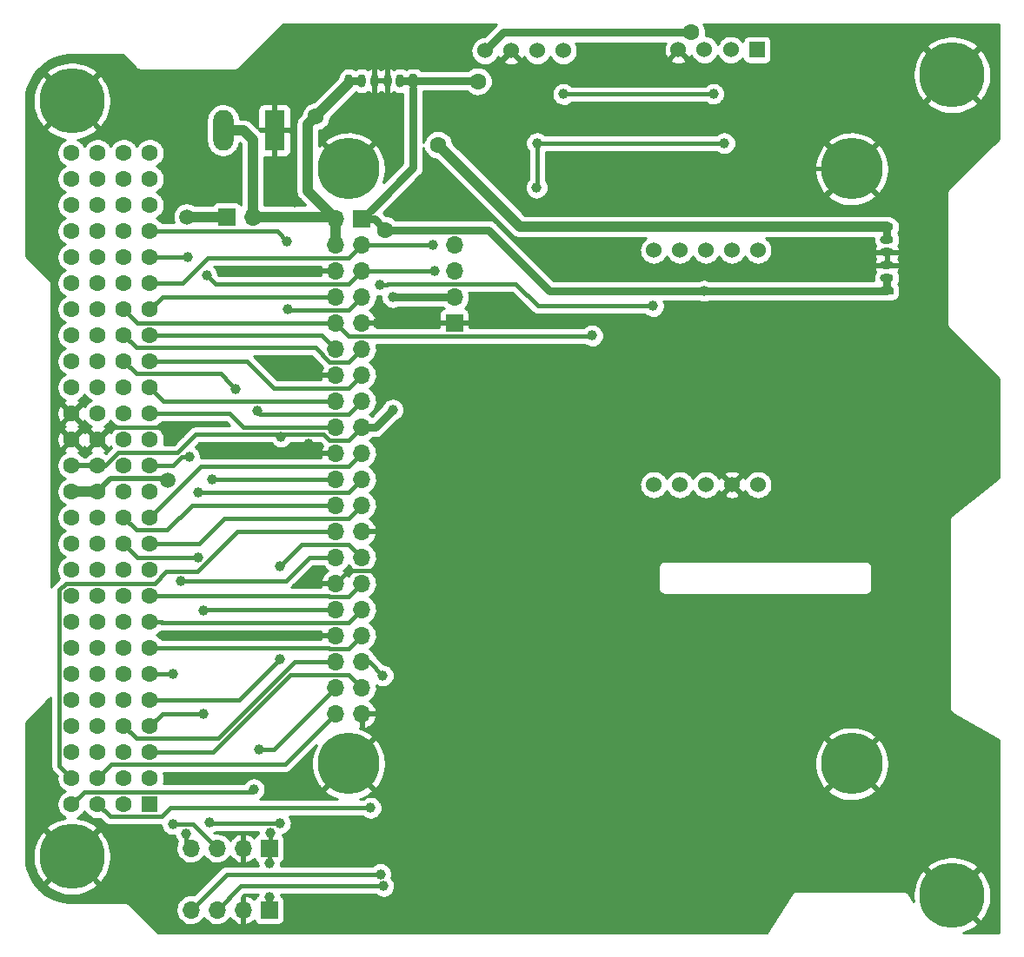
<source format=gbl>
G04 #@! TF.GenerationSoftware,KiCad,Pcbnew,6.0.0-unknown-da645c5~86~ubuntu18.04.1*
G04 #@! TF.CreationDate,2019-07-12T17:08:20-04:00*
G04 #@! TF.ProjectId,OBC,4f42432e-6b69-4636-9164-5f7063625858,rev?*
G04 #@! TF.SameCoordinates,Original*
G04 #@! TF.FileFunction,Copper,L2,Bot*
G04 #@! TF.FilePolarity,Positive*
%FSLAX46Y46*%
G04 Gerber Fmt 4.6, Leading zero omitted, Abs format (unit mm)*
G04 Created by KiCad (PCBNEW 6.0.0-unknown-da645c5~86~ubuntu18.04.1) date 2019-07-12 17:08:20*
%MOMM*%
%LPD*%
G04 APERTURE LIST*
%ADD10C,6.000000*%
%ADD11O,1.700000X1.700000*%
%ADD12R,1.700000X1.700000*%
%ADD13O,1.300000X0.800000*%
%ADD14C,0.100000*%
%ADD15C,0.800000*%
%ADD16O,0.800000X1.300000*%
%ADD17C,1.524000*%
%ADD18R,1.524000X1.524000*%
%ADD19C,6.350000*%
%ADD20C,1.600000*%
%ADD21R,1.600000X1.600000*%
%ADD22O,1.980000X3.960000*%
%ADD23R,1.980000X3.960000*%
%ADD24C,1.000000*%
%ADD25C,1.500000*%
%ADD26C,0.400000*%
%ADD27C,0.800000*%
%ADD28C,1.000000*%
%ADD29C,0.500000*%
%ADD30C,0.254000*%
G04 APERTURE END LIST*
D10*
X169180000Y-60570000D03*
X169180000Y-118570000D03*
X120180000Y-118570000D03*
X120180000Y-60570000D03*
D11*
X130475000Y-67980000D03*
X130475000Y-70520000D03*
X130475000Y-73060000D03*
D12*
X130475000Y-75600000D03*
D13*
X172600000Y-66200000D03*
X172600000Y-67450000D03*
X172600000Y-68700000D03*
X172600000Y-69950000D03*
X172600000Y-71200000D03*
D14*
G36*
X173126537Y-72065224D02*
G01*
X173191421Y-72108579D01*
X173234776Y-72173463D01*
X173250000Y-72250000D01*
X173250000Y-72650000D01*
X173234776Y-72726537D01*
X173191421Y-72791421D01*
X173126537Y-72834776D01*
X173050000Y-72850000D01*
X172150000Y-72850000D01*
X172073463Y-72834776D01*
X172008579Y-72791421D01*
X171965224Y-72726537D01*
X171950000Y-72650000D01*
X171950000Y-72250000D01*
X171965224Y-72173463D01*
X172008579Y-72108579D01*
X172073463Y-72065224D01*
X172150000Y-72050000D01*
X173050000Y-72050000D01*
X173126537Y-72065224D01*
X173126537Y-72065224D01*
G37*
D15*
X172600000Y-72450000D03*
D16*
X120200000Y-51975000D03*
X121450000Y-51975000D03*
X122700000Y-51975000D03*
X123950000Y-51975000D03*
X125200000Y-51975000D03*
D14*
G36*
X126726537Y-51340224D02*
G01*
X126791421Y-51383579D01*
X126834776Y-51448463D01*
X126850000Y-51525000D01*
X126850000Y-52425000D01*
X126834776Y-52501537D01*
X126791421Y-52566421D01*
X126726537Y-52609776D01*
X126650000Y-52625000D01*
X126250000Y-52625000D01*
X126173463Y-52609776D01*
X126108579Y-52566421D01*
X126065224Y-52501537D01*
X126050000Y-52425000D01*
X126050000Y-51525000D01*
X126065224Y-51448463D01*
X126108579Y-51383579D01*
X126173463Y-51340224D01*
X126250000Y-51325000D01*
X126650000Y-51325000D01*
X126726537Y-51340224D01*
X126726537Y-51340224D01*
G37*
D15*
X126450000Y-51975000D03*
D17*
X160055000Y-68495000D03*
X157515000Y-68495000D03*
X154975000Y-68495000D03*
X152435000Y-68495000D03*
X149895000Y-68495000D03*
X149895000Y-91355000D03*
X152435000Y-91355000D03*
X154975000Y-91355000D03*
X157515000Y-91355000D03*
X160055000Y-91355000D03*
X152280000Y-48955000D03*
X154840000Y-48955000D03*
X157400000Y-48955000D03*
D18*
X159960000Y-48955000D03*
D17*
X141085000Y-49045000D03*
X138545000Y-49045000D03*
X136005000Y-49045000D03*
X133465000Y-49045000D03*
D19*
X178955000Y-51405000D03*
X178955000Y-131415000D03*
D20*
X95745000Y-122525000D03*
X93205000Y-122525000D03*
X95745000Y-119985000D03*
X93205000Y-119985000D03*
X95745000Y-117445000D03*
X93205000Y-117445000D03*
X95745000Y-114905000D03*
X93205000Y-114905000D03*
X95745000Y-112365000D03*
X93205000Y-112365000D03*
X95745000Y-109825000D03*
X93205000Y-109825000D03*
X95745000Y-107285000D03*
X93205000Y-107285000D03*
X95745000Y-104745000D03*
X93205000Y-104745000D03*
X95745000Y-102205000D03*
X93205000Y-102205000D03*
X95745000Y-99665000D03*
X93205000Y-99665000D03*
X95745000Y-97125000D03*
X93205000Y-97125000D03*
X95745000Y-94585000D03*
X93205000Y-94585000D03*
X95745000Y-92045000D03*
X93205000Y-92045000D03*
X95745000Y-89505000D03*
X93205000Y-89505000D03*
X95745000Y-86965000D03*
X93205000Y-86965000D03*
X95745000Y-84425000D03*
X93205000Y-84425000D03*
X95745000Y-81885000D03*
X93205000Y-81885000D03*
X95745000Y-79345000D03*
X93205000Y-79345000D03*
X95745000Y-76805000D03*
X93205000Y-76805000D03*
X95745000Y-74265000D03*
X93205000Y-74265000D03*
X95745000Y-71725000D03*
X93205000Y-71725000D03*
X95745000Y-69185000D03*
X93205000Y-69185000D03*
X95745000Y-66645000D03*
X93205000Y-66645000D03*
X95745000Y-64105000D03*
X93205000Y-64105000D03*
X95745000Y-61565000D03*
X93205000Y-61565000D03*
X95745000Y-59025000D03*
X93205000Y-59025000D03*
D21*
X100825000Y-122525000D03*
D20*
X98285000Y-122525000D03*
X100825000Y-119985000D03*
X98285000Y-119985000D03*
X100825000Y-117445000D03*
X98285000Y-117445000D03*
X100825000Y-114905000D03*
X98285000Y-114905000D03*
X100825000Y-112365000D03*
X98285000Y-112365000D03*
X100825000Y-109825000D03*
X98285000Y-109825000D03*
X100825000Y-107285000D03*
X98285000Y-107285000D03*
X100825000Y-104745000D03*
X98285000Y-104745000D03*
X100825000Y-102205000D03*
X98285000Y-102205000D03*
X100825000Y-99665000D03*
X98285000Y-99665000D03*
X100825000Y-97125000D03*
X98285000Y-97125000D03*
X100825000Y-94585000D03*
X98285000Y-94585000D03*
X100825000Y-92045000D03*
X98285000Y-92045000D03*
X100825000Y-89505000D03*
X98285000Y-89505000D03*
X100825000Y-86965000D03*
X98285000Y-86965000D03*
X100825000Y-84425000D03*
X98285000Y-84425000D03*
X100825000Y-81885000D03*
X98285000Y-81885000D03*
X100825000Y-79345000D03*
X98285000Y-79345000D03*
X100825000Y-76805000D03*
X98285000Y-76805000D03*
X100825000Y-74265000D03*
X98285000Y-74265000D03*
X100825000Y-71725000D03*
X98285000Y-71725000D03*
X100825000Y-69185000D03*
X98285000Y-69185000D03*
X100825000Y-66645000D03*
X98285000Y-66645000D03*
X100825000Y-64105000D03*
X98285000Y-64105000D03*
X100825000Y-61565000D03*
X98285000Y-61565000D03*
X100825000Y-59025000D03*
X98285000Y-59025000D03*
D19*
X93225000Y-53945000D03*
X93225000Y-127605000D03*
D11*
X104830000Y-132800000D03*
X107370000Y-132800000D03*
X109910000Y-132800000D03*
D12*
X112450000Y-132800000D03*
D11*
X104830000Y-126800000D03*
X107370000Y-126800000D03*
X109910000Y-126800000D03*
D12*
X112450000Y-126800000D03*
D22*
X107950000Y-56800000D03*
D23*
X112950000Y-56800000D03*
D11*
X110840000Y-65250000D03*
D12*
X108300000Y-65250000D03*
D11*
X118910000Y-113700000D03*
X121450000Y-113700000D03*
X118910000Y-111160000D03*
X121450000Y-111160000D03*
X118910000Y-108620000D03*
X121450000Y-108620000D03*
X118910000Y-106080000D03*
X121450000Y-106080000D03*
X118910000Y-103540000D03*
X121450000Y-103540000D03*
X118910000Y-101000000D03*
X121450000Y-101000000D03*
X118910000Y-98460000D03*
X121450000Y-98460000D03*
X118910000Y-95920000D03*
X121450000Y-95920000D03*
X118910000Y-93380000D03*
X121450000Y-93380000D03*
X118910000Y-90840000D03*
X121450000Y-90840000D03*
X118910000Y-88300000D03*
X121450000Y-88300000D03*
X118910000Y-85760000D03*
X121450000Y-85760000D03*
X118910000Y-83220000D03*
X121450000Y-83220000D03*
X118910000Y-80680000D03*
X121450000Y-80680000D03*
X118910000Y-78140000D03*
X121450000Y-78140000D03*
X118910000Y-75600000D03*
X121450000Y-75600000D03*
X118910000Y-73060000D03*
X121450000Y-73060000D03*
X118910000Y-70520000D03*
X121450000Y-70520000D03*
X118910000Y-67980000D03*
X121450000Y-67980000D03*
X118910000Y-65440000D03*
D12*
X121450000Y-65440000D03*
D24*
X123500000Y-109950000D03*
X122325000Y-122875000D03*
X125750000Y-63575000D03*
X123925000Y-57825000D03*
D25*
X104425000Y-65250000D03*
D24*
X168625000Y-74350000D03*
X168600000Y-69950000D03*
X130500000Y-79425000D03*
X164280000Y-60570000D03*
X160900000Y-60600000D03*
X104525000Y-69150000D03*
X106350000Y-70975000D03*
D25*
X102600000Y-90950000D03*
D24*
X111450000Y-117150000D03*
X110950000Y-121050000D03*
X106050000Y-113700000D03*
X106050000Y-103600000D03*
X113500000Y-108350000D03*
X113500000Y-99300000D03*
X103850000Y-100750000D03*
X103050000Y-109800000D03*
X116250000Y-106100000D03*
X116400000Y-101000000D03*
X105500000Y-98450000D03*
X105500000Y-92150000D03*
X104650000Y-88650000D03*
X106850000Y-90850000D03*
X116250000Y-87350000D03*
X109150000Y-82000000D03*
X111250000Y-84150000D03*
X116400000Y-80700000D03*
X112500000Y-70500000D03*
X114200000Y-67650000D03*
X114250000Y-74250000D03*
X116450000Y-70500000D03*
X103850000Y-86350000D03*
X128425000Y-67975000D03*
X128525000Y-70525000D03*
D20*
X116979999Y-55445001D03*
X128900000Y-58225000D03*
X153550000Y-47275000D03*
D24*
X138525000Y-58050000D03*
X138500000Y-62400000D03*
X156775000Y-58050000D03*
X141085000Y-53285000D03*
X155700000Y-53250000D03*
X123200000Y-71850000D03*
X149825000Y-73950000D03*
X143900000Y-76825000D03*
X126975000Y-75600000D03*
X103050000Y-124450000D03*
X113500000Y-124375000D03*
X106625000Y-124275000D03*
X104350000Y-125350000D03*
X109850000Y-119950000D03*
X110825000Y-88125000D03*
X114950000Y-63800000D03*
D20*
X132775000Y-52025000D03*
D24*
X124475000Y-84050000D03*
D20*
X123775000Y-66525000D03*
D24*
X112525000Y-125275000D03*
X124475000Y-73075000D03*
X113575001Y-86660000D03*
X154800000Y-72450000D03*
X112450000Y-131550000D03*
X112450000Y-128250000D03*
X123550000Y-130500000D03*
X123275000Y-129325000D03*
X127850000Y-113700000D03*
X124450000Y-113700000D03*
X123000000Y-75600000D03*
X124100000Y-97125000D03*
X127450000Y-97125000D03*
X124075000Y-99725000D03*
X109850000Y-106075000D03*
D26*
X121450000Y-108620000D02*
X122170000Y-108620000D01*
X122170000Y-108620000D02*
X123500000Y-109950000D01*
X96945001Y-123725001D02*
X101945001Y-123725001D01*
X95745000Y-122525000D02*
X96945001Y-123725001D01*
X101945001Y-123725001D02*
X102795002Y-122875000D01*
X102795002Y-122875000D02*
X122325000Y-122875000D01*
X121450000Y-65440000D02*
X121477998Y-65440000D01*
D27*
X121477998Y-65440000D02*
X122690000Y-64227998D01*
X126450000Y-60467998D02*
X126450000Y-59190000D01*
X122690000Y-64227998D02*
X126450000Y-60467998D01*
D28*
X118910000Y-65440000D02*
X116180000Y-62710000D01*
X116180000Y-62710000D02*
X116180000Y-56245000D01*
X116180000Y-56245000D02*
X116979999Y-55445001D01*
D26*
X123950000Y-57800000D02*
X123925000Y-57825000D01*
X123950000Y-51975000D02*
X123950000Y-57800000D01*
D28*
X104425000Y-65250000D02*
X108300000Y-65250000D01*
D26*
X172600000Y-69950000D02*
X168600000Y-69950000D01*
D27*
X123775000Y-66525000D02*
X133785000Y-66525000D01*
X133785000Y-66525000D02*
X138460000Y-71200000D01*
D26*
X164280000Y-60570000D02*
X160930000Y-60570000D01*
X160930000Y-60570000D02*
X160900000Y-60600000D01*
X169180000Y-60570000D02*
X164280000Y-60570000D01*
X121450000Y-67980000D02*
X120160001Y-69269999D01*
X106480001Y-69269999D02*
X104025000Y-71725000D01*
X120160001Y-69269999D02*
X106480001Y-69269999D01*
X104025000Y-71725000D02*
X100825000Y-71725000D01*
X104490000Y-69185000D02*
X104525000Y-69150000D01*
X100825000Y-69185000D02*
X104490000Y-69185000D01*
X120160001Y-71809999D02*
X120600001Y-71369999D01*
X120600001Y-71369999D02*
X121450000Y-70520000D01*
X106350000Y-70975000D02*
X107184999Y-71809999D01*
X107184999Y-71809999D02*
X120160001Y-71809999D01*
D29*
X96995001Y-90794999D02*
X102444999Y-90794999D01*
X95745000Y-92045000D02*
X96995001Y-90794999D01*
X102444999Y-90794999D02*
X102600000Y-90950000D01*
D28*
X93205000Y-92045000D02*
X95745000Y-92045000D01*
D26*
X121450000Y-111160000D02*
X120199999Y-109909999D01*
X114488543Y-109909999D02*
X106953542Y-117445000D01*
X120199999Y-109909999D02*
X114488543Y-109909999D01*
X101956370Y-117445000D02*
X100825000Y-117445000D01*
X106953542Y-117445000D02*
X101956370Y-117445000D01*
X111450000Y-117150000D02*
X112920000Y-117150000D01*
X112920000Y-117150000D02*
X118910000Y-111160000D01*
X94405001Y-121324999D02*
X110675001Y-121324999D01*
X93205000Y-122525000D02*
X94405001Y-121324999D01*
X110675001Y-121324999D02*
X110950000Y-121050000D01*
X95745000Y-119985000D02*
X97084999Y-118645001D01*
X97084999Y-118645001D02*
X113964999Y-118645001D01*
X113964999Y-118645001D02*
X118060001Y-114549999D01*
X118060001Y-114549999D02*
X118910000Y-113700000D01*
X107444999Y-116105001D02*
X114930000Y-108620000D01*
X114930000Y-108620000D02*
X118910000Y-108620000D01*
X98285000Y-114905000D02*
X99485001Y-116105001D01*
X99485001Y-116105001D02*
X107444999Y-116105001D01*
X106050000Y-113700000D02*
X102030000Y-113700000D01*
X102030000Y-113700000D02*
X100825000Y-114905000D01*
X106110000Y-103540000D02*
X106050000Y-103600000D01*
X118910000Y-103540000D02*
X106110000Y-103540000D01*
X118910000Y-95920000D02*
X109362002Y-95920000D01*
X109362002Y-95920000D02*
X105432003Y-99849999D01*
X105432003Y-99849999D02*
X102416003Y-99849999D01*
X102416003Y-99849999D02*
X101261003Y-101004999D01*
X101261003Y-101004999D02*
X92628999Y-101004999D01*
X92628999Y-101004999D02*
X92004999Y-101628999D01*
X92004999Y-101628999D02*
X92004999Y-118784999D01*
X92004999Y-118784999D02*
X92405001Y-119185001D01*
X92405001Y-119185001D02*
X93205000Y-119985000D01*
X100825000Y-112365000D02*
X109485000Y-112365000D01*
X109485000Y-112365000D02*
X113500000Y-108350000D01*
X120199999Y-97209999D02*
X115590001Y-97209999D01*
X121450000Y-98460000D02*
X120199999Y-97209999D01*
X115590001Y-97209999D02*
X113500000Y-99300000D01*
X114050000Y-100750000D02*
X116340000Y-98460000D01*
X116340000Y-98460000D02*
X118910000Y-98460000D01*
X103850000Y-100750000D02*
X114050000Y-100750000D01*
X103025000Y-109825000D02*
X103050000Y-109800000D01*
X100825000Y-109825000D02*
X103025000Y-109825000D01*
X100825000Y-107285000D02*
X118264998Y-107285000D01*
X118264998Y-107285000D02*
X118309999Y-107330001D01*
X118309999Y-107330001D02*
X120199999Y-107330001D01*
X120199999Y-107330001D02*
X120600001Y-106929999D01*
X120600001Y-106929999D02*
X121450000Y-106080000D01*
X100825000Y-104745000D02*
X101956370Y-104745000D01*
X120600001Y-104389999D02*
X121450000Y-103540000D01*
X101956370Y-104745000D02*
X102001371Y-104790001D01*
X102001371Y-104790001D02*
X120199999Y-104790001D01*
X120199999Y-104790001D02*
X120600001Y-104389999D01*
X100825000Y-102205000D02*
X118264998Y-102205000D01*
X118264998Y-102205000D02*
X118309999Y-102250001D01*
X118309999Y-102250001D02*
X120199999Y-102250001D01*
X120199999Y-102250001D02*
X120600001Y-101849999D01*
X120600001Y-101849999D02*
X121450000Y-101000000D01*
X116270000Y-106080000D02*
X116250000Y-106100000D01*
X118910000Y-106080000D02*
X116270000Y-106080000D01*
X118910000Y-101000000D02*
X116400000Y-101000000D01*
X105500000Y-98450000D02*
X99610000Y-98450000D01*
X99610000Y-98450000D02*
X98285000Y-97125000D01*
X120199999Y-92090001D02*
X105559999Y-92090001D01*
X121450000Y-90840000D02*
X120199999Y-92090001D01*
X105559999Y-92090001D02*
X105500000Y-92150000D01*
X105575000Y-97125000D02*
X108030001Y-94669999D01*
X108030001Y-94669999D02*
X120160001Y-94669999D01*
X120160001Y-94669999D02*
X120600001Y-94229999D01*
X120600001Y-94229999D02*
X121450000Y-93380000D01*
X100825000Y-97125000D02*
X105575000Y-97125000D01*
X99485001Y-95785001D02*
X102514999Y-95785001D01*
X104920000Y-93380000D02*
X118910000Y-93380000D01*
X98285000Y-94585000D02*
X99485001Y-95785001D01*
X102514999Y-95785001D02*
X104920000Y-93380000D01*
X104650000Y-88650000D02*
X103942894Y-88650000D01*
X103942894Y-88650000D02*
X103087894Y-89505000D01*
X103087894Y-89505000D02*
X101956370Y-89505000D01*
X101956370Y-89505000D02*
X100825000Y-89505000D01*
X106860000Y-90840000D02*
X106850000Y-90850000D01*
X118910000Y-90840000D02*
X106860000Y-90840000D01*
X100825000Y-94585000D02*
X105820001Y-89589999D01*
X105820001Y-89589999D02*
X120160001Y-89589999D01*
X120160001Y-89589999D02*
X120600001Y-89149999D01*
X120600001Y-89149999D02*
X121450000Y-88300000D01*
X117200000Y-88300000D02*
X116250000Y-87350000D01*
X118910000Y-88300000D02*
X117200000Y-88300000D01*
X98285000Y-76805000D02*
X99485001Y-78005001D01*
X118309999Y-79390001D02*
X120199999Y-79390001D01*
X120600001Y-78989999D02*
X121450000Y-78140000D01*
X99485001Y-78005001D02*
X116924999Y-78005001D01*
X120199999Y-79390001D02*
X120600001Y-78989999D01*
X116924999Y-78005001D02*
X118309999Y-79390001D01*
X110295000Y-79345000D02*
X112880001Y-81930001D01*
X100825000Y-79345000D02*
X110295000Y-79345000D01*
X112880001Y-81930001D02*
X120199999Y-81930001D01*
X120199999Y-81930001D02*
X121450000Y-80680000D01*
X98285000Y-79345000D02*
X99485001Y-80545001D01*
X99485001Y-80545001D02*
X107695001Y-80545001D01*
X107695001Y-80545001D02*
X108650001Y-81500001D01*
X108650001Y-81500001D02*
X109150000Y-82000000D01*
X120199999Y-84470001D02*
X111570001Y-84470001D01*
X121450000Y-83220000D02*
X120199999Y-84470001D01*
X111570001Y-84470001D02*
X111250000Y-84150000D01*
X118910000Y-83220000D02*
X102160000Y-83220000D01*
X102160000Y-83220000D02*
X100825000Y-81885000D01*
X116420000Y-80680000D02*
X116400000Y-80700000D01*
X118910000Y-80680000D02*
X116420000Y-80680000D01*
X116450000Y-70500000D02*
X112500000Y-70500000D01*
X114200000Y-67650000D02*
X113195000Y-66645000D01*
X113195000Y-66645000D02*
X100825000Y-66645000D01*
X120199999Y-74310001D02*
X114310001Y-74310001D01*
X121450000Y-73060000D02*
X120199999Y-74310001D01*
X114310001Y-74310001D02*
X114250000Y-74250000D01*
X116470000Y-70520000D02*
X116450000Y-70500000D01*
X118910000Y-70520000D02*
X116470000Y-70520000D01*
X100825000Y-76805000D02*
X117575000Y-76805000D01*
X117575000Y-76805000D02*
X118910000Y-78140000D01*
X118910000Y-75600000D02*
X99620000Y-75600000D01*
X99620000Y-75600000D02*
X98285000Y-74265000D01*
X118910000Y-73060000D02*
X102030000Y-73060000D01*
X102030000Y-73060000D02*
X100825000Y-74265000D01*
X103264999Y-85764999D02*
X103850000Y-86350000D01*
X95745000Y-86965000D02*
X96945001Y-85764999D01*
X96945001Y-85764999D02*
X103264999Y-85764999D01*
X100825000Y-84425000D02*
X108575000Y-84425000D01*
X109910000Y-85760000D02*
X118910000Y-85760000D01*
X108575000Y-84425000D02*
X109910000Y-85760000D01*
D28*
X118720000Y-65250000D02*
X118910000Y-65440000D01*
X110840000Y-65250000D02*
X118720000Y-65250000D01*
X118910000Y-65440000D02*
X118910000Y-67980000D01*
X109940000Y-56800000D02*
X107950000Y-56800000D01*
X110840000Y-57700000D02*
X109940000Y-56800000D01*
X110840000Y-65250000D02*
X110840000Y-57700000D01*
X120200000Y-52225000D02*
X116979999Y-55445001D01*
D27*
X120200000Y-51975000D02*
X120200000Y-52225000D01*
X121450000Y-51975000D02*
X120200000Y-51975000D01*
D26*
X121450000Y-67980000D02*
X128420000Y-67980000D01*
X128420000Y-67980000D02*
X128425000Y-67975000D01*
X121450000Y-70520000D02*
X128520000Y-70520000D01*
X128520000Y-70520000D02*
X128525000Y-70525000D01*
D28*
X136875000Y-66200000D02*
X172600000Y-66200000D01*
X128900000Y-58225000D02*
X136875000Y-66200000D01*
D27*
X133465000Y-49045000D02*
X135235000Y-47275000D01*
X135235000Y-47275000D02*
X153550000Y-47275000D01*
D26*
X138525000Y-58050000D02*
X138525000Y-62375000D01*
X138525000Y-62375000D02*
X138500000Y-62400000D01*
X138525000Y-58050000D02*
X156775000Y-58050000D01*
X141085000Y-53285000D02*
X155665000Y-53285000D01*
X155665000Y-53285000D02*
X155700000Y-53250000D01*
X123987105Y-71770001D02*
X136470001Y-71770001D01*
X123200000Y-71850000D02*
X123907106Y-71850000D01*
X123907106Y-71850000D02*
X123987105Y-71770001D01*
X136470001Y-71770001D02*
X138650000Y-73950000D01*
X138650000Y-73950000D02*
X149825000Y-73950000D01*
X143874999Y-76850001D02*
X143900000Y-76825000D01*
X118910000Y-75600000D02*
X120160001Y-76850001D01*
X120160001Y-76850001D02*
X143874999Y-76850001D01*
D27*
X172600000Y-67450000D02*
X172600000Y-66200000D01*
D26*
X105020000Y-124450000D02*
X107370000Y-126800000D01*
X103050000Y-124450000D02*
X105020000Y-124450000D01*
X113500000Y-124375000D02*
X106725000Y-124375000D01*
X106725000Y-124375000D02*
X106625000Y-124275000D01*
X104350000Y-126320000D02*
X104830000Y-126800000D01*
X104350000Y-125350000D02*
X104350000Y-126320000D01*
X113442003Y-88125000D02*
X110825000Y-88125000D01*
X116250000Y-87350000D02*
X115475000Y-88125000D01*
X115475000Y-88125000D02*
X113442003Y-88125000D01*
X105294353Y-86449999D02*
X113575001Y-86449999D01*
X113575001Y-86449999D02*
X117749997Y-86449999D01*
D27*
X125200000Y-51975000D02*
X126450000Y-51975000D01*
X122690000Y-65440000D02*
X123775000Y-66525000D01*
D26*
X113575001Y-86449999D02*
X113575001Y-86660000D01*
D27*
X122765000Y-85760000D02*
X124475000Y-84050000D01*
D26*
X112525000Y-125275000D02*
X112525000Y-126725000D01*
D27*
X139710000Y-72450000D02*
X138460000Y-71200000D01*
X172600000Y-72450000D02*
X154800000Y-72450000D01*
X121450000Y-85760000D02*
X122765000Y-85760000D01*
X130475000Y-73060000D02*
X124490000Y-73060000D01*
D26*
X126450000Y-52725000D02*
X126450000Y-51975000D01*
D27*
X126450000Y-59190000D02*
X126450000Y-52725000D01*
X154800000Y-72450000D02*
X139710000Y-72450000D01*
D26*
X124490000Y-73060000D02*
X124475000Y-73075000D01*
D27*
X126450000Y-51975000D02*
X132725000Y-51975000D01*
X172600000Y-71200000D02*
X172600000Y-72450000D01*
D26*
X132725000Y-51975000D02*
X132775000Y-52025000D01*
D27*
X121450000Y-65440000D02*
X122690000Y-65440000D01*
D26*
X112525000Y-126725000D02*
X112450000Y-126800000D01*
X97763998Y-88250000D02*
X103494352Y-88250000D01*
X103494352Y-88250000D02*
X105294353Y-86449999D01*
X117749997Y-86449999D02*
X118309999Y-87010001D01*
X118309999Y-87010001D02*
X120199999Y-87010001D01*
X120199999Y-87010001D02*
X120600001Y-86609999D01*
X120600001Y-86609999D02*
X121450000Y-85760000D01*
D29*
X93205000Y-89505000D02*
X95745000Y-89505000D01*
D26*
X95745000Y-89505000D02*
X96508998Y-89505000D01*
X96508998Y-89505000D02*
X97763998Y-88250000D01*
X112450000Y-132800000D02*
X112450000Y-131550000D01*
X112450000Y-128250000D02*
X112450000Y-126800000D01*
X107370000Y-132800000D02*
X109670000Y-130500000D01*
X109670000Y-130500000D02*
X123550000Y-130500000D01*
X108305000Y-129325000D02*
X104830000Y-132800000D01*
X123275000Y-129325000D02*
X108305000Y-129325000D01*
X124450000Y-113700000D02*
X127850000Y-113700000D01*
X121450000Y-113700000D02*
X124450000Y-113700000D01*
X123000000Y-75600000D02*
X126975000Y-75600000D01*
X121450000Y-75600000D02*
X123000000Y-75600000D01*
X121450000Y-95920000D02*
X122895000Y-95920000D01*
X122895000Y-95920000D02*
X124100000Y-97125000D01*
X124100000Y-97125000D02*
X127450000Y-97125000D01*
X120874998Y-99725000D02*
X124075000Y-99725000D01*
X118910000Y-101000000D02*
X120185000Y-99725000D01*
X120185000Y-99725000D02*
X120874998Y-99725000D01*
X116250000Y-106100000D02*
X109875000Y-106100000D01*
X109875000Y-106100000D02*
X109850000Y-106075000D01*
D30*
G36*
X134510094Y-46526651D02*
G01*
X134486651Y-46550094D01*
X134455176Y-46591113D01*
X133396924Y-47649365D01*
X133307821Y-47652165D01*
X133285405Y-47654877D01*
X133063654Y-47702012D01*
X133042073Y-47708651D01*
X132832175Y-47794309D01*
X132812111Y-47804665D01*
X132620698Y-47926139D01*
X132602785Y-47939885D01*
X132435909Y-48093336D01*
X132420713Y-48110036D01*
X132283648Y-48290612D01*
X132271649Y-48309739D01*
X132168727Y-48511734D01*
X132160305Y-48532684D01*
X132094781Y-48749712D01*
X132090203Y-48771822D01*
X132064146Y-48997024D01*
X132063555Y-49019595D01*
X132077790Y-49245852D01*
X132081205Y-49268171D01*
X132135281Y-49488331D01*
X132142595Y-49509694D01*
X132234804Y-49716798D01*
X132245785Y-49736527D01*
X132373212Y-49924030D01*
X132387513Y-49941502D01*
X132546129Y-50103476D01*
X132563298Y-50118140D01*
X132748091Y-50249465D01*
X132767586Y-50260857D01*
X132972714Y-50357383D01*
X132993918Y-50365143D01*
X133212898Y-50423818D01*
X133235140Y-50427700D01*
X133461049Y-50446671D01*
X133483629Y-50446552D01*
X133709327Y-50425217D01*
X133731528Y-50421103D01*
X133949880Y-50360138D01*
X133971001Y-50352156D01*
X134175107Y-50253487D01*
X134194481Y-50241892D01*
X134377889Y-50108639D01*
X134394904Y-50093796D01*
X134409982Y-50078072D01*
X135180044Y-50078072D01*
X135185149Y-50149450D01*
X135230573Y-50208589D01*
X135288091Y-50249465D01*
X135307586Y-50260857D01*
X135512714Y-50357383D01*
X135533918Y-50365143D01*
X135752898Y-50423818D01*
X135775140Y-50427700D01*
X136001049Y-50446671D01*
X136023629Y-50446552D01*
X136249327Y-50425217D01*
X136271528Y-50421103D01*
X136489880Y-50360138D01*
X136511001Y-50352156D01*
X136715107Y-50253487D01*
X136734481Y-50241893D01*
X136780877Y-50208185D01*
X136824575Y-50151517D01*
X136830700Y-50080219D01*
X136796032Y-50015636D01*
X136094803Y-49314407D01*
X136031996Y-49280112D01*
X135960618Y-49285217D01*
X135915197Y-49314407D01*
X135214339Y-50015265D01*
X135180044Y-50078072D01*
X134409982Y-50078072D01*
X134551816Y-49930170D01*
X134565934Y-49912549D01*
X134691390Y-49723722D01*
X134702164Y-49703879D01*
X134735132Y-49627694D01*
X134774804Y-49716798D01*
X134785784Y-49736526D01*
X134840336Y-49816798D01*
X134895604Y-49862255D01*
X134966674Y-49870615D01*
X135035179Y-49835217D01*
X136005000Y-48865396D01*
X136974748Y-49835144D01*
X137037555Y-49869439D01*
X137108933Y-49864334D01*
X137170332Y-49815622D01*
X137231390Y-49723722D01*
X137242164Y-49703879D01*
X137275132Y-49627694D01*
X137314804Y-49716798D01*
X137325785Y-49736527D01*
X137453212Y-49924030D01*
X137467513Y-49941502D01*
X137626129Y-50103476D01*
X137643298Y-50118140D01*
X137828091Y-50249465D01*
X137847586Y-50260857D01*
X138052714Y-50357383D01*
X138073918Y-50365143D01*
X138292898Y-50423818D01*
X138315140Y-50427700D01*
X138541049Y-50446671D01*
X138563629Y-50446552D01*
X138789327Y-50425217D01*
X138811528Y-50421103D01*
X139029880Y-50360138D01*
X139051001Y-50352156D01*
X139255107Y-50253487D01*
X139274481Y-50241892D01*
X139457889Y-50108639D01*
X139474904Y-50093796D01*
X139631816Y-49930170D01*
X139645934Y-49912549D01*
X139771390Y-49723722D01*
X139782164Y-49703879D01*
X139815132Y-49627694D01*
X139854804Y-49716798D01*
X139865785Y-49736527D01*
X139993212Y-49924030D01*
X140007513Y-49941502D01*
X140166129Y-50103476D01*
X140183298Y-50118140D01*
X140368091Y-50249465D01*
X140387586Y-50260857D01*
X140592714Y-50357383D01*
X140613918Y-50365143D01*
X140832898Y-50423818D01*
X140855140Y-50427700D01*
X141081049Y-50446671D01*
X141103629Y-50446552D01*
X141329327Y-50425217D01*
X141351528Y-50421103D01*
X141569880Y-50360138D01*
X141591001Y-50352156D01*
X141795107Y-50253487D01*
X141814481Y-50241892D01*
X141997889Y-50108639D01*
X142014904Y-50093796D01*
X142116289Y-49988072D01*
X151455044Y-49988072D01*
X151460149Y-50059450D01*
X151505573Y-50118589D01*
X151563091Y-50159465D01*
X151582586Y-50170857D01*
X151787714Y-50267383D01*
X151808918Y-50275143D01*
X152027898Y-50333818D01*
X152050140Y-50337700D01*
X152276049Y-50356671D01*
X152298629Y-50356552D01*
X152524327Y-50335217D01*
X152546528Y-50331103D01*
X152764880Y-50270138D01*
X152786001Y-50262156D01*
X152990107Y-50163487D01*
X153009481Y-50151893D01*
X153055877Y-50118185D01*
X153099575Y-50061517D01*
X153105700Y-49990219D01*
X153071032Y-49925636D01*
X152369803Y-49224407D01*
X152306996Y-49190112D01*
X152235618Y-49195217D01*
X152190197Y-49224407D01*
X151489339Y-49925265D01*
X151455044Y-49988072D01*
X142116289Y-49988072D01*
X142171816Y-49930170D01*
X142185934Y-49912549D01*
X142311390Y-49723722D01*
X142322164Y-49703879D01*
X142412199Y-49495820D01*
X142419289Y-49474383D01*
X142471057Y-49253669D01*
X142474368Y-49227992D01*
X142482041Y-48934972D01*
X142480078Y-48909158D01*
X142439932Y-48686037D01*
X142433974Y-48664258D01*
X142354951Y-48451772D01*
X142345230Y-48431393D01*
X142273439Y-48310000D01*
X151040659Y-48310000D01*
X150983727Y-48421734D01*
X150975305Y-48442684D01*
X150909781Y-48659712D01*
X150905203Y-48681822D01*
X150879146Y-48907024D01*
X150878555Y-48929595D01*
X150892790Y-49155852D01*
X150896205Y-49178171D01*
X150950281Y-49398331D01*
X150957595Y-49419694D01*
X151049804Y-49626798D01*
X151060784Y-49646526D01*
X151115336Y-49726798D01*
X151170604Y-49772255D01*
X151241674Y-49780615D01*
X151310179Y-49745217D01*
X152280000Y-48775396D01*
X153249748Y-49745144D01*
X153312555Y-49779439D01*
X153383933Y-49774334D01*
X153445332Y-49725622D01*
X153506390Y-49633722D01*
X153517164Y-49613879D01*
X153559990Y-49514914D01*
X153609804Y-49626798D01*
X153620785Y-49646527D01*
X153748212Y-49834030D01*
X153762513Y-49851502D01*
X153921129Y-50013476D01*
X153938298Y-50028140D01*
X154123091Y-50159465D01*
X154142586Y-50170857D01*
X154347714Y-50267383D01*
X154368918Y-50275143D01*
X154587898Y-50333818D01*
X154610140Y-50337700D01*
X154836049Y-50356671D01*
X154858629Y-50356552D01*
X155084327Y-50335217D01*
X155106528Y-50331103D01*
X155324880Y-50270138D01*
X155346001Y-50262156D01*
X155550107Y-50163487D01*
X155569481Y-50151892D01*
X155752889Y-50018639D01*
X155769904Y-50003796D01*
X155926816Y-49840170D01*
X155940934Y-49822549D01*
X156066390Y-49633722D01*
X156077164Y-49613879D01*
X156119990Y-49514914D01*
X156169804Y-49626798D01*
X156180785Y-49646527D01*
X156308212Y-49834030D01*
X156322513Y-49851502D01*
X156481129Y-50013476D01*
X156498298Y-50028140D01*
X156683091Y-50159465D01*
X156702586Y-50170857D01*
X156907714Y-50267383D01*
X156928918Y-50275143D01*
X157147898Y-50333818D01*
X157170140Y-50337700D01*
X157396049Y-50356671D01*
X157418629Y-50356552D01*
X157644327Y-50335217D01*
X157666528Y-50331103D01*
X157884880Y-50270138D01*
X157906001Y-50262156D01*
X158110107Y-50163487D01*
X158129481Y-50151892D01*
X158312889Y-50018639D01*
X158329904Y-50003796D01*
X158486816Y-49840170D01*
X158500934Y-49822549D01*
X158557792Y-49736971D01*
X158559490Y-49749870D01*
X158628599Y-50007789D01*
X158653984Y-50056553D01*
X158769138Y-50193788D01*
X158802926Y-50222139D01*
X158958073Y-50311713D01*
X158999520Y-50326799D01*
X159175947Y-50357908D01*
X159198000Y-50359837D01*
X160722000Y-50359837D01*
X160754870Y-50355510D01*
X161012789Y-50286401D01*
X161061553Y-50261016D01*
X161198788Y-50145862D01*
X161227139Y-50112074D01*
X161316713Y-49956927D01*
X161331799Y-49915480D01*
X161362908Y-49739053D01*
X161364837Y-49717000D01*
X161364837Y-48593505D01*
X176413655Y-48593505D01*
X176415018Y-48665052D01*
X176446367Y-48716762D01*
X178865197Y-51135593D01*
X178928004Y-51169888D01*
X178999382Y-51164783D01*
X179044803Y-51135593D01*
X181463633Y-48716762D01*
X181497928Y-48653955D01*
X181492823Y-48582577D01*
X181458809Y-48532579D01*
X181360947Y-48444464D01*
X181350617Y-48436099D01*
X181038307Y-48209193D01*
X181027158Y-48201953D01*
X180692841Y-48008935D01*
X180680997Y-48002900D01*
X180328336Y-47845885D01*
X180315925Y-47841121D01*
X179948784Y-47721829D01*
X179935944Y-47718388D01*
X179558344Y-47638127D01*
X179545214Y-47636048D01*
X179161293Y-47595696D01*
X179148018Y-47595000D01*
X178761982Y-47595000D01*
X178748707Y-47595696D01*
X178364786Y-47636048D01*
X178351656Y-47638127D01*
X177974056Y-47718388D01*
X177961216Y-47721829D01*
X177594075Y-47841121D01*
X177581664Y-47845885D01*
X177229003Y-48002900D01*
X177217159Y-48008935D01*
X176882842Y-48201953D01*
X176871693Y-48209193D01*
X176559383Y-48436099D01*
X176549053Y-48444464D01*
X176451191Y-48532579D01*
X176413655Y-48593505D01*
X161364837Y-48593505D01*
X161364837Y-48193000D01*
X161360510Y-48160130D01*
X161291401Y-47902212D01*
X161266016Y-47853448D01*
X161150862Y-47716212D01*
X161117074Y-47687861D01*
X160961927Y-47598287D01*
X160920480Y-47583201D01*
X160744053Y-47552092D01*
X160722000Y-47550163D01*
X159198000Y-47550163D01*
X159165130Y-47554490D01*
X158907212Y-47623599D01*
X158858448Y-47648984D01*
X158721212Y-47764138D01*
X158692861Y-47797926D01*
X158603287Y-47953073D01*
X158588201Y-47994520D01*
X158557629Y-48167903D01*
X158544829Y-48146259D01*
X158531653Y-48127922D01*
X158383519Y-47956308D01*
X158367305Y-47940595D01*
X158191123Y-47797926D01*
X158172382Y-47785333D01*
X157973720Y-47676117D01*
X157953045Y-47667041D01*
X157738182Y-47594732D01*
X157716227Y-47589461D01*
X157491955Y-47556343D01*
X157469413Y-47555044D01*
X157242821Y-47562165D01*
X157220405Y-47564877D01*
X156998654Y-47612012D01*
X156977073Y-47618651D01*
X156767175Y-47704309D01*
X156747111Y-47714665D01*
X156555698Y-47836139D01*
X156537785Y-47849885D01*
X156370909Y-48003336D01*
X156355713Y-48020036D01*
X156218648Y-48200612D01*
X156206649Y-48219739D01*
X156120216Y-48389373D01*
X156109951Y-48361772D01*
X156100230Y-48341393D01*
X155984829Y-48146259D01*
X155971653Y-48127922D01*
X155823519Y-47956308D01*
X155807305Y-47940595D01*
X155631123Y-47797926D01*
X155612382Y-47785333D01*
X155413720Y-47676117D01*
X155393045Y-47667041D01*
X155178182Y-47594732D01*
X155156227Y-47589461D01*
X154956832Y-47560017D01*
X154980836Y-47454361D01*
X154983991Y-47426667D01*
X154985015Y-47133347D01*
X154982053Y-47105633D01*
X154921027Y-46828070D01*
X154912278Y-46802071D01*
X154793073Y-46544088D01*
X154778944Y-46520574D01*
X154732966Y-46460000D01*
X183500000Y-46460000D01*
X183500001Y-57612341D01*
X178686011Y-62435864D01*
X178684602Y-62436753D01*
X178657180Y-62460090D01*
X178621399Y-62500603D01*
X178609779Y-62512247D01*
X178597971Y-62525894D01*
X178591926Y-62533976D01*
X178560853Y-62569160D01*
X178541083Y-62599256D01*
X178537676Y-62606512D01*
X178532883Y-62612921D01*
X178515622Y-62644524D01*
X178499195Y-62688478D01*
X178479242Y-62730975D01*
X178468597Y-62766179D01*
X178467560Y-62773118D01*
X178464679Y-62780826D01*
X178456981Y-62816003D01*
X178452965Y-62870767D01*
X178451394Y-62881284D01*
X178450000Y-62900052D01*
X178450000Y-62911220D01*
X178446341Y-62961127D01*
X178448826Y-62997049D01*
X178450000Y-63002522D01*
X178450001Y-75613876D01*
X178449563Y-75615812D01*
X178446675Y-75651705D01*
X178450001Y-75705318D01*
X178450001Y-75721470D01*
X178451283Y-75739473D01*
X178452759Y-75749783D01*
X178455685Y-75796939D01*
X178462987Y-75832199D01*
X178465600Y-75839436D01*
X178466690Y-75847049D01*
X178476796Y-75881610D01*
X178496352Y-75924620D01*
X178512397Y-75969067D01*
X178529762Y-76001487D01*
X178533754Y-76006882D01*
X178537024Y-76014074D01*
X178556425Y-76044411D01*
X178592531Y-76086314D01*
X178598986Y-76095037D01*
X178611275Y-76109300D01*
X178618947Y-76116972D01*
X178651410Y-76154647D01*
X178678545Y-76178317D01*
X178683510Y-76181535D01*
X183500000Y-80998027D01*
X183500001Y-90639605D01*
X178936506Y-94286623D01*
X178904600Y-94306754D01*
X178877180Y-94330091D01*
X178835495Y-94377290D01*
X178792398Y-94423153D01*
X178782353Y-94437461D01*
X178780851Y-94439162D01*
X178776374Y-94445978D01*
X178771711Y-94452620D01*
X178770688Y-94454634D01*
X178761084Y-94469256D01*
X178734327Y-94526246D01*
X178705830Y-94582371D01*
X178700204Y-94598926D01*
X178699239Y-94600981D01*
X178697091Y-94608085D01*
X178694245Y-94616459D01*
X178693732Y-94619192D01*
X178688597Y-94636176D01*
X178680930Y-94687475D01*
X178667429Y-94759487D01*
X178665878Y-94795462D01*
X178670000Y-94836897D01*
X178670001Y-113023957D01*
X178667605Y-113047093D01*
X178670001Y-113108416D01*
X178670001Y-113131470D01*
X178671284Y-113149478D01*
X178671726Y-113152566D01*
X178673286Y-113192493D01*
X178679778Y-113227912D01*
X178684559Y-113242170D01*
X178686690Y-113257050D01*
X178696796Y-113291610D01*
X178713336Y-113327987D01*
X178726041Y-113365877D01*
X178742213Y-113398049D01*
X178750800Y-113410387D01*
X178757024Y-113424076D01*
X178776425Y-113454411D01*
X178802508Y-113484682D01*
X178825338Y-113517484D01*
X178850498Y-113544312D01*
X178861287Y-113552897D01*
X178871409Y-113564645D01*
X178898545Y-113588318D01*
X178937641Y-113613659D01*
X178941562Y-113616779D01*
X178957118Y-113627376D01*
X178972618Y-113636329D01*
X179020653Y-113667464D01*
X179049971Y-113681011D01*
X183500000Y-116251525D01*
X183500001Y-135060000D01*
X180066262Y-135060000D01*
X180315925Y-134978879D01*
X180328336Y-134974115D01*
X180680997Y-134817100D01*
X180692841Y-134811065D01*
X181027158Y-134618047D01*
X181038307Y-134610807D01*
X181350617Y-134383901D01*
X181360947Y-134375536D01*
X181458809Y-134287421D01*
X181496345Y-134226495D01*
X181494982Y-134154948D01*
X181463633Y-134103238D01*
X178748400Y-131388004D01*
X179190112Y-131388004D01*
X179195217Y-131459382D01*
X179224407Y-131504803D01*
X181643238Y-133923633D01*
X181706045Y-133957928D01*
X181777423Y-133952823D01*
X181827421Y-133918809D01*
X181915536Y-133820947D01*
X181923901Y-133810617D01*
X182150807Y-133498307D01*
X182158047Y-133487158D01*
X182351065Y-133152841D01*
X182357100Y-133140997D01*
X182514115Y-132788336D01*
X182518879Y-132775925D01*
X182638171Y-132408784D01*
X182641612Y-132395944D01*
X182721873Y-132018344D01*
X182723952Y-132005214D01*
X182764304Y-131621293D01*
X182765000Y-131608018D01*
X182765000Y-131221982D01*
X182764304Y-131208707D01*
X182723952Y-130824786D01*
X182721873Y-130811656D01*
X182641612Y-130434056D01*
X182638171Y-130421216D01*
X182518879Y-130054075D01*
X182514115Y-130041664D01*
X182357100Y-129689003D01*
X182351065Y-129677159D01*
X182158047Y-129342842D01*
X182150807Y-129331693D01*
X181923901Y-129019383D01*
X181915536Y-129009053D01*
X181827421Y-128911191D01*
X181766495Y-128873655D01*
X181694948Y-128875018D01*
X181643238Y-128906367D01*
X179224407Y-131325197D01*
X179190112Y-131388004D01*
X178748400Y-131388004D01*
X178685593Y-131325197D01*
X176266762Y-128906367D01*
X176203955Y-128872072D01*
X176132577Y-128877177D01*
X176082579Y-128911191D01*
X175994464Y-129009053D01*
X175986099Y-129019383D01*
X175759193Y-129331693D01*
X175751953Y-129342842D01*
X175558935Y-129677159D01*
X175552900Y-129689003D01*
X175395885Y-130041664D01*
X175391121Y-130054075D01*
X175271829Y-130421216D01*
X175268388Y-130434056D01*
X175188127Y-130811656D01*
X175186048Y-130824786D01*
X175145696Y-131208707D01*
X175145000Y-131221982D01*
X175145000Y-131608018D01*
X175145696Y-131621293D01*
X175181251Y-131959571D01*
X174782013Y-131320168D01*
X174780895Y-131317667D01*
X174738322Y-131250191D01*
X174724309Y-131227750D01*
X174723209Y-131226240D01*
X174703247Y-131194601D01*
X174679909Y-131167179D01*
X174660404Y-131149953D01*
X174643645Y-131130072D01*
X174616769Y-131106108D01*
X174592595Y-131090065D01*
X174570840Y-131070852D01*
X174540746Y-131051085D01*
X174517192Y-131040026D01*
X174495521Y-131025645D01*
X174462999Y-131010189D01*
X174435304Y-131001579D01*
X174409027Y-130989242D01*
X174373825Y-130978597D01*
X174349860Y-130975015D01*
X174324045Y-130966990D01*
X174288493Y-130961283D01*
X174247992Y-130960597D01*
X174239949Y-130960000D01*
X174212674Y-130960000D01*
X174143001Y-130958821D01*
X174133644Y-130960000D01*
X163887279Y-130960000D01*
X163883649Y-130959504D01*
X163806951Y-130960000D01*
X163778530Y-130960000D01*
X163775693Y-130960202D01*
X163738139Y-130960445D01*
X163702529Y-130965779D01*
X163678145Y-130973081D01*
X163652950Y-130976689D01*
X163618390Y-130986795D01*
X163591460Y-130999039D01*
X163563129Y-131007523D01*
X163530448Y-131022638D01*
X163509101Y-131036485D01*
X163485924Y-131047023D01*
X163455588Y-131066424D01*
X163433181Y-131085732D01*
X163408369Y-131101826D01*
X163380736Y-131126097D01*
X163365380Y-131144154D01*
X163345353Y-131161410D01*
X163321683Y-131188544D01*
X163299592Y-131222626D01*
X163294241Y-131229956D01*
X163280023Y-131252816D01*
X163242536Y-131310652D01*
X163238154Y-131320136D01*
X160912142Y-135060000D01*
X101628026Y-135060000D01*
X98904307Y-132336281D01*
X98903247Y-132334601D01*
X98879909Y-132307179D01*
X98839644Y-132271618D01*
X98828225Y-132260199D01*
X98814587Y-132248375D01*
X98806261Y-132242135D01*
X98770841Y-132210853D01*
X98740741Y-132191082D01*
X98733776Y-132187812D01*
X98727629Y-132183205D01*
X98696042Y-132165911D01*
X98651805Y-132149327D01*
X98609025Y-132129242D01*
X98573824Y-132118597D01*
X98567185Y-132117605D01*
X98559786Y-132114831D01*
X98524617Y-132107098D01*
X98469455Y-132102999D01*
X98458722Y-132101395D01*
X98439949Y-132100000D01*
X98429095Y-132100000D01*
X98379504Y-132096315D01*
X98343579Y-132098764D01*
X98337789Y-132100000D01*
X93288308Y-132100000D01*
X93278643Y-132098060D01*
X93259968Y-132095733D01*
X93253705Y-132095421D01*
X93252926Y-132095385D01*
X92833742Y-132077083D01*
X92445465Y-132025966D01*
X92063118Y-131941200D01*
X91689629Y-131823442D01*
X91327791Y-131673564D01*
X90980424Y-131492736D01*
X90650119Y-131282309D01*
X90339413Y-131043896D01*
X90050680Y-130779320D01*
X89786100Y-130490581D01*
X89682867Y-130356045D01*
X90682072Y-130356045D01*
X90687177Y-130427423D01*
X90721191Y-130477421D01*
X90819053Y-130565536D01*
X90829383Y-130573901D01*
X91141693Y-130800807D01*
X91152842Y-130808047D01*
X91487159Y-131001065D01*
X91499003Y-131007100D01*
X91851664Y-131164115D01*
X91864075Y-131168879D01*
X92231216Y-131288171D01*
X92244056Y-131291612D01*
X92621656Y-131371873D01*
X92634786Y-131373952D01*
X93018707Y-131414304D01*
X93031982Y-131415000D01*
X93418018Y-131415000D01*
X93431293Y-131414304D01*
X93815214Y-131373952D01*
X93828344Y-131371873D01*
X94205944Y-131291612D01*
X94218784Y-131288171D01*
X94585925Y-131168879D01*
X94598336Y-131164115D01*
X94950997Y-131007100D01*
X94962841Y-131001065D01*
X95297158Y-130808047D01*
X95308307Y-130800807D01*
X95620617Y-130573901D01*
X95630947Y-130565536D01*
X95728809Y-130477421D01*
X95766345Y-130416495D01*
X95764982Y-130344948D01*
X95733633Y-130293238D01*
X93314803Y-127874407D01*
X93251996Y-127840112D01*
X93180618Y-127845217D01*
X93135197Y-127874407D01*
X90716367Y-130293238D01*
X90682072Y-130356045D01*
X89682867Y-130356045D01*
X89547691Y-130179881D01*
X89337264Y-129849576D01*
X89156436Y-129502209D01*
X89006562Y-129140379D01*
X88888800Y-128766886D01*
X88804034Y-128384536D01*
X88752917Y-127996258D01*
X88734615Y-127577074D01*
X88732548Y-127559142D01*
X88730000Y-127545593D01*
X88730000Y-127411982D01*
X89415000Y-127411982D01*
X89415000Y-127798018D01*
X89415696Y-127811293D01*
X89456048Y-128195214D01*
X89458127Y-128208344D01*
X89538388Y-128585944D01*
X89541829Y-128598784D01*
X89661121Y-128965925D01*
X89665885Y-128978336D01*
X89822900Y-129330997D01*
X89828935Y-129342841D01*
X90021953Y-129677158D01*
X90029193Y-129688307D01*
X90256099Y-130000617D01*
X90264464Y-130010947D01*
X90352579Y-130108809D01*
X90413505Y-130146345D01*
X90485052Y-130144982D01*
X90536762Y-130113633D01*
X92955593Y-127694803D01*
X92989888Y-127631996D01*
X92986027Y-127578004D01*
X93460112Y-127578004D01*
X93465217Y-127649382D01*
X93494407Y-127694803D01*
X95913238Y-130113633D01*
X95976045Y-130147928D01*
X96047423Y-130142823D01*
X96097421Y-130108809D01*
X96185536Y-130010947D01*
X96193901Y-130000617D01*
X96420807Y-129688307D01*
X96428047Y-129677158D01*
X96621065Y-129342841D01*
X96627100Y-129330997D01*
X96784115Y-128978336D01*
X96788879Y-128965925D01*
X96908171Y-128598784D01*
X96911612Y-128585944D01*
X96991873Y-128208344D01*
X96993952Y-128195214D01*
X97034304Y-127811293D01*
X97035000Y-127798018D01*
X97035000Y-127411982D01*
X97034304Y-127398707D01*
X96993952Y-127014786D01*
X96991873Y-127001656D01*
X96911612Y-126624056D01*
X96908171Y-126611216D01*
X96788879Y-126244075D01*
X96784115Y-126231664D01*
X96627100Y-125879003D01*
X96621065Y-125867159D01*
X96428047Y-125532842D01*
X96420807Y-125521693D01*
X96193901Y-125209383D01*
X96185536Y-125199053D01*
X96097421Y-125101191D01*
X96036495Y-125063655D01*
X95964948Y-125065018D01*
X95913238Y-125096367D01*
X93494407Y-127515197D01*
X93460112Y-127578004D01*
X92986027Y-127578004D01*
X92984783Y-127560618D01*
X92955593Y-127515197D01*
X90536762Y-125096367D01*
X90473955Y-125062072D01*
X90402577Y-125067177D01*
X90352579Y-125101191D01*
X90264464Y-125199053D01*
X90256099Y-125209383D01*
X90029193Y-125521693D01*
X90021953Y-125532842D01*
X89828935Y-125867159D01*
X89822900Y-125879003D01*
X89665885Y-126231664D01*
X89661121Y-126244075D01*
X89541829Y-126611216D01*
X89538388Y-126624056D01*
X89458127Y-127001656D01*
X89456048Y-127014786D01*
X89415696Y-127398707D01*
X89415000Y-127411982D01*
X88730000Y-127411982D01*
X88730000Y-114568025D01*
X90993719Y-112304307D01*
X90995399Y-112303247D01*
X91022821Y-112279909D01*
X91058382Y-112239644D01*
X91069801Y-112228225D01*
X91081624Y-112214588D01*
X91087864Y-112206263D01*
X91119147Y-112170841D01*
X91138917Y-112140743D01*
X91142186Y-112133781D01*
X91146797Y-112127628D01*
X91164089Y-112096044D01*
X91170000Y-112080278D01*
X91170000Y-118691453D01*
X91168155Y-118699607D01*
X91165268Y-118735499D01*
X91170000Y-118811777D01*
X91170000Y-118835834D01*
X91171282Y-118853836D01*
X91173623Y-118870186D01*
X91177825Y-118937912D01*
X91185126Y-118973170D01*
X91190507Y-118988076D01*
X91192753Y-119003759D01*
X91202859Y-119038320D01*
X91230944Y-119100090D01*
X91253989Y-119163925D01*
X91271355Y-119196345D01*
X91280056Y-119208104D01*
X91286800Y-119222936D01*
X91306200Y-119253272D01*
X91357733Y-119313079D01*
X91367832Y-119326727D01*
X91380120Y-119340989D01*
X91392138Y-119353007D01*
X91438582Y-119406908D01*
X91465716Y-119430579D01*
X91477068Y-119437937D01*
X91789274Y-119750143D01*
X91771929Y-119848512D01*
X91770000Y-119870565D01*
X91770000Y-120099435D01*
X91771929Y-120121488D01*
X91811672Y-120346881D01*
X91817402Y-120368265D01*
X91895681Y-120583333D01*
X91905037Y-120603396D01*
X92019472Y-120801604D01*
X92032170Y-120819738D01*
X92179285Y-120995062D01*
X92194938Y-121010715D01*
X92370262Y-121157830D01*
X92388396Y-121170528D01*
X92534706Y-121255000D01*
X92388396Y-121339472D01*
X92370262Y-121352170D01*
X92194938Y-121499285D01*
X92179285Y-121514938D01*
X92032170Y-121690262D01*
X92019472Y-121708396D01*
X91905037Y-121906604D01*
X91895681Y-121926667D01*
X91817402Y-122141735D01*
X91811672Y-122163119D01*
X91771929Y-122388512D01*
X91770000Y-122410565D01*
X91770000Y-122639435D01*
X91771929Y-122661488D01*
X91811672Y-122886881D01*
X91817402Y-122908265D01*
X91895681Y-123123333D01*
X91905037Y-123143396D01*
X92019472Y-123341604D01*
X92032170Y-123359738D01*
X92179285Y-123535062D01*
X92194938Y-123550715D01*
X92370262Y-123697830D01*
X92388396Y-123710528D01*
X92586604Y-123824963D01*
X92606667Y-123834319D01*
X92618798Y-123838734D01*
X92244056Y-123918388D01*
X92231216Y-123921829D01*
X91864075Y-124041121D01*
X91851664Y-124045885D01*
X91499003Y-124202900D01*
X91487159Y-124208935D01*
X91152842Y-124401953D01*
X91141693Y-124409193D01*
X90829383Y-124636099D01*
X90819053Y-124644464D01*
X90721191Y-124732579D01*
X90683655Y-124793505D01*
X90685018Y-124865052D01*
X90716367Y-124916762D01*
X93135197Y-127335593D01*
X93198004Y-127369888D01*
X93269382Y-127364783D01*
X93314803Y-127335593D01*
X95733633Y-124916762D01*
X95767928Y-124853955D01*
X95762823Y-124782577D01*
X95728809Y-124732579D01*
X95630947Y-124644464D01*
X95620617Y-124636099D01*
X95308307Y-124409193D01*
X95297158Y-124401953D01*
X94962841Y-124208935D01*
X94950997Y-124202900D01*
X94598336Y-124045885D01*
X94585925Y-124041121D01*
X94218784Y-123921829D01*
X94205944Y-123918388D01*
X93828344Y-123838127D01*
X93815214Y-123836048D01*
X93802309Y-123834692D01*
X93803333Y-123834319D01*
X93823396Y-123824963D01*
X94021604Y-123710528D01*
X94039738Y-123697830D01*
X94215062Y-123550715D01*
X94230715Y-123535062D01*
X94377830Y-123359738D01*
X94390528Y-123341604D01*
X94475000Y-123195294D01*
X94559472Y-123341604D01*
X94572170Y-123359738D01*
X94719285Y-123535062D01*
X94734938Y-123550715D01*
X94910262Y-123697830D01*
X94928396Y-123710528D01*
X95126604Y-123824963D01*
X95146667Y-123834319D01*
X95361735Y-123912598D01*
X95383119Y-123918328D01*
X95608512Y-123958071D01*
X95630565Y-123960000D01*
X95859435Y-123960000D01*
X95881488Y-123958071D01*
X95979857Y-123940726D01*
X96288424Y-124249293D01*
X96292881Y-124256357D01*
X96316218Y-124283779D01*
X96373498Y-124334367D01*
X96390512Y-124351381D01*
X96404150Y-124363204D01*
X96417358Y-124373103D01*
X96468226Y-124418028D01*
X96498320Y-124437796D01*
X96512664Y-124444531D01*
X96525343Y-124454033D01*
X96556926Y-124471324D01*
X96620464Y-124495143D01*
X96681899Y-124523987D01*
X96717103Y-124534632D01*
X96731568Y-124536794D01*
X96746824Y-124542513D01*
X96781993Y-124550246D01*
X96860732Y-124556097D01*
X96877519Y-124558606D01*
X96896289Y-124560001D01*
X96913268Y-124560001D01*
X96984240Y-124565275D01*
X97020164Y-124562826D01*
X97033398Y-124560001D01*
X101851459Y-124560001D01*
X101859609Y-124561845D01*
X101895500Y-124564732D01*
X101914120Y-124563577D01*
X101917085Y-124590426D01*
X101972797Y-124827954D01*
X101983283Y-124856610D01*
X102094045Y-125073993D01*
X102111065Y-125099320D01*
X102270483Y-125284008D01*
X102293052Y-125304545D01*
X102491923Y-125445875D01*
X102518740Y-125460436D01*
X102745581Y-125550249D01*
X102775097Y-125557992D01*
X103016815Y-125591103D01*
X103047326Y-125591582D01*
X103236156Y-125571735D01*
X103272797Y-125727954D01*
X103283283Y-125756610D01*
X103394045Y-125973993D01*
X103411065Y-125999320D01*
X103511804Y-126116027D01*
X103454018Y-126229683D01*
X103445938Y-126249580D01*
X103377597Y-126469674D01*
X103372986Y-126490648D01*
X103342705Y-126719111D01*
X103341693Y-126740563D01*
X103350339Y-126970862D01*
X103352957Y-126992176D01*
X103400282Y-127217725D01*
X103406453Y-127238295D01*
X103491104Y-127452646D01*
X103500652Y-127471881D01*
X103620209Y-127668905D01*
X103632862Y-127686257D01*
X103783906Y-127860320D01*
X103799302Y-127875292D01*
X103977515Y-128021417D01*
X103995213Y-128033580D01*
X104195498Y-128147589D01*
X104214993Y-128156597D01*
X104431624Y-128235230D01*
X104458269Y-128241750D01*
X104776275Y-128283899D01*
X104792962Y-128285000D01*
X104887854Y-128285000D01*
X104898592Y-128284545D01*
X105070374Y-128269969D01*
X105091541Y-128266351D01*
X105314610Y-128208454D01*
X105334866Y-128201321D01*
X105544992Y-128106666D01*
X105563757Y-128096222D01*
X105754930Y-127967517D01*
X105771666Y-127954060D01*
X105938420Y-127794984D01*
X105952650Y-127778901D01*
X106090218Y-127594003D01*
X106101534Y-127575751D01*
X106102513Y-127573825D01*
X106160209Y-127668905D01*
X106172862Y-127686257D01*
X106323906Y-127860320D01*
X106339302Y-127875292D01*
X106517515Y-128021417D01*
X106535213Y-128033580D01*
X106735498Y-128147589D01*
X106754993Y-128156597D01*
X106971624Y-128235230D01*
X106998269Y-128241750D01*
X107316275Y-128283899D01*
X107332962Y-128285000D01*
X107427854Y-128285000D01*
X107438592Y-128284545D01*
X107610374Y-128269969D01*
X107631541Y-128266351D01*
X107854610Y-128208454D01*
X107874866Y-128201321D01*
X108084992Y-128106666D01*
X108103757Y-128096222D01*
X108294930Y-127967517D01*
X108311666Y-127954060D01*
X108478420Y-127794984D01*
X108492650Y-127778901D01*
X108630218Y-127594003D01*
X108641534Y-127575751D01*
X108642513Y-127573825D01*
X108700209Y-127668905D01*
X108712862Y-127686257D01*
X108863906Y-127860320D01*
X108879302Y-127875292D01*
X109057515Y-128021417D01*
X109075213Y-128033580D01*
X109275498Y-128147589D01*
X109294993Y-128156597D01*
X109511624Y-128235230D01*
X109538269Y-128241750D01*
X109639313Y-128255143D01*
X109710028Y-128244179D01*
X109763589Y-128196724D01*
X109783000Y-128129244D01*
X109783000Y-125462900D01*
X109762839Y-125394239D01*
X109708758Y-125347377D01*
X109624095Y-125339973D01*
X109425390Y-125391546D01*
X109405134Y-125398679D01*
X109195008Y-125493334D01*
X109176243Y-125503778D01*
X108985070Y-125632483D01*
X108968334Y-125645940D01*
X108801580Y-125805016D01*
X108787350Y-125821099D01*
X108649782Y-126005997D01*
X108638466Y-126024249D01*
X108637487Y-126026175D01*
X108579791Y-125931095D01*
X108567138Y-125913743D01*
X108416094Y-125739680D01*
X108400698Y-125724708D01*
X108222485Y-125578583D01*
X108204787Y-125566420D01*
X108004502Y-125452411D01*
X107985007Y-125443403D01*
X107768376Y-125364770D01*
X107741731Y-125358250D01*
X107423725Y-125316101D01*
X107407038Y-125315000D01*
X107312146Y-125315000D01*
X107301408Y-125315455D01*
X107129626Y-125330031D01*
X107108459Y-125333649D01*
X107089450Y-125338583D01*
X107071490Y-125320622D01*
X107124260Y-125301624D01*
X107151521Y-125287913D01*
X107268789Y-125210000D01*
X111390570Y-125210000D01*
X111389007Y-125359218D01*
X111309212Y-125380599D01*
X111260448Y-125405984D01*
X111123212Y-125521138D01*
X111094861Y-125554926D01*
X111005287Y-125710073D01*
X110990201Y-125751520D01*
X110986176Y-125774347D01*
X110956094Y-125739680D01*
X110940698Y-125724708D01*
X110762485Y-125578583D01*
X110744787Y-125566420D01*
X110544502Y-125452411D01*
X110525007Y-125443403D01*
X110308376Y-125364770D01*
X110281731Y-125358250D01*
X110180687Y-125344857D01*
X110109972Y-125355821D01*
X110056411Y-125403276D01*
X110037000Y-125470756D01*
X110037000Y-128137100D01*
X110057161Y-128205761D01*
X110111242Y-128252623D01*
X110195905Y-128260027D01*
X110394610Y-128208454D01*
X110414866Y-128201321D01*
X110624992Y-128106666D01*
X110643757Y-128096222D01*
X110834930Y-127967517D01*
X110851666Y-127954060D01*
X110997005Y-127815413D01*
X111030599Y-127940789D01*
X111055984Y-127989553D01*
X111171138Y-128126788D01*
X111204926Y-128155139D01*
X111315216Y-128218815D01*
X111313736Y-128360095D01*
X111317085Y-128390426D01*
X111340440Y-128490000D01*
X108398538Y-128490000D01*
X108390393Y-128488157D01*
X108354501Y-128485269D01*
X108278239Y-128490000D01*
X108254165Y-128490000D01*
X108236161Y-128491283D01*
X108219809Y-128493625D01*
X108152087Y-128497826D01*
X108116826Y-128505128D01*
X108101927Y-128510507D01*
X108086241Y-128512753D01*
X108051679Y-128522859D01*
X107989903Y-128550947D01*
X107926073Y-128573990D01*
X107893654Y-128591355D01*
X107881895Y-128600056D01*
X107867061Y-128606801D01*
X107836728Y-128626200D01*
X107776926Y-128677728D01*
X107763268Y-128687835D01*
X107749009Y-128700121D01*
X107736992Y-128712138D01*
X107683091Y-128758582D01*
X107659420Y-128785716D01*
X107652062Y-128797068D01*
X105103854Y-131345277D01*
X104883725Y-131316101D01*
X104867038Y-131315000D01*
X104772146Y-131315000D01*
X104761408Y-131315455D01*
X104589626Y-131330031D01*
X104568459Y-131333649D01*
X104345390Y-131391546D01*
X104325134Y-131398679D01*
X104115008Y-131493334D01*
X104096243Y-131503778D01*
X103905070Y-131632483D01*
X103888334Y-131645940D01*
X103721580Y-131805016D01*
X103707350Y-131821099D01*
X103569782Y-132005997D01*
X103558466Y-132024249D01*
X103454018Y-132229683D01*
X103445938Y-132249580D01*
X103377597Y-132469674D01*
X103372986Y-132490648D01*
X103342705Y-132719111D01*
X103341693Y-132740563D01*
X103350339Y-132970862D01*
X103352957Y-132992176D01*
X103400282Y-133217725D01*
X103406453Y-133238295D01*
X103491104Y-133452646D01*
X103500652Y-133471881D01*
X103620209Y-133668905D01*
X103632862Y-133686257D01*
X103783906Y-133860320D01*
X103799302Y-133875292D01*
X103977515Y-134021417D01*
X103995213Y-134033580D01*
X104195498Y-134147589D01*
X104214993Y-134156597D01*
X104431624Y-134235230D01*
X104458269Y-134241750D01*
X104776275Y-134283899D01*
X104792962Y-134285000D01*
X104887854Y-134285000D01*
X104898592Y-134284545D01*
X105070374Y-134269969D01*
X105091541Y-134266351D01*
X105314610Y-134208454D01*
X105334866Y-134201321D01*
X105544992Y-134106666D01*
X105563757Y-134096222D01*
X105754930Y-133967517D01*
X105771666Y-133954060D01*
X105938420Y-133794984D01*
X105952650Y-133778901D01*
X106090218Y-133594003D01*
X106101534Y-133575751D01*
X106102513Y-133573825D01*
X106160209Y-133668905D01*
X106172862Y-133686257D01*
X106323906Y-133860320D01*
X106339302Y-133875292D01*
X106517515Y-134021417D01*
X106535213Y-134033580D01*
X106735498Y-134147589D01*
X106754993Y-134156597D01*
X106971624Y-134235230D01*
X106998269Y-134241750D01*
X107316275Y-134283899D01*
X107332962Y-134285000D01*
X107427854Y-134285000D01*
X107438592Y-134284545D01*
X107610374Y-134269969D01*
X107631541Y-134266351D01*
X107854610Y-134208454D01*
X107874866Y-134201321D01*
X108084992Y-134106666D01*
X108103757Y-134096222D01*
X108294930Y-133967517D01*
X108311666Y-133954060D01*
X108478420Y-133794984D01*
X108492650Y-133778901D01*
X108630218Y-133594003D01*
X108641534Y-133575751D01*
X108642513Y-133573825D01*
X108700209Y-133668905D01*
X108712862Y-133686257D01*
X108863906Y-133860320D01*
X108879302Y-133875292D01*
X109057515Y-134021417D01*
X109075213Y-134033580D01*
X109275498Y-134147589D01*
X109294993Y-134156597D01*
X109511624Y-134235230D01*
X109538269Y-134241750D01*
X109639313Y-134255143D01*
X109710028Y-134244179D01*
X109763589Y-134196724D01*
X109783000Y-134129244D01*
X109783000Y-131567869D01*
X110015869Y-131335000D01*
X111333338Y-131335000D01*
X111322547Y-131377026D01*
X111309212Y-131380599D01*
X111260448Y-131405984D01*
X111123212Y-131521138D01*
X111094861Y-131554926D01*
X111005287Y-131710073D01*
X110990201Y-131751520D01*
X110986176Y-131774347D01*
X110956094Y-131739680D01*
X110940698Y-131724708D01*
X110762485Y-131578583D01*
X110744787Y-131566420D01*
X110544502Y-131452411D01*
X110525007Y-131443403D01*
X110308376Y-131364770D01*
X110281731Y-131358250D01*
X110180687Y-131344857D01*
X110109972Y-131355821D01*
X110056411Y-131403276D01*
X110037000Y-131470756D01*
X110037000Y-134137100D01*
X110057161Y-134205761D01*
X110111242Y-134252623D01*
X110195905Y-134260027D01*
X110394610Y-134208454D01*
X110414866Y-134201321D01*
X110624992Y-134106666D01*
X110643757Y-134096222D01*
X110834930Y-133967517D01*
X110851666Y-133954060D01*
X110997005Y-133815413D01*
X111030599Y-133940789D01*
X111055984Y-133989553D01*
X111171138Y-134126788D01*
X111204926Y-134155139D01*
X111360073Y-134244713D01*
X111401520Y-134259799D01*
X111577947Y-134290908D01*
X111600000Y-134292837D01*
X113300000Y-134292837D01*
X113332870Y-134288510D01*
X113590789Y-134219401D01*
X113639553Y-134194016D01*
X113776788Y-134078862D01*
X113805139Y-134045074D01*
X113894713Y-133889927D01*
X113909799Y-133848480D01*
X113940908Y-133672053D01*
X113942837Y-133650000D01*
X113942837Y-131950000D01*
X113938510Y-131917130D01*
X113869401Y-131659212D01*
X113844016Y-131610448D01*
X113728862Y-131473212D01*
X113695074Y-131444861D01*
X113576089Y-131376165D01*
X113565978Y-131335000D01*
X122771572Y-131335000D01*
X122793052Y-131354545D01*
X122991923Y-131495875D01*
X123018740Y-131510436D01*
X123245581Y-131600249D01*
X123275097Y-131607992D01*
X123516815Y-131641103D01*
X123547326Y-131641582D01*
X123789964Y-131616079D01*
X123819709Y-131609267D01*
X124049260Y-131526624D01*
X124076521Y-131512913D01*
X124279732Y-131377899D01*
X124302935Y-131358081D01*
X124468076Y-131178492D01*
X124485883Y-131153712D01*
X124603419Y-130939916D01*
X124614801Y-130911603D01*
X124677946Y-130675942D01*
X124682266Y-130644402D01*
X124685042Y-130379343D01*
X124681383Y-130347719D01*
X124623187Y-130110787D01*
X124612401Y-130082242D01*
X124499368Y-129866030D01*
X124482084Y-129840882D01*
X124351537Y-129692805D01*
X124402946Y-129500942D01*
X124407266Y-129469402D01*
X124410042Y-129204343D01*
X124406383Y-129172719D01*
X124348187Y-128935787D01*
X124337401Y-128907242D01*
X124224368Y-128691030D01*
X124207084Y-128665882D01*
X124152092Y-128603505D01*
X176413655Y-128603505D01*
X176415018Y-128675052D01*
X176446367Y-128726762D01*
X178865197Y-131145593D01*
X178928004Y-131179888D01*
X178999382Y-131174783D01*
X179044803Y-131145593D01*
X181463633Y-128726762D01*
X181497928Y-128663955D01*
X181492823Y-128592577D01*
X181458809Y-128542579D01*
X181360947Y-128454464D01*
X181350617Y-128446099D01*
X181038307Y-128219193D01*
X181027158Y-128211953D01*
X180692841Y-128018935D01*
X180680997Y-128012900D01*
X180328336Y-127855885D01*
X180315925Y-127851121D01*
X179948784Y-127731829D01*
X179935944Y-127728388D01*
X179558344Y-127648127D01*
X179545214Y-127646048D01*
X179161293Y-127605696D01*
X179148018Y-127605000D01*
X178761982Y-127605000D01*
X178748707Y-127605696D01*
X178364786Y-127646048D01*
X178351656Y-127648127D01*
X177974056Y-127728388D01*
X177961216Y-127731829D01*
X177594075Y-127851121D01*
X177581664Y-127855885D01*
X177229003Y-128012900D01*
X177217159Y-128018935D01*
X176882842Y-128211953D01*
X176871693Y-128219193D01*
X176559383Y-128446099D01*
X176549053Y-128454464D01*
X176451191Y-128542579D01*
X176413655Y-128603505D01*
X124152092Y-128603505D01*
X124045741Y-128482874D01*
X124022957Y-128462575D01*
X123822617Y-128323336D01*
X123795650Y-128309057D01*
X123567880Y-128221624D01*
X123538284Y-128214190D01*
X123296234Y-128183612D01*
X123265720Y-128183453D01*
X123023362Y-128211495D01*
X122993691Y-128218618D01*
X122765018Y-128303660D01*
X122737902Y-128317656D01*
X122536115Y-128454790D01*
X122513120Y-128474849D01*
X122499478Y-128490000D01*
X113560782Y-128490000D01*
X113577946Y-128425942D01*
X113582266Y-128394402D01*
X113584080Y-128221198D01*
X113590788Y-128219401D01*
X113639553Y-128194016D01*
X113776788Y-128078862D01*
X113805139Y-128045074D01*
X113894713Y-127889927D01*
X113909799Y-127848480D01*
X113940908Y-127672053D01*
X113942837Y-127650000D01*
X113942837Y-125950000D01*
X113938510Y-125917130D01*
X113869401Y-125659212D01*
X113844016Y-125610448D01*
X113743227Y-125490332D01*
X113769709Y-125484267D01*
X113999260Y-125401624D01*
X114026521Y-125387913D01*
X114229732Y-125252899D01*
X114252935Y-125233081D01*
X114418076Y-125053492D01*
X114435883Y-125028712D01*
X114553419Y-124814916D01*
X114564801Y-124786603D01*
X114627946Y-124550942D01*
X114632266Y-124519402D01*
X114635042Y-124254343D01*
X114631383Y-124222719D01*
X114573187Y-123985787D01*
X114562401Y-123957242D01*
X114449368Y-123741030D01*
X114432084Y-123715882D01*
X114426898Y-123710000D01*
X121546572Y-123710000D01*
X121568052Y-123729545D01*
X121766923Y-123870875D01*
X121793740Y-123885436D01*
X122020581Y-123975249D01*
X122050097Y-123982992D01*
X122291815Y-124016103D01*
X122322326Y-124016582D01*
X122564964Y-123991079D01*
X122594709Y-123984267D01*
X122824260Y-123901624D01*
X122851521Y-123887913D01*
X123054732Y-123752899D01*
X123077935Y-123733081D01*
X123243076Y-123553492D01*
X123260883Y-123528712D01*
X123378419Y-123314916D01*
X123389801Y-123286603D01*
X123452946Y-123050942D01*
X123457266Y-123019402D01*
X123460042Y-122754343D01*
X123456383Y-122722719D01*
X123398187Y-122485787D01*
X123387401Y-122457242D01*
X123274368Y-122241030D01*
X123257084Y-122215882D01*
X123095741Y-122032874D01*
X123072957Y-122012575D01*
X122872617Y-121873336D01*
X122845650Y-121859057D01*
X122617880Y-121771624D01*
X122588284Y-121764190D01*
X122346234Y-121733612D01*
X122315720Y-121733453D01*
X122073362Y-121761495D01*
X122043691Y-121768618D01*
X121815018Y-121853660D01*
X121787902Y-121867656D01*
X121586115Y-122004790D01*
X121563120Y-122024849D01*
X121549478Y-122040000D01*
X121263637Y-122040000D01*
X121400597Y-121999040D01*
X121413320Y-121994485D01*
X121758069Y-121849920D01*
X121770237Y-121844038D01*
X122097672Y-121663657D01*
X122109146Y-121656515D01*
X122415559Y-121442360D01*
X122426208Y-121434039D01*
X122557834Y-121319416D01*
X122596374Y-121259121D01*
X122596227Y-121199197D01*
X166758919Y-121199197D01*
X166764024Y-121270575D01*
X166804392Y-121325928D01*
X167076381Y-121540347D01*
X167087424Y-121548138D01*
X167403933Y-121747069D01*
X167415742Y-121753641D01*
X167751597Y-121917811D01*
X167764038Y-121923092D01*
X168115438Y-122050644D01*
X168128368Y-122054573D01*
X168491332Y-122144062D01*
X168504608Y-122146594D01*
X168875026Y-122197005D01*
X168888495Y-122198112D01*
X169262173Y-122208876D01*
X169275684Y-122208546D01*
X169648390Y-122179541D01*
X169661789Y-122177777D01*
X170029302Y-122109331D01*
X170042438Y-122106153D01*
X170400597Y-121999040D01*
X170413320Y-121994485D01*
X170758069Y-121849920D01*
X170770237Y-121844038D01*
X171097672Y-121663657D01*
X171109146Y-121656515D01*
X171415559Y-121442360D01*
X171426208Y-121434039D01*
X171557834Y-121319416D01*
X171596374Y-121259121D01*
X171596198Y-121187561D01*
X171564234Y-121133838D01*
X169269803Y-118839407D01*
X169206996Y-118805112D01*
X169135618Y-118810217D01*
X169090197Y-118839407D01*
X166793214Y-121136390D01*
X166758919Y-121199197D01*
X122596227Y-121199197D01*
X122596198Y-121187561D01*
X122564234Y-121133838D01*
X120269803Y-118839407D01*
X120206996Y-118805112D01*
X120135618Y-118810217D01*
X120090197Y-118839407D01*
X117793214Y-121136390D01*
X117758919Y-121199197D01*
X117764024Y-121270575D01*
X117804392Y-121325928D01*
X118076381Y-121540347D01*
X118087424Y-121548138D01*
X118403933Y-121747069D01*
X118415742Y-121753641D01*
X118751597Y-121917811D01*
X118764038Y-121923092D01*
X119086114Y-122040000D01*
X111511008Y-122040000D01*
X111679732Y-121927899D01*
X111702935Y-121908081D01*
X111868076Y-121728492D01*
X111885883Y-121703712D01*
X112003419Y-121489916D01*
X112014801Y-121461603D01*
X112077946Y-121225942D01*
X112082266Y-121194402D01*
X112085042Y-120929343D01*
X112081383Y-120897719D01*
X112023187Y-120660787D01*
X112012401Y-120632242D01*
X111899368Y-120416030D01*
X111882084Y-120390882D01*
X111720741Y-120207874D01*
X111697957Y-120187575D01*
X111497617Y-120048336D01*
X111470650Y-120034057D01*
X111242880Y-119946624D01*
X111213284Y-119939190D01*
X110971234Y-119908612D01*
X110940720Y-119908453D01*
X110698362Y-119936495D01*
X110668691Y-119943618D01*
X110440018Y-120028660D01*
X110412902Y-120042656D01*
X110211115Y-120179790D01*
X110188120Y-120199850D01*
X110024869Y-120381159D01*
X110007322Y-120406124D01*
X109962349Y-120489999D01*
X102168290Y-120489999D01*
X102212598Y-120368265D01*
X102218328Y-120346881D01*
X102258071Y-120121488D01*
X102260000Y-120099435D01*
X102260000Y-119870565D01*
X102258071Y-119848512D01*
X102218328Y-119623119D01*
X102212598Y-119601735D01*
X102168290Y-119480001D01*
X113871457Y-119480001D01*
X113879607Y-119481845D01*
X113915498Y-119484732D01*
X113991760Y-119480001D01*
X114015834Y-119480001D01*
X114033838Y-119478718D01*
X114050190Y-119476376D01*
X114117912Y-119472175D01*
X114153173Y-119464873D01*
X114168069Y-119459495D01*
X114183756Y-119457249D01*
X114218320Y-119447141D01*
X114280089Y-119419056D01*
X114343925Y-119396011D01*
X114376345Y-119378645D01*
X114388100Y-119369946D01*
X114402936Y-119363201D01*
X114433272Y-119343800D01*
X114493079Y-119292267D01*
X114506727Y-119282168D01*
X114520989Y-119269880D01*
X114533000Y-119257869D01*
X114586908Y-119211419D01*
X114610579Y-119184285D01*
X114617939Y-119172930D01*
X117017210Y-116773660D01*
X116870727Y-117054452D01*
X116865122Y-117066749D01*
X116728415Y-117414689D01*
X116724149Y-117427513D01*
X116625190Y-117788010D01*
X116622311Y-117801215D01*
X116562221Y-118170187D01*
X116560762Y-118183622D01*
X116540219Y-118556890D01*
X116540195Y-118570405D01*
X116559434Y-118943742D01*
X116560847Y-118957183D01*
X116619650Y-119326362D01*
X116622483Y-119339576D01*
X116720183Y-119700417D01*
X116724404Y-119713256D01*
X116859895Y-120061671D01*
X116865457Y-120073988D01*
X117037205Y-120406032D01*
X117044044Y-120417689D01*
X117250105Y-120729603D01*
X117258143Y-120740466D01*
X117427809Y-120945922D01*
X117487075Y-120986028D01*
X117558615Y-120987725D01*
X117615538Y-120954858D01*
X120027392Y-118543004D01*
X120415112Y-118543004D01*
X120420217Y-118614382D01*
X120449407Y-118659803D01*
X122745338Y-120955734D01*
X122808145Y-120990029D01*
X122879523Y-120984924D01*
X122928249Y-120952302D01*
X122972071Y-120905062D01*
X122980722Y-120894678D01*
X123204396Y-120595143D01*
X123211895Y-120583900D01*
X123402472Y-120262293D01*
X123408733Y-120250316D01*
X123564055Y-119910278D01*
X123569008Y-119897704D01*
X123687318Y-119543086D01*
X123690907Y-119530056D01*
X123770863Y-119164874D01*
X123773047Y-119151537D01*
X123813745Y-118779926D01*
X123814500Y-118766322D01*
X123814842Y-118570405D01*
X165540195Y-118570405D01*
X165559434Y-118943742D01*
X165560847Y-118957183D01*
X165619650Y-119326362D01*
X165622483Y-119339576D01*
X165720183Y-119700417D01*
X165724404Y-119713256D01*
X165859895Y-120061671D01*
X165865457Y-120073988D01*
X166037205Y-120406032D01*
X166044044Y-120417689D01*
X166250105Y-120729603D01*
X166258143Y-120740466D01*
X166427809Y-120945922D01*
X166487075Y-120986028D01*
X166558615Y-120987725D01*
X166615538Y-120954858D01*
X168910593Y-118659803D01*
X168944888Y-118596996D01*
X168941027Y-118543004D01*
X169415112Y-118543004D01*
X169420217Y-118614382D01*
X169449407Y-118659803D01*
X171745338Y-120955734D01*
X171808145Y-120990029D01*
X171879523Y-120984924D01*
X171928249Y-120952302D01*
X171972071Y-120905062D01*
X171980722Y-120894678D01*
X172204396Y-120595143D01*
X172211895Y-120583900D01*
X172402472Y-120262293D01*
X172408733Y-120250316D01*
X172564055Y-119910278D01*
X172569008Y-119897704D01*
X172687318Y-119543086D01*
X172690907Y-119530056D01*
X172770863Y-119164874D01*
X172773047Y-119151537D01*
X172813745Y-118779926D01*
X172814500Y-118766322D01*
X172815164Y-118386367D01*
X172814457Y-118372760D01*
X172775056Y-118001009D01*
X172772918Y-117987664D01*
X172694237Y-117622205D01*
X172690694Y-117609163D01*
X172573623Y-117254134D01*
X172568714Y-117241543D01*
X172414579Y-116900965D01*
X172408359Y-116888966D01*
X172218906Y-116566696D01*
X172211447Y-116555426D01*
X171988820Y-116255112D01*
X171980206Y-116244699D01*
X171928264Y-116188311D01*
X171866916Y-116151470D01*
X171795389Y-116153644D01*
X171745051Y-116184553D01*
X169449407Y-118480197D01*
X169415112Y-118543004D01*
X168941027Y-118543004D01*
X168939783Y-118525618D01*
X168910593Y-118480197D01*
X166615720Y-116185324D01*
X166552913Y-116151029D01*
X166481535Y-116156134D01*
X166428274Y-116193918D01*
X166265737Y-116389347D01*
X166257660Y-116400183D01*
X166050512Y-116711376D01*
X166043633Y-116723009D01*
X165870727Y-117054452D01*
X165865122Y-117066749D01*
X165728415Y-117414689D01*
X165724149Y-117427513D01*
X165625190Y-117788010D01*
X165622311Y-117801215D01*
X165562221Y-118170187D01*
X165560762Y-118183622D01*
X165540219Y-118556890D01*
X165540195Y-118570405D01*
X123814842Y-118570405D01*
X123815164Y-118386367D01*
X123814457Y-118372760D01*
X123775056Y-118001009D01*
X123772918Y-117987664D01*
X123694237Y-117622205D01*
X123690694Y-117609163D01*
X123573623Y-117254134D01*
X123568714Y-117241543D01*
X123414579Y-116900965D01*
X123408359Y-116888966D01*
X123218906Y-116566696D01*
X123211447Y-116555426D01*
X122988820Y-116255112D01*
X122980206Y-116244699D01*
X122928264Y-116188311D01*
X122866916Y-116151470D01*
X122795389Y-116153644D01*
X122745051Y-116184553D01*
X120449407Y-118480197D01*
X120415112Y-118543004D01*
X120027392Y-118543004D01*
X122564280Y-116006116D01*
X122598575Y-115943309D01*
X122598557Y-115943052D01*
X166759116Y-115943052D01*
X166792802Y-116003198D01*
X169090197Y-118300593D01*
X169153004Y-118334888D01*
X169224382Y-118329783D01*
X169269803Y-118300593D01*
X171564280Y-116006116D01*
X171598575Y-115943309D01*
X171593470Y-115871931D01*
X171558214Y-115820830D01*
X171436192Y-115713819D01*
X171425571Y-115705461D01*
X171119908Y-115490238D01*
X171108460Y-115483056D01*
X170781656Y-115301533D01*
X170769509Y-115295609D01*
X170425267Y-115149841D01*
X170412559Y-115145240D01*
X170054776Y-115036879D01*
X170041652Y-115033656D01*
X169674380Y-114963927D01*
X169660987Y-114962116D01*
X169288384Y-114931810D01*
X169274875Y-114931433D01*
X168901162Y-114940892D01*
X168887688Y-114941952D01*
X168517096Y-114991071D01*
X168503812Y-114993557D01*
X168140538Y-115081778D01*
X168127594Y-115085662D01*
X167775751Y-115211986D01*
X167763292Y-115217223D01*
X167426866Y-115380220D01*
X167415034Y-115386751D01*
X167097833Y-115584576D01*
X167086763Y-115592328D01*
X166804329Y-115813386D01*
X166762686Y-115871581D01*
X166759116Y-115943052D01*
X122598557Y-115943052D01*
X122593470Y-115871931D01*
X122558214Y-115820830D01*
X122436192Y-115713819D01*
X122425571Y-115705461D01*
X122119908Y-115490238D01*
X122108460Y-115483056D01*
X121781656Y-115301533D01*
X121769509Y-115295609D01*
X121425267Y-115149841D01*
X121412559Y-115145240D01*
X121290541Y-115108285D01*
X121303589Y-115096724D01*
X121323000Y-115029244D01*
X121323000Y-113954000D01*
X121577000Y-113954000D01*
X121577000Y-115037100D01*
X121597161Y-115105761D01*
X121651242Y-115152623D01*
X121735905Y-115160027D01*
X121934610Y-115108454D01*
X121954866Y-115101321D01*
X122164992Y-115006666D01*
X122183757Y-114996222D01*
X122374930Y-114867517D01*
X122391666Y-114854060D01*
X122558420Y-114694984D01*
X122572650Y-114678901D01*
X122710218Y-114494003D01*
X122721534Y-114475751D01*
X122825982Y-114270317D01*
X122834062Y-114250420D01*
X122902403Y-114030326D01*
X122907014Y-114009353D01*
X122912139Y-113970688D01*
X122901175Y-113899973D01*
X122853720Y-113846411D01*
X122786240Y-113827000D01*
X121704000Y-113827000D01*
X121635339Y-113847161D01*
X121588477Y-113901242D01*
X121577000Y-113954000D01*
X121323000Y-113954000D01*
X121323000Y-113573000D01*
X122784306Y-113573000D01*
X122852967Y-113552839D01*
X122899829Y-113498758D01*
X122908599Y-113419921D01*
X122879718Y-113282275D01*
X122873547Y-113261705D01*
X122788896Y-113047354D01*
X122779348Y-113028119D01*
X122659791Y-112831095D01*
X122647138Y-112813743D01*
X122496094Y-112639680D01*
X122480698Y-112624708D01*
X122302485Y-112478583D01*
X122284787Y-112466420D01*
X122221836Y-112430586D01*
X122374930Y-112327517D01*
X122391666Y-112314060D01*
X122558420Y-112154984D01*
X122572650Y-112138901D01*
X122710218Y-111954003D01*
X122721534Y-111935751D01*
X122825982Y-111730317D01*
X122834062Y-111710420D01*
X122902403Y-111490326D01*
X122907014Y-111469352D01*
X122937295Y-111240889D01*
X122938307Y-111219437D01*
X122929661Y-110989138D01*
X122927043Y-110967824D01*
X122919023Y-110929601D01*
X122941923Y-110945875D01*
X122968740Y-110960436D01*
X123195581Y-111050249D01*
X123225097Y-111057992D01*
X123466815Y-111091103D01*
X123497326Y-111091582D01*
X123739964Y-111066079D01*
X123769709Y-111059267D01*
X123999260Y-110976624D01*
X124026521Y-110962913D01*
X124229732Y-110827899D01*
X124252935Y-110808081D01*
X124418076Y-110628492D01*
X124435883Y-110603712D01*
X124553419Y-110389916D01*
X124564801Y-110361603D01*
X124627946Y-110125942D01*
X124632266Y-110094402D01*
X124635042Y-109829343D01*
X124631383Y-109797719D01*
X124573187Y-109560787D01*
X124562401Y-109532242D01*
X124449368Y-109316030D01*
X124432084Y-109290882D01*
X124270741Y-109107874D01*
X124247957Y-109087575D01*
X124047617Y-108948336D01*
X124020650Y-108934057D01*
X123792880Y-108846624D01*
X123763284Y-108839190D01*
X123542119Y-108811250D01*
X122848076Y-108117209D01*
X122788896Y-107967354D01*
X122779348Y-107948119D01*
X122659791Y-107751095D01*
X122647138Y-107733743D01*
X122496094Y-107559680D01*
X122480698Y-107544708D01*
X122302485Y-107398583D01*
X122284787Y-107386420D01*
X122221836Y-107350586D01*
X122374930Y-107247517D01*
X122391666Y-107234060D01*
X122558420Y-107074984D01*
X122572650Y-107058901D01*
X122710218Y-106874003D01*
X122721534Y-106855751D01*
X122825982Y-106650317D01*
X122834062Y-106630420D01*
X122902403Y-106410326D01*
X122907014Y-106389352D01*
X122937295Y-106160889D01*
X122938307Y-106139437D01*
X122929661Y-105909138D01*
X122927043Y-105887824D01*
X122879718Y-105662275D01*
X122873547Y-105641705D01*
X122788896Y-105427354D01*
X122779348Y-105408119D01*
X122659791Y-105211095D01*
X122647138Y-105193743D01*
X122496094Y-105019680D01*
X122480698Y-105004708D01*
X122302485Y-104858583D01*
X122284787Y-104846420D01*
X122221836Y-104810586D01*
X122374930Y-104707517D01*
X122391666Y-104694060D01*
X122558420Y-104534984D01*
X122572650Y-104518901D01*
X122710218Y-104334003D01*
X122721534Y-104315751D01*
X122825982Y-104110317D01*
X122834062Y-104090420D01*
X122902403Y-103870326D01*
X122907014Y-103849352D01*
X122937295Y-103620889D01*
X122938307Y-103599437D01*
X122929661Y-103369138D01*
X122927043Y-103347824D01*
X122879718Y-103122275D01*
X122873547Y-103101705D01*
X122788896Y-102887354D01*
X122779348Y-102868119D01*
X122659791Y-102671095D01*
X122647138Y-102653743D01*
X122496094Y-102479680D01*
X122480698Y-102464708D01*
X122302485Y-102318583D01*
X122284787Y-102306420D01*
X122221836Y-102270586D01*
X122374930Y-102167517D01*
X122391666Y-102154060D01*
X122558420Y-101994984D01*
X122572650Y-101978901D01*
X122710218Y-101794003D01*
X122721534Y-101775751D01*
X122825982Y-101570317D01*
X122834062Y-101550420D01*
X122902403Y-101330326D01*
X122907014Y-101309352D01*
X122937295Y-101080889D01*
X122938307Y-101059437D01*
X122929661Y-100829138D01*
X122927043Y-100807824D01*
X122879718Y-100582275D01*
X122873547Y-100561705D01*
X122788896Y-100347354D01*
X122779348Y-100328119D01*
X122659791Y-100131095D01*
X122647138Y-100113743D01*
X122496094Y-99939680D01*
X122480698Y-99924708D01*
X122302485Y-99778583D01*
X122284787Y-99766420D01*
X122221836Y-99730586D01*
X122374930Y-99627517D01*
X122391666Y-99614060D01*
X122543857Y-99468876D01*
X150339527Y-99468876D01*
X150340001Y-99472335D01*
X150340000Y-101441452D01*
X150339527Y-101518876D01*
X150344414Y-101554552D01*
X150352513Y-101582891D01*
X150356689Y-101612048D01*
X150366795Y-101646609D01*
X150377375Y-101669880D01*
X150384402Y-101694465D01*
X150399105Y-101727333D01*
X150414825Y-101752248D01*
X150427023Y-101779076D01*
X150446424Y-101809412D01*
X150463115Y-101828782D01*
X150476753Y-101850398D01*
X150500091Y-101877820D01*
X150522175Y-101897325D01*
X150541410Y-101919647D01*
X150568545Y-101943318D01*
X150589996Y-101957222D01*
X150609159Y-101974146D01*
X150639255Y-101993916D01*
X150665929Y-102006440D01*
X150690652Y-102022464D01*
X150723339Y-102037567D01*
X150747827Y-102044891D01*
X150770974Y-102055758D01*
X150806175Y-102066403D01*
X150833329Y-102070461D01*
X150862753Y-102079261D01*
X150898365Y-102084584D01*
X150937685Y-102084824D01*
X150940051Y-102085000D01*
X150966455Y-102085000D01*
X151043875Y-102085473D01*
X151047328Y-102085000D01*
X170516456Y-102085000D01*
X170593876Y-102085473D01*
X170629553Y-102080585D01*
X170657886Y-102072487D01*
X170687048Y-102068311D01*
X170721608Y-102058206D01*
X170744885Y-102047623D01*
X170769467Y-102040597D01*
X170802333Y-102025895D01*
X170827248Y-102010175D01*
X170854076Y-101997977D01*
X170884412Y-101978576D01*
X170903782Y-101961885D01*
X170925398Y-101948247D01*
X170952820Y-101924909D01*
X170972325Y-101902825D01*
X170994647Y-101883590D01*
X171018318Y-101856455D01*
X171032222Y-101835004D01*
X171049146Y-101815841D01*
X171068916Y-101785745D01*
X171081440Y-101759071D01*
X171097464Y-101734348D01*
X171112567Y-101701661D01*
X171119891Y-101677173D01*
X171130758Y-101654026D01*
X171141403Y-101618825D01*
X171145461Y-101591671D01*
X171154261Y-101562247D01*
X171159584Y-101526635D01*
X171159824Y-101487315D01*
X171160000Y-101484949D01*
X171160000Y-101458545D01*
X171160473Y-101381124D01*
X171160000Y-101377671D01*
X171160000Y-99408545D01*
X171160473Y-99331124D01*
X171155585Y-99295447D01*
X171147487Y-99267114D01*
X171143311Y-99237952D01*
X171133206Y-99203392D01*
X171122623Y-99180115D01*
X171115597Y-99155533D01*
X171100895Y-99122667D01*
X171085175Y-99097752D01*
X171072977Y-99070924D01*
X171053576Y-99040588D01*
X171036885Y-99021218D01*
X171023247Y-98999602D01*
X170999909Y-98972180D01*
X170977825Y-98952675D01*
X170958590Y-98930353D01*
X170931454Y-98906681D01*
X170910007Y-98892780D01*
X170890842Y-98875854D01*
X170860744Y-98856084D01*
X170834065Y-98843558D01*
X170809347Y-98827537D01*
X170776660Y-98812433D01*
X170752175Y-98805110D01*
X170729026Y-98794242D01*
X170693824Y-98783597D01*
X170666672Y-98779539D01*
X170637247Y-98770739D01*
X170601634Y-98765416D01*
X170562315Y-98765176D01*
X170559949Y-98765000D01*
X170533544Y-98765000D01*
X170456124Y-98764527D01*
X170452671Y-98765000D01*
X150983545Y-98765000D01*
X150906125Y-98764527D01*
X150870451Y-98769414D01*
X150842118Y-98777511D01*
X150812949Y-98781689D01*
X150778390Y-98791795D01*
X150755117Y-98802377D01*
X150730536Y-98809402D01*
X150697668Y-98824105D01*
X150672756Y-98839823D01*
X150645924Y-98852023D01*
X150615589Y-98871423D01*
X150596213Y-98888118D01*
X150574602Y-98901754D01*
X150547180Y-98925091D01*
X150527676Y-98947175D01*
X150505354Y-98966409D01*
X150481683Y-98993544D01*
X150467779Y-99014995D01*
X150450854Y-99034159D01*
X150431085Y-99064255D01*
X150418564Y-99090923D01*
X150402536Y-99115652D01*
X150387433Y-99148338D01*
X150380106Y-99172838D01*
X150369243Y-99195975D01*
X150358598Y-99231175D01*
X150354541Y-99258322D01*
X150345739Y-99287753D01*
X150340416Y-99323365D01*
X150340176Y-99362700D01*
X150340001Y-99365051D01*
X150340001Y-99391294D01*
X150339527Y-99468876D01*
X122543857Y-99468876D01*
X122558420Y-99454984D01*
X122572650Y-99438901D01*
X122710218Y-99254003D01*
X122721534Y-99235751D01*
X122825982Y-99030317D01*
X122834062Y-99010420D01*
X122902403Y-98790326D01*
X122907014Y-98769352D01*
X122937295Y-98540889D01*
X122938307Y-98519437D01*
X122929661Y-98289138D01*
X122927043Y-98267824D01*
X122879718Y-98042275D01*
X122873547Y-98021705D01*
X122788896Y-97807354D01*
X122779348Y-97788119D01*
X122659791Y-97591095D01*
X122647138Y-97573743D01*
X122496094Y-97399680D01*
X122480698Y-97384708D01*
X122302485Y-97238583D01*
X122284787Y-97226420D01*
X122221836Y-97190586D01*
X122374930Y-97087517D01*
X122391666Y-97074060D01*
X122558420Y-96914984D01*
X122572650Y-96898901D01*
X122710218Y-96714003D01*
X122721534Y-96695751D01*
X122825982Y-96490317D01*
X122834062Y-96470420D01*
X122902403Y-96250326D01*
X122907014Y-96229353D01*
X122912139Y-96190688D01*
X122901175Y-96119973D01*
X122853720Y-96066411D01*
X122786240Y-96047000D01*
X121323000Y-96047000D01*
X121323000Y-95793000D01*
X122784306Y-95793000D01*
X122852967Y-95772839D01*
X122899829Y-95718758D01*
X122908599Y-95639921D01*
X122879718Y-95502275D01*
X122873547Y-95481705D01*
X122788896Y-95267354D01*
X122779348Y-95248119D01*
X122659791Y-95051095D01*
X122647138Y-95033743D01*
X122496094Y-94859680D01*
X122480698Y-94844708D01*
X122302485Y-94698583D01*
X122284787Y-94686420D01*
X122221836Y-94650586D01*
X122374930Y-94547517D01*
X122391666Y-94534060D01*
X122558420Y-94374984D01*
X122572650Y-94358901D01*
X122710218Y-94174003D01*
X122721534Y-94155751D01*
X122825982Y-93950317D01*
X122834062Y-93930420D01*
X122902403Y-93710326D01*
X122907014Y-93689352D01*
X122937295Y-93460889D01*
X122938307Y-93439437D01*
X122929661Y-93209138D01*
X122927043Y-93187824D01*
X122879718Y-92962275D01*
X122873547Y-92941705D01*
X122788896Y-92727354D01*
X122779348Y-92708119D01*
X122659791Y-92511095D01*
X122647138Y-92493743D01*
X122496094Y-92319680D01*
X122480698Y-92304708D01*
X122302485Y-92158583D01*
X122284787Y-92146420D01*
X122221836Y-92110586D01*
X122374930Y-92007517D01*
X122391666Y-91994060D01*
X122558420Y-91834984D01*
X122572650Y-91818901D01*
X122710218Y-91634003D01*
X122721534Y-91615751D01*
X122825982Y-91410317D01*
X122834062Y-91390420D01*
X122852948Y-91329595D01*
X148493555Y-91329595D01*
X148507790Y-91555852D01*
X148511205Y-91578171D01*
X148565281Y-91798331D01*
X148572595Y-91819694D01*
X148664804Y-92026798D01*
X148675785Y-92046527D01*
X148803212Y-92234030D01*
X148817513Y-92251502D01*
X148976129Y-92413476D01*
X148993298Y-92428140D01*
X149178091Y-92559465D01*
X149197586Y-92570857D01*
X149402714Y-92667383D01*
X149423918Y-92675143D01*
X149642898Y-92733818D01*
X149665140Y-92737700D01*
X149891049Y-92756671D01*
X149913629Y-92756552D01*
X150139327Y-92735217D01*
X150161528Y-92731103D01*
X150379880Y-92670138D01*
X150401001Y-92662156D01*
X150605107Y-92563487D01*
X150624481Y-92551892D01*
X150807889Y-92418639D01*
X150824904Y-92403796D01*
X150981816Y-92240170D01*
X150995934Y-92222549D01*
X151121390Y-92033722D01*
X151132164Y-92013879D01*
X151165132Y-91937694D01*
X151204804Y-92026798D01*
X151215785Y-92046527D01*
X151343212Y-92234030D01*
X151357513Y-92251502D01*
X151516129Y-92413476D01*
X151533298Y-92428140D01*
X151718091Y-92559465D01*
X151737586Y-92570857D01*
X151942714Y-92667383D01*
X151963918Y-92675143D01*
X152182898Y-92733818D01*
X152205140Y-92737700D01*
X152431049Y-92756671D01*
X152453629Y-92756552D01*
X152679327Y-92735217D01*
X152701528Y-92731103D01*
X152919880Y-92670138D01*
X152941001Y-92662156D01*
X153145107Y-92563487D01*
X153164481Y-92551892D01*
X153347889Y-92418639D01*
X153364904Y-92403796D01*
X153521816Y-92240170D01*
X153535934Y-92222549D01*
X153661390Y-92033722D01*
X153672164Y-92013879D01*
X153705132Y-91937694D01*
X153744804Y-92026798D01*
X153755785Y-92046527D01*
X153883212Y-92234030D01*
X153897513Y-92251502D01*
X154056129Y-92413476D01*
X154073298Y-92428140D01*
X154258091Y-92559465D01*
X154277586Y-92570857D01*
X154482714Y-92667383D01*
X154503918Y-92675143D01*
X154722898Y-92733818D01*
X154745140Y-92737700D01*
X154971049Y-92756671D01*
X154993629Y-92756552D01*
X155219327Y-92735217D01*
X155241528Y-92731103D01*
X155459880Y-92670138D01*
X155481001Y-92662156D01*
X155685107Y-92563487D01*
X155704481Y-92551892D01*
X155887889Y-92418639D01*
X155904904Y-92403796D01*
X155919982Y-92388072D01*
X156690044Y-92388072D01*
X156695149Y-92459450D01*
X156740573Y-92518589D01*
X156798091Y-92559465D01*
X156817586Y-92570857D01*
X157022714Y-92667383D01*
X157043918Y-92675143D01*
X157262898Y-92733818D01*
X157285140Y-92737700D01*
X157511049Y-92756671D01*
X157533629Y-92756552D01*
X157759327Y-92735217D01*
X157781528Y-92731103D01*
X157999880Y-92670138D01*
X158021001Y-92662156D01*
X158225107Y-92563487D01*
X158244481Y-92551893D01*
X158290877Y-92518185D01*
X158334575Y-92461517D01*
X158340700Y-92390219D01*
X158306032Y-92325636D01*
X157604803Y-91624407D01*
X157541996Y-91590112D01*
X157470618Y-91595217D01*
X157425197Y-91624407D01*
X156724339Y-92325265D01*
X156690044Y-92388072D01*
X155919982Y-92388072D01*
X156061816Y-92240170D01*
X156075934Y-92222549D01*
X156201390Y-92033722D01*
X156212164Y-92013879D01*
X156245132Y-91937694D01*
X156284804Y-92026798D01*
X156295784Y-92046526D01*
X156350336Y-92126798D01*
X156405604Y-92172255D01*
X156476674Y-92180615D01*
X156545179Y-92145217D01*
X157245593Y-91444803D01*
X157279888Y-91381996D01*
X157276027Y-91328004D01*
X157750112Y-91328004D01*
X157755217Y-91399382D01*
X157784407Y-91444803D01*
X158484748Y-92145144D01*
X158547555Y-92179439D01*
X158618933Y-92174334D01*
X158680332Y-92125622D01*
X158741390Y-92033722D01*
X158752164Y-92013879D01*
X158785132Y-91937694D01*
X158824804Y-92026798D01*
X158835785Y-92046527D01*
X158963212Y-92234030D01*
X158977513Y-92251502D01*
X159136129Y-92413476D01*
X159153298Y-92428140D01*
X159338091Y-92559465D01*
X159357586Y-92570857D01*
X159562714Y-92667383D01*
X159583918Y-92675143D01*
X159802898Y-92733818D01*
X159825140Y-92737700D01*
X160051049Y-92756671D01*
X160073629Y-92756552D01*
X160299327Y-92735217D01*
X160321528Y-92731103D01*
X160539880Y-92670138D01*
X160561001Y-92662156D01*
X160765107Y-92563487D01*
X160784481Y-92551892D01*
X160967889Y-92418639D01*
X160984904Y-92403796D01*
X161141816Y-92240170D01*
X161155934Y-92222549D01*
X161281390Y-92033722D01*
X161292164Y-92013879D01*
X161382199Y-91805820D01*
X161389289Y-91784383D01*
X161441057Y-91563669D01*
X161444368Y-91537992D01*
X161452041Y-91244972D01*
X161450078Y-91219158D01*
X161409932Y-90996037D01*
X161403974Y-90974258D01*
X161324951Y-90761772D01*
X161315230Y-90741393D01*
X161199829Y-90546259D01*
X161186653Y-90527922D01*
X161038519Y-90356308D01*
X161022305Y-90340595D01*
X160846123Y-90197926D01*
X160827382Y-90185333D01*
X160628720Y-90076117D01*
X160608045Y-90067041D01*
X160393182Y-89994732D01*
X160371227Y-89989461D01*
X160146955Y-89956343D01*
X160124413Y-89955044D01*
X159897821Y-89962165D01*
X159875405Y-89964877D01*
X159653654Y-90012012D01*
X159632073Y-90018651D01*
X159422175Y-90104309D01*
X159402111Y-90114665D01*
X159210698Y-90236139D01*
X159192785Y-90249885D01*
X159025909Y-90403336D01*
X159010713Y-90420036D01*
X158873648Y-90600612D01*
X158861649Y-90619739D01*
X158786777Y-90766683D01*
X158784951Y-90761772D01*
X158775230Y-90741393D01*
X158685020Y-90588856D01*
X158632716Y-90540019D01*
X158562311Y-90527212D01*
X158485903Y-90563701D01*
X157784407Y-91265197D01*
X157750112Y-91328004D01*
X157276027Y-91328004D01*
X157274783Y-91310618D01*
X157245593Y-91265197D01*
X156543328Y-90562932D01*
X156480521Y-90528637D01*
X156409143Y-90533742D01*
X156352364Y-90575953D01*
X156333646Y-90600614D01*
X156321649Y-90619739D01*
X156246777Y-90766683D01*
X156244951Y-90761772D01*
X156235230Y-90741393D01*
X156119829Y-90546259D01*
X156106653Y-90527922D01*
X155958519Y-90356308D01*
X155942305Y-90340595D01*
X155907794Y-90312648D01*
X156688694Y-90312648D01*
X156724700Y-90385096D01*
X157425197Y-91085593D01*
X157488004Y-91119888D01*
X157559382Y-91114783D01*
X157604803Y-91085593D01*
X158308238Y-90382158D01*
X158342533Y-90319351D01*
X158337428Y-90247973D01*
X158279618Y-90181064D01*
X158088720Y-90076117D01*
X158068045Y-90067041D01*
X157853182Y-89994732D01*
X157831227Y-89989461D01*
X157606955Y-89956343D01*
X157584413Y-89955044D01*
X157357821Y-89962165D01*
X157335405Y-89964877D01*
X157113654Y-90012012D01*
X157092073Y-90018651D01*
X156882175Y-90104309D01*
X156862112Y-90114665D01*
X156746454Y-90188063D01*
X156699283Y-90241876D01*
X156688694Y-90312648D01*
X155907794Y-90312648D01*
X155766123Y-90197926D01*
X155747382Y-90185333D01*
X155548720Y-90076117D01*
X155528045Y-90067041D01*
X155313182Y-89994732D01*
X155291227Y-89989461D01*
X155066955Y-89956343D01*
X155044413Y-89955044D01*
X154817821Y-89962165D01*
X154795405Y-89964877D01*
X154573654Y-90012012D01*
X154552073Y-90018651D01*
X154342175Y-90104309D01*
X154322111Y-90114665D01*
X154130698Y-90236139D01*
X154112785Y-90249885D01*
X153945909Y-90403336D01*
X153930713Y-90420036D01*
X153793648Y-90600612D01*
X153781649Y-90619739D01*
X153706777Y-90766683D01*
X153704951Y-90761772D01*
X153695230Y-90741393D01*
X153579829Y-90546259D01*
X153566653Y-90527922D01*
X153418519Y-90356308D01*
X153402305Y-90340595D01*
X153226123Y-90197926D01*
X153207382Y-90185333D01*
X153008720Y-90076117D01*
X152988045Y-90067041D01*
X152773182Y-89994732D01*
X152751227Y-89989461D01*
X152526955Y-89956343D01*
X152504413Y-89955044D01*
X152277821Y-89962165D01*
X152255405Y-89964877D01*
X152033654Y-90012012D01*
X152012073Y-90018651D01*
X151802175Y-90104309D01*
X151782111Y-90114665D01*
X151590698Y-90236139D01*
X151572785Y-90249885D01*
X151405909Y-90403336D01*
X151390713Y-90420036D01*
X151253648Y-90600612D01*
X151241649Y-90619739D01*
X151166777Y-90766683D01*
X151164951Y-90761772D01*
X151155230Y-90741393D01*
X151039829Y-90546259D01*
X151026653Y-90527922D01*
X150878519Y-90356308D01*
X150862305Y-90340595D01*
X150686123Y-90197926D01*
X150667382Y-90185333D01*
X150468720Y-90076117D01*
X150448045Y-90067041D01*
X150233182Y-89994732D01*
X150211227Y-89989461D01*
X149986955Y-89956343D01*
X149964413Y-89955044D01*
X149737821Y-89962165D01*
X149715405Y-89964877D01*
X149493654Y-90012012D01*
X149472073Y-90018651D01*
X149262175Y-90104309D01*
X149242111Y-90114665D01*
X149050698Y-90236139D01*
X149032785Y-90249885D01*
X148865909Y-90403336D01*
X148850713Y-90420036D01*
X148713648Y-90600612D01*
X148701649Y-90619739D01*
X148598727Y-90821734D01*
X148590305Y-90842684D01*
X148524781Y-91059712D01*
X148520203Y-91081822D01*
X148494146Y-91307024D01*
X148493555Y-91329595D01*
X122852948Y-91329595D01*
X122902403Y-91170326D01*
X122907014Y-91149352D01*
X122937295Y-90920889D01*
X122938307Y-90899437D01*
X122929661Y-90669138D01*
X122927043Y-90647824D01*
X122879718Y-90422275D01*
X122873547Y-90401705D01*
X122788896Y-90187354D01*
X122779348Y-90168119D01*
X122659791Y-89971095D01*
X122647138Y-89953743D01*
X122496094Y-89779680D01*
X122480698Y-89764708D01*
X122302485Y-89618583D01*
X122284787Y-89606420D01*
X122221836Y-89570586D01*
X122374930Y-89467517D01*
X122391666Y-89454060D01*
X122558420Y-89294984D01*
X122572650Y-89278901D01*
X122710218Y-89094003D01*
X122721534Y-89075751D01*
X122825982Y-88870317D01*
X122834062Y-88850420D01*
X122902403Y-88630326D01*
X122907014Y-88609352D01*
X122937295Y-88380889D01*
X122938307Y-88359437D01*
X122929661Y-88129138D01*
X122927043Y-88107824D01*
X122879718Y-87882275D01*
X122873547Y-87861705D01*
X122788896Y-87647354D01*
X122779348Y-87628119D01*
X122659791Y-87431095D01*
X122647138Y-87413743D01*
X122496094Y-87239680D01*
X122480698Y-87224708D01*
X122302485Y-87078583D01*
X122284787Y-87066420D01*
X122221836Y-87030586D01*
X122374930Y-86927517D01*
X122391666Y-86914060D01*
X122516473Y-86795000D01*
X122697166Y-86795000D01*
X122748423Y-86801748D01*
X122781577Y-86801748D01*
X122841076Y-86793915D01*
X122841090Y-86793914D01*
X123018613Y-86770543D01*
X123050637Y-86761961D01*
X123271518Y-86670468D01*
X123300230Y-86653892D01*
X123489906Y-86508349D01*
X123513349Y-86484906D01*
X123544824Y-86443887D01*
X124877114Y-85111598D01*
X124974259Y-85076624D01*
X125001521Y-85062913D01*
X125204732Y-84927899D01*
X125227935Y-84908081D01*
X125393076Y-84728492D01*
X125410883Y-84703712D01*
X125528419Y-84489916D01*
X125539801Y-84461603D01*
X125602946Y-84225942D01*
X125607266Y-84194402D01*
X125610042Y-83929343D01*
X125606383Y-83897719D01*
X125548187Y-83660787D01*
X125537401Y-83632242D01*
X125424368Y-83416030D01*
X125407084Y-83390882D01*
X125245741Y-83207874D01*
X125222957Y-83187575D01*
X125022617Y-83048336D01*
X124995650Y-83034057D01*
X124767880Y-82946624D01*
X124738284Y-82939190D01*
X124496234Y-82908612D01*
X124465720Y-82908453D01*
X124223362Y-82936495D01*
X124193691Y-82943618D01*
X123965018Y-83028660D01*
X123937902Y-83042656D01*
X123736115Y-83179790D01*
X123713120Y-83199850D01*
X123549869Y-83381159D01*
X123532322Y-83406124D01*
X123417032Y-83621140D01*
X123405948Y-83649570D01*
X123403955Y-83657333D01*
X122423489Y-84637799D01*
X122302485Y-84538583D01*
X122284787Y-84526420D01*
X122221836Y-84490586D01*
X122374930Y-84387517D01*
X122391666Y-84374060D01*
X122558420Y-84214984D01*
X122572650Y-84198901D01*
X122710218Y-84014003D01*
X122721534Y-83995751D01*
X122825982Y-83790317D01*
X122834062Y-83770420D01*
X122902403Y-83550326D01*
X122907014Y-83529352D01*
X122937295Y-83300889D01*
X122938307Y-83279437D01*
X122929661Y-83049138D01*
X122927043Y-83027824D01*
X122879718Y-82802275D01*
X122873547Y-82781705D01*
X122788896Y-82567354D01*
X122779348Y-82548119D01*
X122659791Y-82351095D01*
X122647138Y-82333743D01*
X122496094Y-82159680D01*
X122480698Y-82144708D01*
X122302485Y-81998583D01*
X122284787Y-81986420D01*
X122221836Y-81950586D01*
X122374930Y-81847517D01*
X122391666Y-81834060D01*
X122558420Y-81674984D01*
X122572650Y-81658901D01*
X122710218Y-81474003D01*
X122721534Y-81455751D01*
X122825982Y-81250317D01*
X122834062Y-81230420D01*
X122902403Y-81010326D01*
X122907014Y-80989352D01*
X122937295Y-80760889D01*
X122938307Y-80739437D01*
X122929661Y-80509138D01*
X122927043Y-80487824D01*
X122879718Y-80262275D01*
X122873547Y-80241705D01*
X122788896Y-80027354D01*
X122779348Y-80008119D01*
X122659791Y-79811095D01*
X122647138Y-79793743D01*
X122496094Y-79619680D01*
X122480698Y-79604708D01*
X122302485Y-79458583D01*
X122284787Y-79446420D01*
X122221836Y-79410586D01*
X122374930Y-79307517D01*
X122391666Y-79294060D01*
X122558420Y-79134984D01*
X122572650Y-79118901D01*
X122710218Y-78934003D01*
X122721534Y-78915751D01*
X122825982Y-78710317D01*
X122834062Y-78690420D01*
X122902403Y-78470326D01*
X122907014Y-78449352D01*
X122937295Y-78220889D01*
X122938307Y-78199437D01*
X122929661Y-77969138D01*
X122927043Y-77947824D01*
X122879718Y-77722275D01*
X122873547Y-77701705D01*
X122866950Y-77685001D01*
X143150729Y-77685001D01*
X143341923Y-77820875D01*
X143368740Y-77835436D01*
X143595581Y-77925249D01*
X143625097Y-77932992D01*
X143866815Y-77966103D01*
X143897326Y-77966582D01*
X144139964Y-77941079D01*
X144169709Y-77934267D01*
X144399260Y-77851624D01*
X144426521Y-77837913D01*
X144629732Y-77702899D01*
X144652935Y-77683081D01*
X144818076Y-77503492D01*
X144835883Y-77478712D01*
X144953419Y-77264916D01*
X144964801Y-77236603D01*
X145027946Y-77000942D01*
X145032266Y-76969402D01*
X145035042Y-76704343D01*
X145031383Y-76672719D01*
X144973187Y-76435787D01*
X144962401Y-76407242D01*
X144849368Y-76191030D01*
X144832084Y-76165882D01*
X144670741Y-75982874D01*
X144647957Y-75962575D01*
X144447617Y-75823336D01*
X144420650Y-75809057D01*
X144192880Y-75721624D01*
X144163284Y-75714190D01*
X143921234Y-75683612D01*
X143890720Y-75683453D01*
X143648362Y-75711495D01*
X143618691Y-75718618D01*
X143390018Y-75803660D01*
X143362902Y-75817656D01*
X143161115Y-75954790D01*
X143138120Y-75974849D01*
X143101967Y-76015001D01*
X131967837Y-76015001D01*
X131967837Y-75854000D01*
X131947676Y-75785339D01*
X131893595Y-75738477D01*
X131840837Y-75727000D01*
X129109163Y-75727000D01*
X129040502Y-75747161D01*
X128993640Y-75801242D01*
X128982163Y-75854000D01*
X128982163Y-76015001D01*
X122876111Y-76015001D01*
X122902403Y-75930326D01*
X122907014Y-75909353D01*
X122912139Y-75870688D01*
X122901175Y-75799973D01*
X122853720Y-75746411D01*
X122786240Y-75727000D01*
X121323000Y-75727000D01*
X121323000Y-75473000D01*
X122784306Y-75473000D01*
X122852967Y-75452839D01*
X122899829Y-75398758D01*
X122908599Y-75319921D01*
X122879718Y-75182275D01*
X122873547Y-75161705D01*
X122788896Y-74947354D01*
X122779348Y-74928119D01*
X122659791Y-74731095D01*
X122647138Y-74713743D01*
X122496094Y-74539680D01*
X122480698Y-74524708D01*
X122302485Y-74378583D01*
X122284787Y-74366420D01*
X122221836Y-74330586D01*
X122374930Y-74227517D01*
X122391666Y-74214060D01*
X122558420Y-74054984D01*
X122572650Y-74038901D01*
X122710218Y-73854003D01*
X122721534Y-73835751D01*
X122825982Y-73630317D01*
X122834062Y-73610420D01*
X122902403Y-73390326D01*
X122907014Y-73369352D01*
X122937295Y-73140889D01*
X122938307Y-73119437D01*
X122932283Y-72958976D01*
X123166815Y-72991103D01*
X123197326Y-72991582D01*
X123340921Y-72976489D01*
X123338736Y-73185095D01*
X123342085Y-73215426D01*
X123397797Y-73452954D01*
X123408283Y-73481610D01*
X123519045Y-73698993D01*
X123536065Y-73724320D01*
X123695483Y-73909008D01*
X123718052Y-73929545D01*
X123916923Y-74070875D01*
X123943740Y-74085436D01*
X124170581Y-74175249D01*
X124200097Y-74182992D01*
X124441815Y-74216103D01*
X124472326Y-74216582D01*
X124714964Y-74191079D01*
X124744709Y-74184267D01*
X124974260Y-74101624D01*
X124987430Y-74095000D01*
X129406934Y-74095000D01*
X129428906Y-74120320D01*
X129444302Y-74135292D01*
X129458833Y-74147207D01*
X129334212Y-74180599D01*
X129285448Y-74205984D01*
X129148212Y-74321138D01*
X129119861Y-74354926D01*
X129030287Y-74510073D01*
X129015201Y-74551520D01*
X128984092Y-74727947D01*
X128982163Y-74750000D01*
X128982163Y-75346000D01*
X129002324Y-75414661D01*
X129056405Y-75461523D01*
X129109163Y-75473000D01*
X131840837Y-75473000D01*
X131909498Y-75452839D01*
X131956360Y-75398758D01*
X131967837Y-75346000D01*
X131967837Y-74750000D01*
X131963510Y-74717130D01*
X131894401Y-74459212D01*
X131869016Y-74410448D01*
X131753862Y-74273212D01*
X131720074Y-74244861D01*
X131564927Y-74155287D01*
X131523480Y-74140201D01*
X131498675Y-74135827D01*
X131583420Y-74054984D01*
X131597650Y-74038901D01*
X131735218Y-73854003D01*
X131746534Y-73835751D01*
X131850982Y-73630317D01*
X131859062Y-73610420D01*
X131927403Y-73390326D01*
X131932014Y-73369352D01*
X131962295Y-73140889D01*
X131963307Y-73119437D01*
X131954661Y-72889138D01*
X131952043Y-72867824D01*
X131904718Y-72642275D01*
X131898547Y-72621705D01*
X131891950Y-72605001D01*
X136124132Y-72605001D01*
X137993423Y-74474292D01*
X137997880Y-74481356D01*
X138021217Y-74508778D01*
X138078497Y-74559366D01*
X138095511Y-74576380D01*
X138109149Y-74588203D01*
X138122357Y-74598102D01*
X138173225Y-74643027D01*
X138203319Y-74662795D01*
X138217663Y-74669530D01*
X138230342Y-74679032D01*
X138261925Y-74696324D01*
X138325470Y-74720145D01*
X138386898Y-74748986D01*
X138422100Y-74759631D01*
X138436570Y-74761793D01*
X138451824Y-74767512D01*
X138486991Y-74775244D01*
X138565726Y-74781096D01*
X138582519Y-74783605D01*
X138601288Y-74785000D01*
X138618270Y-74785000D01*
X138689238Y-74790274D01*
X138725163Y-74787825D01*
X138738397Y-74785000D01*
X149046572Y-74785000D01*
X149068052Y-74804545D01*
X149266923Y-74945875D01*
X149293740Y-74960436D01*
X149520581Y-75050249D01*
X149550097Y-75057992D01*
X149791815Y-75091103D01*
X149822326Y-75091582D01*
X150064964Y-75066079D01*
X150094709Y-75059267D01*
X150324260Y-74976624D01*
X150351521Y-74962913D01*
X150554732Y-74827899D01*
X150577935Y-74808081D01*
X150743076Y-74628492D01*
X150760883Y-74603712D01*
X150878419Y-74389916D01*
X150889801Y-74361603D01*
X150952946Y-74125942D01*
X150957266Y-74094402D01*
X150960042Y-73829343D01*
X150956383Y-73797719D01*
X150898187Y-73560787D01*
X150887401Y-73532242D01*
X150862703Y-73485000D01*
X154330781Y-73485000D01*
X154495581Y-73550249D01*
X154525097Y-73557992D01*
X154766815Y-73591103D01*
X154797326Y-73591582D01*
X155039964Y-73566079D01*
X155069709Y-73559267D01*
X155275995Y-73485000D01*
X172106642Y-73485000D01*
X172133983Y-73488931D01*
X172152057Y-73490224D01*
X172571840Y-73490224D01*
X172583424Y-73491749D01*
X172616576Y-73491749D01*
X172628160Y-73490224D01*
X173047943Y-73490224D01*
X173074939Y-73487322D01*
X173372077Y-73422683D01*
X173413742Y-73405424D01*
X173585013Y-73295355D01*
X173612332Y-73271684D01*
X173745656Y-73117821D01*
X173765199Y-73087411D01*
X173849773Y-72902219D01*
X173859957Y-72867535D01*
X173888931Y-72666017D01*
X173890224Y-72647943D01*
X173890224Y-72252057D01*
X173887322Y-72225061D01*
X173822683Y-71927923D01*
X173805424Y-71886258D01*
X173723430Y-71758673D01*
X173743427Y-71731150D01*
X173756702Y-71708157D01*
X173834336Y-71533789D01*
X173842541Y-71508537D01*
X173882224Y-71321839D01*
X173884999Y-71295435D01*
X173884999Y-71104565D01*
X173882224Y-71078161D01*
X173842541Y-70891463D01*
X173834336Y-70866211D01*
X173756702Y-70691844D01*
X173743427Y-70668851D01*
X173675241Y-70575000D01*
X173743427Y-70481150D01*
X173756702Y-70458157D01*
X173834336Y-70283789D01*
X173842541Y-70258538D01*
X173848521Y-70230405D01*
X173843076Y-70159053D01*
X173799920Y-70101971D01*
X173724296Y-70077000D01*
X171475704Y-70077000D01*
X171407043Y-70097161D01*
X171360181Y-70151242D01*
X171351479Y-70230405D01*
X171357459Y-70258538D01*
X171365664Y-70283789D01*
X171443298Y-70458156D01*
X171456573Y-70481149D01*
X171524759Y-70575000D01*
X171456573Y-70668850D01*
X171443298Y-70691843D01*
X171365664Y-70866211D01*
X171357459Y-70891463D01*
X171317776Y-71078161D01*
X171315001Y-71104565D01*
X171315001Y-71295435D01*
X171317776Y-71321839D01*
X171337578Y-71415000D01*
X155271005Y-71415000D01*
X155092880Y-71346624D01*
X155063284Y-71339190D01*
X154821234Y-71308612D01*
X154790720Y-71308453D01*
X154548362Y-71336495D01*
X154518691Y-71343618D01*
X154326749Y-71415000D01*
X140138712Y-71415000D01*
X139233940Y-70510229D01*
X139233937Y-70510225D01*
X134564820Y-65841109D01*
X134533349Y-65800095D01*
X134509906Y-65776651D01*
X134320230Y-65631108D01*
X134291518Y-65614532D01*
X134070637Y-65523039D01*
X134038613Y-65514457D01*
X133861090Y-65491086D01*
X133861076Y-65491085D01*
X133801577Y-65483252D01*
X133768423Y-65483253D01*
X133717175Y-65490000D01*
X124773000Y-65490000D01*
X124596851Y-65340085D01*
X124574163Y-65324666D01*
X124323236Y-65191246D01*
X124297766Y-65181058D01*
X124024043Y-65104633D01*
X123996979Y-65100153D01*
X123803020Y-65089309D01*
X123547710Y-64833999D01*
X127133896Y-61247814D01*
X127174905Y-61216347D01*
X127198349Y-61192904D01*
X127279292Y-61087417D01*
X127343892Y-61003229D01*
X127360468Y-60974517D01*
X127387266Y-60909822D01*
X127451961Y-60753635D01*
X127460543Y-60721611D01*
X127483914Y-60544088D01*
X127483914Y-60544081D01*
X127491748Y-60484575D01*
X127491747Y-60451421D01*
X127485000Y-60400173D01*
X127485000Y-58490648D01*
X127487698Y-58516318D01*
X127493495Y-58543130D01*
X127583200Y-58812793D01*
X127594619Y-58837736D01*
X127740138Y-59081845D01*
X127756647Y-59103753D01*
X127951190Y-59310920D01*
X127972018Y-59328771D01*
X128206508Y-59489331D01*
X128230684Y-59502294D01*
X128494183Y-59608754D01*
X128520579Y-59616224D01*
X128719784Y-59649917D01*
X136044612Y-66974745D01*
X136099861Y-67038078D01*
X136122537Y-67058496D01*
X136198012Y-67111541D01*
X136270629Y-67168480D01*
X136296731Y-67184287D01*
X136310123Y-67190334D01*
X136322145Y-67198783D01*
X136349038Y-67213203D01*
X136435005Y-67246720D01*
X136519090Y-67284686D01*
X136548207Y-67293811D01*
X136562659Y-67296490D01*
X136576349Y-67301827D01*
X136606562Y-67309500D01*
X136689155Y-67319934D01*
X136788098Y-67338272D01*
X136818553Y-67340188D01*
X136908524Y-67335000D01*
X149115523Y-67335000D01*
X149050698Y-67376139D01*
X149032785Y-67389885D01*
X148865909Y-67543336D01*
X148850713Y-67560036D01*
X148713648Y-67740612D01*
X148701649Y-67759739D01*
X148598727Y-67961734D01*
X148590305Y-67982684D01*
X148524781Y-68199712D01*
X148520203Y-68221822D01*
X148494146Y-68447024D01*
X148493555Y-68469595D01*
X148507790Y-68695852D01*
X148511205Y-68718171D01*
X148565281Y-68938331D01*
X148572595Y-68959694D01*
X148664804Y-69166798D01*
X148675785Y-69186527D01*
X148803212Y-69374030D01*
X148817513Y-69391502D01*
X148976129Y-69553476D01*
X148993298Y-69568140D01*
X149178091Y-69699465D01*
X149197586Y-69710857D01*
X149402714Y-69807383D01*
X149423918Y-69815143D01*
X149642898Y-69873818D01*
X149665140Y-69877700D01*
X149891049Y-69896671D01*
X149913629Y-69896552D01*
X150139327Y-69875217D01*
X150161528Y-69871103D01*
X150379880Y-69810138D01*
X150401001Y-69802156D01*
X150605107Y-69703487D01*
X150624481Y-69691892D01*
X150807889Y-69558639D01*
X150824904Y-69543796D01*
X150981816Y-69380170D01*
X150995934Y-69362549D01*
X151121390Y-69173722D01*
X151132164Y-69153879D01*
X151165132Y-69077694D01*
X151204804Y-69166798D01*
X151215785Y-69186527D01*
X151343212Y-69374030D01*
X151357513Y-69391502D01*
X151516129Y-69553476D01*
X151533298Y-69568140D01*
X151718091Y-69699465D01*
X151737586Y-69710857D01*
X151942714Y-69807383D01*
X151963918Y-69815143D01*
X152182898Y-69873818D01*
X152205140Y-69877700D01*
X152431049Y-69896671D01*
X152453629Y-69896552D01*
X152679327Y-69875217D01*
X152701528Y-69871103D01*
X152919880Y-69810138D01*
X152941001Y-69802156D01*
X153145107Y-69703487D01*
X153164481Y-69691892D01*
X153347889Y-69558639D01*
X153364904Y-69543796D01*
X153521816Y-69380170D01*
X153535934Y-69362549D01*
X153661390Y-69173722D01*
X153672164Y-69153879D01*
X153705132Y-69077694D01*
X153744804Y-69166798D01*
X153755785Y-69186527D01*
X153883212Y-69374030D01*
X153897513Y-69391502D01*
X154056129Y-69553476D01*
X154073298Y-69568140D01*
X154258091Y-69699465D01*
X154277586Y-69710857D01*
X154482714Y-69807383D01*
X154503918Y-69815143D01*
X154722898Y-69873818D01*
X154745140Y-69877700D01*
X154971049Y-69896671D01*
X154993629Y-69896552D01*
X155219327Y-69875217D01*
X155241528Y-69871103D01*
X155459880Y-69810138D01*
X155481001Y-69802156D01*
X155685107Y-69703487D01*
X155704481Y-69691892D01*
X155887889Y-69558639D01*
X155904904Y-69543796D01*
X156061816Y-69380170D01*
X156075934Y-69362549D01*
X156201390Y-69173722D01*
X156212164Y-69153879D01*
X156245132Y-69077694D01*
X156284804Y-69166798D01*
X156295785Y-69186527D01*
X156423212Y-69374030D01*
X156437513Y-69391502D01*
X156596129Y-69553476D01*
X156613298Y-69568140D01*
X156798091Y-69699465D01*
X156817586Y-69710857D01*
X157022714Y-69807383D01*
X157043918Y-69815143D01*
X157262898Y-69873818D01*
X157285140Y-69877700D01*
X157511049Y-69896671D01*
X157533629Y-69896552D01*
X157759327Y-69875217D01*
X157781528Y-69871103D01*
X157999880Y-69810138D01*
X158021001Y-69802156D01*
X158225107Y-69703487D01*
X158244481Y-69691892D01*
X158427889Y-69558639D01*
X158444904Y-69543796D01*
X158601816Y-69380170D01*
X158615934Y-69362549D01*
X158741390Y-69173722D01*
X158752164Y-69153879D01*
X158785132Y-69077694D01*
X158824804Y-69166798D01*
X158835785Y-69186527D01*
X158963212Y-69374030D01*
X158977513Y-69391502D01*
X159136129Y-69553476D01*
X159153298Y-69568140D01*
X159338091Y-69699465D01*
X159357586Y-69710857D01*
X159562714Y-69807383D01*
X159583918Y-69815143D01*
X159802898Y-69873818D01*
X159825140Y-69877700D01*
X160051049Y-69896671D01*
X160073629Y-69896552D01*
X160299327Y-69875217D01*
X160321528Y-69871103D01*
X160539880Y-69810138D01*
X160561001Y-69802156D01*
X160765107Y-69703487D01*
X160784481Y-69691892D01*
X160967889Y-69558639D01*
X160984904Y-69543796D01*
X161141816Y-69380170D01*
X161155934Y-69362549D01*
X161281390Y-69173722D01*
X161292164Y-69153879D01*
X161367232Y-68980405D01*
X171351479Y-68980405D01*
X171357459Y-69008538D01*
X171365664Y-69033789D01*
X171443298Y-69208156D01*
X171456573Y-69231149D01*
X171524759Y-69325000D01*
X171456573Y-69418850D01*
X171443298Y-69441843D01*
X171365664Y-69616211D01*
X171357459Y-69641462D01*
X171351479Y-69669595D01*
X171356924Y-69740947D01*
X171400080Y-69798029D01*
X171475704Y-69823000D01*
X172346000Y-69823000D01*
X172414661Y-69802839D01*
X172461523Y-69748758D01*
X172473000Y-69696000D01*
X172473000Y-68954000D01*
X172727000Y-68954000D01*
X172727000Y-69696000D01*
X172747161Y-69764661D01*
X172801242Y-69811523D01*
X172854000Y-69823000D01*
X173724296Y-69823000D01*
X173792957Y-69802839D01*
X173839819Y-69748758D01*
X173848521Y-69669595D01*
X173842541Y-69641462D01*
X173834336Y-69616211D01*
X173756702Y-69441844D01*
X173743427Y-69418851D01*
X173675241Y-69325000D01*
X173743427Y-69231150D01*
X173756702Y-69208157D01*
X173834336Y-69033789D01*
X173842541Y-69008538D01*
X173848521Y-68980405D01*
X173843076Y-68909053D01*
X173799920Y-68851971D01*
X173724296Y-68827000D01*
X172854000Y-68827000D01*
X172785339Y-68847161D01*
X172738477Y-68901242D01*
X172727000Y-68954000D01*
X172473000Y-68954000D01*
X172452839Y-68885339D01*
X172398758Y-68838477D01*
X172346000Y-68827000D01*
X171475704Y-68827000D01*
X171407043Y-68847161D01*
X171360181Y-68901242D01*
X171351479Y-68980405D01*
X161367232Y-68980405D01*
X161382199Y-68945820D01*
X161389289Y-68924383D01*
X161441057Y-68703669D01*
X161444368Y-68677992D01*
X161452041Y-68384972D01*
X161450078Y-68359158D01*
X161409932Y-68136037D01*
X161403974Y-68114258D01*
X161324951Y-67901772D01*
X161315230Y-67881393D01*
X161199829Y-67686259D01*
X161186653Y-67667922D01*
X161038519Y-67496308D01*
X161022305Y-67480595D01*
X160846123Y-67337926D01*
X160841769Y-67335000D01*
X171317057Y-67335000D01*
X171315001Y-67354565D01*
X171315001Y-67545435D01*
X171317776Y-67571839D01*
X171357459Y-67758537D01*
X171365664Y-67783789D01*
X171443298Y-67958156D01*
X171456573Y-67981149D01*
X171524759Y-68075000D01*
X171456573Y-68168850D01*
X171443298Y-68191843D01*
X171365664Y-68366211D01*
X171357459Y-68391462D01*
X171351479Y-68419595D01*
X171356924Y-68490947D01*
X171400080Y-68548029D01*
X171475704Y-68573000D01*
X173724296Y-68573000D01*
X173792957Y-68552839D01*
X173839819Y-68498758D01*
X173848521Y-68419595D01*
X173842541Y-68391462D01*
X173834336Y-68366211D01*
X173756702Y-68191844D01*
X173743427Y-68168851D01*
X173675241Y-68075000D01*
X173743427Y-67981150D01*
X173756702Y-67958157D01*
X173834336Y-67783789D01*
X173842541Y-67758537D01*
X173882224Y-67571839D01*
X173884999Y-67545435D01*
X173884999Y-67354565D01*
X173882224Y-67328161D01*
X173842541Y-67141463D01*
X173834336Y-67116211D01*
X173756702Y-66941844D01*
X173743427Y-66918851D01*
X173675241Y-66825000D01*
X173743427Y-66731150D01*
X173756702Y-66708157D01*
X173834336Y-66533789D01*
X173842541Y-66508537D01*
X173882224Y-66321839D01*
X173884999Y-66295435D01*
X173884999Y-66104565D01*
X173882224Y-66078161D01*
X173842541Y-65891463D01*
X173834336Y-65866211D01*
X173756702Y-65691844D01*
X173743427Y-65668851D01*
X173631237Y-65514434D01*
X173613472Y-65494704D01*
X173471629Y-65366988D01*
X173450149Y-65351382D01*
X173284851Y-65255947D01*
X173260596Y-65245148D01*
X173176470Y-65217814D01*
X173152855Y-65201217D01*
X173125962Y-65186797D01*
X172898653Y-65098173D01*
X172868437Y-65090499D01*
X172674517Y-65066001D01*
X172658600Y-65065000D01*
X137345133Y-65065000D01*
X134790228Y-62510095D01*
X137363736Y-62510095D01*
X137367085Y-62540426D01*
X137422797Y-62777954D01*
X137433283Y-62806610D01*
X137544045Y-63023993D01*
X137561065Y-63049320D01*
X137720483Y-63234008D01*
X137743052Y-63254545D01*
X137941923Y-63395875D01*
X137968740Y-63410436D01*
X138195581Y-63500249D01*
X138225097Y-63507992D01*
X138466815Y-63541103D01*
X138497326Y-63541582D01*
X138739964Y-63516079D01*
X138769709Y-63509267D01*
X138999260Y-63426624D01*
X139026521Y-63412913D01*
X139229732Y-63277899D01*
X139252935Y-63258081D01*
X139307081Y-63199197D01*
X166758919Y-63199197D01*
X166764024Y-63270575D01*
X166804392Y-63325928D01*
X167076381Y-63540347D01*
X167087424Y-63548138D01*
X167403933Y-63747069D01*
X167415742Y-63753641D01*
X167751597Y-63917811D01*
X167764038Y-63923092D01*
X168115438Y-64050644D01*
X168128368Y-64054573D01*
X168491332Y-64144062D01*
X168504608Y-64146594D01*
X168875026Y-64197005D01*
X168888495Y-64198112D01*
X169262173Y-64208876D01*
X169275684Y-64208546D01*
X169648390Y-64179541D01*
X169661789Y-64177777D01*
X170029302Y-64109331D01*
X170042438Y-64106153D01*
X170400597Y-63999040D01*
X170413320Y-63994485D01*
X170758069Y-63849920D01*
X170770237Y-63844038D01*
X171097672Y-63663657D01*
X171109146Y-63656515D01*
X171415559Y-63442360D01*
X171426208Y-63434039D01*
X171557834Y-63319416D01*
X171596374Y-63259121D01*
X171596198Y-63187561D01*
X171564234Y-63133838D01*
X169269803Y-60839407D01*
X169206996Y-60805112D01*
X169135618Y-60810217D01*
X169090197Y-60839407D01*
X166793214Y-63136390D01*
X166758919Y-63199197D01*
X139307081Y-63199197D01*
X139418076Y-63078492D01*
X139435883Y-63053712D01*
X139553419Y-62839916D01*
X139564801Y-62811603D01*
X139627946Y-62575942D01*
X139632266Y-62544402D01*
X139635042Y-62279343D01*
X139631383Y-62247719D01*
X139573187Y-62010787D01*
X139562401Y-61982242D01*
X139449368Y-61766030D01*
X139432084Y-61740883D01*
X139360000Y-61659120D01*
X139360000Y-60570405D01*
X165540195Y-60570405D01*
X165559434Y-60943742D01*
X165560847Y-60957183D01*
X165619650Y-61326362D01*
X165622483Y-61339576D01*
X165720183Y-61700417D01*
X165724404Y-61713256D01*
X165859895Y-62061671D01*
X165865457Y-62073988D01*
X166037205Y-62406032D01*
X166044044Y-62417689D01*
X166250105Y-62729603D01*
X166258143Y-62740466D01*
X166427809Y-62945922D01*
X166487075Y-62986028D01*
X166558615Y-62987725D01*
X166615538Y-62954858D01*
X168910593Y-60659803D01*
X168944888Y-60596996D01*
X168941027Y-60543004D01*
X169415112Y-60543004D01*
X169420217Y-60614382D01*
X169449407Y-60659803D01*
X171745338Y-62955734D01*
X171808145Y-62990029D01*
X171879523Y-62984924D01*
X171928249Y-62952302D01*
X171972071Y-62905062D01*
X171980722Y-62894678D01*
X172204396Y-62595143D01*
X172211895Y-62583900D01*
X172402472Y-62262293D01*
X172408733Y-62250316D01*
X172564055Y-61910278D01*
X172569008Y-61897704D01*
X172687318Y-61543086D01*
X172690907Y-61530056D01*
X172770863Y-61164874D01*
X172773047Y-61151537D01*
X172813745Y-60779926D01*
X172814500Y-60766322D01*
X172815164Y-60386367D01*
X172814457Y-60372760D01*
X172775056Y-60001009D01*
X172772918Y-59987664D01*
X172694237Y-59622205D01*
X172690694Y-59609163D01*
X172573623Y-59254134D01*
X172568714Y-59241543D01*
X172414579Y-58900965D01*
X172408359Y-58888966D01*
X172218906Y-58566696D01*
X172211447Y-58555426D01*
X171988820Y-58255112D01*
X171980206Y-58244699D01*
X171928264Y-58188311D01*
X171866916Y-58151470D01*
X171795389Y-58153644D01*
X171745051Y-58184553D01*
X169449407Y-60480197D01*
X169415112Y-60543004D01*
X168941027Y-60543004D01*
X168939783Y-60525618D01*
X168910593Y-60480197D01*
X166615720Y-58185324D01*
X166552913Y-58151029D01*
X166481535Y-58156134D01*
X166428274Y-58193918D01*
X166265737Y-58389347D01*
X166257660Y-58400183D01*
X166050512Y-58711376D01*
X166043633Y-58723009D01*
X165870727Y-59054452D01*
X165865122Y-59066749D01*
X165728415Y-59414689D01*
X165724149Y-59427513D01*
X165625190Y-59788010D01*
X165622311Y-59801215D01*
X165562221Y-60170187D01*
X165560762Y-60183622D01*
X165540219Y-60556890D01*
X165540195Y-60570405D01*
X139360000Y-60570405D01*
X139360000Y-58885000D01*
X155996572Y-58885000D01*
X156018052Y-58904545D01*
X156216923Y-59045875D01*
X156243740Y-59060436D01*
X156470581Y-59150249D01*
X156500097Y-59157992D01*
X156741815Y-59191103D01*
X156772326Y-59191582D01*
X157014964Y-59166079D01*
X157044709Y-59159267D01*
X157274260Y-59076624D01*
X157301521Y-59062913D01*
X157504732Y-58927899D01*
X157527935Y-58908081D01*
X157693076Y-58728492D01*
X157710883Y-58703712D01*
X157828419Y-58489916D01*
X157839801Y-58461603D01*
X157902946Y-58225942D01*
X157907266Y-58194402D01*
X157909898Y-57943052D01*
X166759116Y-57943052D01*
X166792802Y-58003198D01*
X169090197Y-60300593D01*
X169153004Y-60334888D01*
X169224382Y-60329783D01*
X169269803Y-60300593D01*
X171564280Y-58006116D01*
X171598575Y-57943309D01*
X171593470Y-57871931D01*
X171558214Y-57820830D01*
X171436192Y-57713819D01*
X171425571Y-57705461D01*
X171119908Y-57490238D01*
X171108460Y-57483056D01*
X170781656Y-57301533D01*
X170769509Y-57295609D01*
X170425267Y-57149841D01*
X170412559Y-57145240D01*
X170054776Y-57036879D01*
X170041652Y-57033656D01*
X169674380Y-56963927D01*
X169660987Y-56962116D01*
X169288384Y-56931810D01*
X169274875Y-56931433D01*
X168901162Y-56940892D01*
X168887688Y-56941952D01*
X168517096Y-56991071D01*
X168503812Y-56993557D01*
X168140538Y-57081778D01*
X168127594Y-57085662D01*
X167775751Y-57211986D01*
X167763292Y-57217223D01*
X167426866Y-57380220D01*
X167415034Y-57386751D01*
X167097833Y-57584576D01*
X167086763Y-57592328D01*
X166804329Y-57813386D01*
X166762686Y-57871581D01*
X166759116Y-57943052D01*
X157909898Y-57943052D01*
X157910042Y-57929343D01*
X157906383Y-57897719D01*
X157848187Y-57660787D01*
X157837401Y-57632242D01*
X157724368Y-57416030D01*
X157707084Y-57390882D01*
X157545741Y-57207874D01*
X157522957Y-57187575D01*
X157322617Y-57048336D01*
X157295650Y-57034057D01*
X157067880Y-56946624D01*
X157038284Y-56939190D01*
X156796234Y-56908612D01*
X156765720Y-56908453D01*
X156523362Y-56936495D01*
X156493691Y-56943618D01*
X156265018Y-57028660D01*
X156237902Y-57042656D01*
X156036115Y-57179790D01*
X156013120Y-57199849D01*
X155999478Y-57215000D01*
X139302023Y-57215000D01*
X139295742Y-57207875D01*
X139272957Y-57187575D01*
X139072617Y-57048336D01*
X139045650Y-57034057D01*
X138817880Y-56946624D01*
X138788284Y-56939190D01*
X138546234Y-56908612D01*
X138515720Y-56908453D01*
X138273362Y-56936495D01*
X138243691Y-56943618D01*
X138015018Y-57028660D01*
X137987902Y-57042656D01*
X137786115Y-57179790D01*
X137763120Y-57199850D01*
X137599869Y-57381159D01*
X137582322Y-57406124D01*
X137467032Y-57621140D01*
X137455948Y-57649570D01*
X137395274Y-57885879D01*
X137391291Y-57916133D01*
X137388736Y-58160095D01*
X137392085Y-58190426D01*
X137447797Y-58427954D01*
X137458283Y-58456610D01*
X137569045Y-58673993D01*
X137586065Y-58699320D01*
X137690000Y-58819730D01*
X137690001Y-61603291D01*
X137574869Y-61731158D01*
X137557322Y-61756124D01*
X137442032Y-61971140D01*
X137430948Y-61999570D01*
X137370274Y-62235879D01*
X137366291Y-62266133D01*
X137363736Y-62510095D01*
X134790228Y-62510095D01*
X130331007Y-58050875D01*
X130271027Y-57778070D01*
X130262278Y-57752071D01*
X130143073Y-57494088D01*
X130128944Y-57470574D01*
X129957122Y-57244207D01*
X129938274Y-57224276D01*
X129721851Y-57040085D01*
X129699163Y-57024666D01*
X129448236Y-56891246D01*
X129422766Y-56881058D01*
X129149043Y-56804633D01*
X129121979Y-56800153D01*
X128838230Y-56784289D01*
X128810836Y-56785725D01*
X128530300Y-56831162D01*
X128503853Y-56838446D01*
X128239618Y-56943064D01*
X128215353Y-56955858D01*
X127979747Y-57114776D01*
X127958794Y-57132482D01*
X127762809Y-57338286D01*
X127746148Y-57360079D01*
X127598929Y-57603167D01*
X127587336Y-57628028D01*
X127495751Y-57897058D01*
X127489766Y-57923829D01*
X127485000Y-57966318D01*
X127485000Y-53010000D01*
X131731420Y-53010000D01*
X131826190Y-53110920D01*
X131847018Y-53128771D01*
X132081508Y-53289331D01*
X132105684Y-53302294D01*
X132369183Y-53408754D01*
X132395579Y-53416224D01*
X132675791Y-53463618D01*
X132703174Y-53465244D01*
X132987027Y-53451361D01*
X133014121Y-53447070D01*
X133205420Y-53395095D01*
X139948736Y-53395095D01*
X139952085Y-53425426D01*
X140007797Y-53662954D01*
X140018283Y-53691610D01*
X140129045Y-53908993D01*
X140146065Y-53934320D01*
X140305483Y-54119008D01*
X140328052Y-54139545D01*
X140526923Y-54280875D01*
X140553740Y-54295436D01*
X140780581Y-54385249D01*
X140810097Y-54392992D01*
X141051815Y-54426103D01*
X141082326Y-54426582D01*
X141324964Y-54401079D01*
X141354709Y-54394267D01*
X141584260Y-54311624D01*
X141611521Y-54297913D01*
X141814732Y-54162899D01*
X141837935Y-54143082D01*
X141859160Y-54120000D01*
X154964799Y-54120000D01*
X155141923Y-54245875D01*
X155168740Y-54260436D01*
X155395581Y-54350249D01*
X155425097Y-54357992D01*
X155666815Y-54391103D01*
X155697326Y-54391582D01*
X155939964Y-54366079D01*
X155969709Y-54359267D01*
X156199260Y-54276624D01*
X156226521Y-54262913D01*
X156387369Y-54156045D01*
X176412072Y-54156045D01*
X176417177Y-54227423D01*
X176451191Y-54277421D01*
X176549053Y-54365536D01*
X176559383Y-54373901D01*
X176871693Y-54600807D01*
X176882842Y-54608047D01*
X177217159Y-54801065D01*
X177229003Y-54807100D01*
X177581664Y-54964115D01*
X177594075Y-54968879D01*
X177961216Y-55088171D01*
X177974056Y-55091612D01*
X178351656Y-55171873D01*
X178364786Y-55173952D01*
X178748707Y-55214304D01*
X178761982Y-55215000D01*
X179148018Y-55215000D01*
X179161293Y-55214304D01*
X179545214Y-55173952D01*
X179558344Y-55171873D01*
X179935944Y-55091612D01*
X179948784Y-55088171D01*
X180315925Y-54968879D01*
X180328336Y-54964115D01*
X180680997Y-54807100D01*
X180692841Y-54801065D01*
X181027158Y-54608047D01*
X181038307Y-54600807D01*
X181350617Y-54373901D01*
X181360947Y-54365536D01*
X181458809Y-54277421D01*
X181496345Y-54216495D01*
X181494982Y-54144948D01*
X181463633Y-54093238D01*
X179044803Y-51674407D01*
X178981996Y-51640112D01*
X178910618Y-51645217D01*
X178865197Y-51674407D01*
X176446367Y-54093238D01*
X176412072Y-54156045D01*
X156387369Y-54156045D01*
X156429732Y-54127899D01*
X156452935Y-54108081D01*
X156618076Y-53928492D01*
X156635883Y-53903712D01*
X156753419Y-53689916D01*
X156764801Y-53661603D01*
X156827946Y-53425942D01*
X156832266Y-53394402D01*
X156835042Y-53129343D01*
X156831383Y-53097719D01*
X156773187Y-52860787D01*
X156762401Y-52832242D01*
X156649368Y-52616030D01*
X156632084Y-52590882D01*
X156470741Y-52407874D01*
X156447957Y-52387575D01*
X156247617Y-52248336D01*
X156220650Y-52234057D01*
X155992880Y-52146624D01*
X155963284Y-52139190D01*
X155721234Y-52108612D01*
X155690720Y-52108453D01*
X155448362Y-52136495D01*
X155418691Y-52143618D01*
X155190018Y-52228660D01*
X155162902Y-52242656D01*
X154961115Y-52379790D01*
X154938120Y-52399849D01*
X154892964Y-52450000D01*
X141862023Y-52450000D01*
X141855742Y-52442875D01*
X141832957Y-52422575D01*
X141632617Y-52283336D01*
X141605650Y-52269057D01*
X141377880Y-52181624D01*
X141348284Y-52174190D01*
X141106234Y-52143612D01*
X141075720Y-52143453D01*
X140833362Y-52171495D01*
X140803691Y-52178618D01*
X140575018Y-52263660D01*
X140547902Y-52277656D01*
X140346115Y-52414790D01*
X140323120Y-52434850D01*
X140159869Y-52616159D01*
X140142322Y-52641124D01*
X140027032Y-52856140D01*
X140015948Y-52884570D01*
X139955274Y-53120879D01*
X139951291Y-53151133D01*
X139948736Y-53395095D01*
X133205420Y-53395095D01*
X133288371Y-53372558D01*
X133313912Y-53362549D01*
X133565764Y-53230884D01*
X133588559Y-53215624D01*
X133806263Y-53032949D01*
X133825250Y-53013149D01*
X133998648Y-52787987D01*
X134012940Y-52764573D01*
X134133943Y-52507428D01*
X134142874Y-52481490D01*
X134205836Y-52204360D01*
X134208991Y-52176667D01*
X134210015Y-51883347D01*
X134207053Y-51855633D01*
X134146027Y-51578070D01*
X134137278Y-51552071D01*
X134018073Y-51294088D01*
X134003944Y-51270574D01*
X133959471Y-51211982D01*
X175145000Y-51211982D01*
X175145000Y-51598018D01*
X175145696Y-51611293D01*
X175186048Y-51995214D01*
X175188127Y-52008344D01*
X175268388Y-52385944D01*
X175271829Y-52398784D01*
X175391121Y-52765925D01*
X175395885Y-52778336D01*
X175552900Y-53130997D01*
X175558935Y-53142841D01*
X175751953Y-53477158D01*
X175759193Y-53488307D01*
X175986099Y-53800617D01*
X175994464Y-53810947D01*
X176082579Y-53908809D01*
X176143505Y-53946345D01*
X176215052Y-53944982D01*
X176266762Y-53913633D01*
X178685593Y-51494803D01*
X178719888Y-51431996D01*
X178716027Y-51378004D01*
X179190112Y-51378004D01*
X179195217Y-51449382D01*
X179224407Y-51494803D01*
X181643238Y-53913633D01*
X181706045Y-53947928D01*
X181777423Y-53942823D01*
X181827421Y-53908809D01*
X181915536Y-53810947D01*
X181923901Y-53800617D01*
X182150807Y-53488307D01*
X182158047Y-53477158D01*
X182351065Y-53142841D01*
X182357100Y-53130997D01*
X182514115Y-52778336D01*
X182518879Y-52765925D01*
X182638171Y-52398784D01*
X182641612Y-52385944D01*
X182721873Y-52008344D01*
X182723952Y-51995214D01*
X182764304Y-51611293D01*
X182765000Y-51598018D01*
X182765000Y-51211982D01*
X182764304Y-51198707D01*
X182723952Y-50814786D01*
X182721873Y-50801656D01*
X182641612Y-50424056D01*
X182638171Y-50411216D01*
X182518879Y-50044075D01*
X182514115Y-50031664D01*
X182357100Y-49679003D01*
X182351065Y-49667159D01*
X182158047Y-49332842D01*
X182150807Y-49321693D01*
X181923901Y-49009383D01*
X181915536Y-48999053D01*
X181827421Y-48901191D01*
X181766495Y-48863655D01*
X181694948Y-48865018D01*
X181643238Y-48896367D01*
X179224407Y-51315197D01*
X179190112Y-51378004D01*
X178716027Y-51378004D01*
X178714783Y-51360618D01*
X178685593Y-51315197D01*
X176266762Y-48896367D01*
X176203955Y-48862072D01*
X176132577Y-48867177D01*
X176082579Y-48901191D01*
X175994464Y-48999053D01*
X175986099Y-49009383D01*
X175759193Y-49321693D01*
X175751953Y-49332842D01*
X175558935Y-49667159D01*
X175552900Y-49679003D01*
X175395885Y-50031664D01*
X175391121Y-50044075D01*
X175271829Y-50411216D01*
X175268388Y-50424056D01*
X175188127Y-50801656D01*
X175186048Y-50814786D01*
X175145696Y-51198707D01*
X175145000Y-51211982D01*
X133959471Y-51211982D01*
X133832122Y-51044207D01*
X133813274Y-51024276D01*
X133596851Y-50840085D01*
X133574163Y-50824666D01*
X133323236Y-50691246D01*
X133297766Y-50681058D01*
X133024043Y-50604633D01*
X132996979Y-50600153D01*
X132713230Y-50584289D01*
X132685836Y-50585725D01*
X132405300Y-50631162D01*
X132378853Y-50638446D01*
X132114618Y-50743064D01*
X132090353Y-50755858D01*
X131854747Y-50914776D01*
X131833795Y-50932482D01*
X131826636Y-50940000D01*
X127245524Y-50940000D01*
X127117821Y-50829344D01*
X127087411Y-50809801D01*
X126902219Y-50725227D01*
X126867535Y-50715043D01*
X126666017Y-50686069D01*
X126647943Y-50684776D01*
X126252057Y-50684776D01*
X126225061Y-50687678D01*
X125927923Y-50752317D01*
X125886258Y-50769576D01*
X125758673Y-50851570D01*
X125731150Y-50831573D01*
X125708157Y-50818298D01*
X125533789Y-50740664D01*
X125508537Y-50732459D01*
X125321839Y-50692776D01*
X125295435Y-50690001D01*
X125104566Y-50690001D01*
X125078162Y-50692776D01*
X124891464Y-50732459D01*
X124866212Y-50740664D01*
X124691845Y-50818298D01*
X124668852Y-50831573D01*
X124575001Y-50899760D01*
X124481150Y-50831573D01*
X124458157Y-50818298D01*
X124283789Y-50740664D01*
X124258538Y-50732459D01*
X124230405Y-50726479D01*
X124159053Y-50731924D01*
X124101971Y-50775080D01*
X124077000Y-50850704D01*
X124077000Y-53099296D01*
X124097161Y-53167957D01*
X124151242Y-53214819D01*
X124230406Y-53223520D01*
X124258538Y-53217540D01*
X124283788Y-53209336D01*
X124458155Y-53131702D01*
X124481147Y-53118428D01*
X124575000Y-53050241D01*
X124668850Y-53118427D01*
X124691843Y-53131702D01*
X124866211Y-53209336D01*
X124891463Y-53217541D01*
X125078161Y-53257224D01*
X125104565Y-53259999D01*
X125295434Y-53259999D01*
X125321838Y-53257224D01*
X125415001Y-53237422D01*
X125415000Y-59249512D01*
X125415001Y-59249526D01*
X125415000Y-60039286D01*
X123575229Y-61879057D01*
X123687318Y-61543086D01*
X123690907Y-61530056D01*
X123770863Y-61164874D01*
X123773047Y-61151537D01*
X123813745Y-60779926D01*
X123814500Y-60766322D01*
X123815164Y-60386367D01*
X123814457Y-60372760D01*
X123775056Y-60001009D01*
X123772918Y-59987664D01*
X123694237Y-59622205D01*
X123690694Y-59609163D01*
X123573623Y-59254134D01*
X123568714Y-59241543D01*
X123414579Y-58900965D01*
X123408359Y-58888966D01*
X123218906Y-58566696D01*
X123211447Y-58555426D01*
X122988820Y-58255112D01*
X122980206Y-58244699D01*
X122928264Y-58188311D01*
X122866916Y-58151470D01*
X122795389Y-58153644D01*
X122745051Y-58184553D01*
X120180000Y-60749604D01*
X117615720Y-58185324D01*
X117552913Y-58151029D01*
X117481535Y-58156134D01*
X117428274Y-58193918D01*
X117315000Y-58330115D01*
X117315000Y-57943052D01*
X117759116Y-57943052D01*
X117792802Y-58003198D01*
X120090197Y-60300593D01*
X120153004Y-60334888D01*
X120224382Y-60329783D01*
X120269803Y-60300593D01*
X122564280Y-58006116D01*
X122598575Y-57943309D01*
X122593470Y-57871931D01*
X122558214Y-57820830D01*
X122436192Y-57713819D01*
X122425571Y-57705461D01*
X122119908Y-57490238D01*
X122108460Y-57483056D01*
X121781656Y-57301533D01*
X121769509Y-57295609D01*
X121425267Y-57149841D01*
X121412559Y-57145240D01*
X121054776Y-57036879D01*
X121041652Y-57033656D01*
X120674380Y-56963927D01*
X120660987Y-56962116D01*
X120288384Y-56931810D01*
X120274875Y-56931433D01*
X119901162Y-56940892D01*
X119887688Y-56941952D01*
X119517096Y-56991071D01*
X119503812Y-56993557D01*
X119140538Y-57081778D01*
X119127594Y-57085662D01*
X118775751Y-57211986D01*
X118763292Y-57217223D01*
X118426866Y-57380220D01*
X118415034Y-57386751D01*
X118097833Y-57584576D01*
X118086763Y-57592328D01*
X117804329Y-57813386D01*
X117762686Y-57871581D01*
X117759116Y-57943052D01*
X117315000Y-57943052D01*
X117315000Y-56841021D01*
X117493370Y-56792559D01*
X117518911Y-56782550D01*
X117770763Y-56650885D01*
X117793558Y-56635625D01*
X118011262Y-56452950D01*
X118030249Y-56433150D01*
X118203647Y-56207988D01*
X118217939Y-56184574D01*
X118338942Y-55927429D01*
X118347873Y-55901491D01*
X118410835Y-55624361D01*
X118411486Y-55618647D01*
X120914712Y-53115421D01*
X120918850Y-53118427D01*
X120941843Y-53131702D01*
X121116211Y-53209336D01*
X121141463Y-53217541D01*
X121328161Y-53257224D01*
X121354565Y-53259999D01*
X121545434Y-53259999D01*
X121571838Y-53257224D01*
X121758536Y-53217541D01*
X121783788Y-53209336D01*
X121958155Y-53131702D01*
X121981147Y-53118428D01*
X122075000Y-53050241D01*
X122168850Y-53118427D01*
X122191843Y-53131702D01*
X122366211Y-53209336D01*
X122391462Y-53217541D01*
X122419595Y-53223521D01*
X122490947Y-53218076D01*
X122548029Y-53174920D01*
X122573000Y-53099296D01*
X122573000Y-52229000D01*
X122827000Y-52229000D01*
X122827000Y-53099296D01*
X122847161Y-53167957D01*
X122901242Y-53214819D01*
X122980406Y-53223520D01*
X123008538Y-53217540D01*
X123033788Y-53209336D01*
X123208155Y-53131702D01*
X123231147Y-53118428D01*
X123325000Y-53050241D01*
X123418850Y-53118427D01*
X123441843Y-53131702D01*
X123616211Y-53209336D01*
X123641462Y-53217541D01*
X123669595Y-53223521D01*
X123740947Y-53218076D01*
X123798029Y-53174920D01*
X123823000Y-53099296D01*
X123823000Y-52229000D01*
X123802839Y-52160339D01*
X123748758Y-52113477D01*
X123696000Y-52102000D01*
X122954000Y-52102000D01*
X122885339Y-52122161D01*
X122838477Y-52176242D01*
X122827000Y-52229000D01*
X122573000Y-52229000D01*
X122573000Y-50850704D01*
X122827000Y-50850704D01*
X122827000Y-51721000D01*
X122847161Y-51789661D01*
X122901242Y-51836523D01*
X122954000Y-51848000D01*
X123696000Y-51848000D01*
X123764661Y-51827839D01*
X123811523Y-51773758D01*
X123823000Y-51721000D01*
X123823000Y-50850704D01*
X123802839Y-50782043D01*
X123748758Y-50735181D01*
X123669594Y-50726480D01*
X123641462Y-50732460D01*
X123616212Y-50740664D01*
X123441845Y-50818298D01*
X123418852Y-50831573D01*
X123325001Y-50899760D01*
X123231150Y-50831573D01*
X123208157Y-50818298D01*
X123033789Y-50740664D01*
X123008538Y-50732459D01*
X122980405Y-50726479D01*
X122909053Y-50731924D01*
X122851971Y-50775080D01*
X122827000Y-50850704D01*
X122573000Y-50850704D01*
X122552839Y-50782043D01*
X122498758Y-50735181D01*
X122419594Y-50726480D01*
X122391462Y-50732460D01*
X122366212Y-50740664D01*
X122191845Y-50818298D01*
X122168852Y-50831573D01*
X122075001Y-50899760D01*
X121981150Y-50831573D01*
X121958157Y-50818298D01*
X121783789Y-50740664D01*
X121758537Y-50732459D01*
X121571839Y-50692776D01*
X121545435Y-50690001D01*
X121354566Y-50690001D01*
X121328162Y-50692776D01*
X121141464Y-50732459D01*
X121116212Y-50740664D01*
X120941845Y-50818298D01*
X120918852Y-50831573D01*
X120825001Y-50899760D01*
X120731150Y-50831573D01*
X120708157Y-50818298D01*
X120533789Y-50740664D01*
X120508537Y-50732459D01*
X120321839Y-50692776D01*
X120295435Y-50690001D01*
X120104566Y-50690001D01*
X120078162Y-50692776D01*
X119891464Y-50732459D01*
X119866212Y-50740664D01*
X119691845Y-50818298D01*
X119668852Y-50831573D01*
X119514435Y-50943763D01*
X119494705Y-50961528D01*
X119366989Y-51103371D01*
X119351383Y-51124850D01*
X119255947Y-51290148D01*
X119245148Y-51314404D01*
X119186166Y-51495931D01*
X119180646Y-51521901D01*
X119166867Y-51652999D01*
X116799319Y-54020548D01*
X116610299Y-54051163D01*
X116583852Y-54058447D01*
X116319617Y-54163065D01*
X116295352Y-54175859D01*
X116059746Y-54334777D01*
X116038793Y-54352483D01*
X115842808Y-54558287D01*
X115826147Y-54580080D01*
X115678928Y-54823168D01*
X115667335Y-54848029D01*
X115575750Y-55117059D01*
X115569765Y-55143830D01*
X115556339Y-55263529D01*
X115405256Y-55414612D01*
X115341923Y-55469861D01*
X115321505Y-55492537D01*
X115268462Y-55568009D01*
X115211520Y-55640630D01*
X115195714Y-55666730D01*
X115189665Y-55680126D01*
X115181217Y-55692147D01*
X115166798Y-55719038D01*
X115133284Y-55804996D01*
X115095314Y-55889091D01*
X115086188Y-55918210D01*
X115083509Y-55932665D01*
X115078175Y-55946346D01*
X115070500Y-55976563D01*
X115060066Y-56059157D01*
X115041728Y-56158099D01*
X115039812Y-56188554D01*
X115045001Y-56278542D01*
X115045000Y-62670654D01*
X115039284Y-62754504D01*
X115040881Y-62784976D01*
X115056740Y-62875845D01*
X115067827Y-62967464D01*
X115075106Y-62997099D01*
X115080302Y-63010849D01*
X115082827Y-63025318D01*
X115091647Y-63054530D01*
X115128723Y-63138992D01*
X115161345Y-63225323D01*
X115175482Y-63252365D01*
X115183808Y-63264480D01*
X115189712Y-63277929D01*
X115205651Y-63304720D01*
X115256664Y-63370486D01*
X115313671Y-63453432D01*
X115333851Y-63476321D01*
X115401141Y-63536274D01*
X115979867Y-64115000D01*
X111975000Y-64115000D01*
X111975000Y-59422837D01*
X112696000Y-59422837D01*
X112764661Y-59402676D01*
X112811523Y-59348595D01*
X112823000Y-59295837D01*
X112823000Y-57054000D01*
X113077000Y-57054000D01*
X113077000Y-59295837D01*
X113097161Y-59364498D01*
X113151242Y-59411360D01*
X113204000Y-59422837D01*
X113940000Y-59422837D01*
X113972870Y-59418510D01*
X114230789Y-59349401D01*
X114279553Y-59324016D01*
X114416788Y-59208862D01*
X114445139Y-59175074D01*
X114534713Y-59019927D01*
X114549799Y-58978480D01*
X114580908Y-58802053D01*
X114582837Y-58780000D01*
X114582837Y-57054000D01*
X114562676Y-56985339D01*
X114508595Y-56938477D01*
X114455837Y-56927000D01*
X113204000Y-56927000D01*
X113135339Y-56947161D01*
X113088477Y-57001242D01*
X113077000Y-57054000D01*
X112823000Y-57054000D01*
X112802839Y-56985339D01*
X112748758Y-56938477D01*
X112696000Y-56927000D01*
X111678653Y-56927000D01*
X111618858Y-56873725D01*
X111410896Y-56665763D01*
X111444163Y-56673000D01*
X112696000Y-56673000D01*
X112764661Y-56652839D01*
X112811523Y-56598758D01*
X112823000Y-56546000D01*
X112823000Y-54304163D01*
X113077000Y-54304163D01*
X113077000Y-56546000D01*
X113097161Y-56614661D01*
X113151242Y-56661523D01*
X113204000Y-56673000D01*
X114455837Y-56673000D01*
X114524498Y-56652839D01*
X114571360Y-56598758D01*
X114582837Y-56546000D01*
X114582837Y-54820000D01*
X114578510Y-54787130D01*
X114509401Y-54529212D01*
X114484016Y-54480448D01*
X114368862Y-54343212D01*
X114335074Y-54314861D01*
X114179927Y-54225287D01*
X114138480Y-54210201D01*
X113962053Y-54179092D01*
X113940000Y-54177163D01*
X113204000Y-54177163D01*
X113135339Y-54197324D01*
X113088477Y-54251405D01*
X113077000Y-54304163D01*
X112823000Y-54304163D01*
X112802839Y-54235502D01*
X112748758Y-54188640D01*
X112696000Y-54177163D01*
X111960000Y-54177163D01*
X111927130Y-54181490D01*
X111669212Y-54250599D01*
X111620448Y-54275984D01*
X111483212Y-54391138D01*
X111454861Y-54424926D01*
X111365287Y-54580073D01*
X111350201Y-54621520D01*
X111319092Y-54797947D01*
X111317163Y-54820000D01*
X111317163Y-56546000D01*
X111327984Y-56582851D01*
X110770395Y-56025263D01*
X110715139Y-55961922D01*
X110692463Y-55941504D01*
X110616978Y-55888452D01*
X110544370Y-55831520D01*
X110518269Y-55815713D01*
X110504878Y-55809667D01*
X110492854Y-55801216D01*
X110465962Y-55786797D01*
X110379988Y-55753277D01*
X110295909Y-55715314D01*
X110266789Y-55706188D01*
X110252341Y-55703510D01*
X110238654Y-55698174D01*
X110208437Y-55690499D01*
X110125827Y-55680063D01*
X110026901Y-55661728D01*
X109996446Y-55659812D01*
X109906475Y-55665000D01*
X109568640Y-55665000D01*
X109559522Y-55554093D01*
X109556123Y-55533560D01*
X109496114Y-55294653D01*
X109489407Y-55274951D01*
X109391183Y-55049052D01*
X109381348Y-55030710D01*
X109247549Y-54823888D01*
X109234850Y-54807398D01*
X109069067Y-54625205D01*
X109053846Y-54611011D01*
X108860533Y-54458342D01*
X108843198Y-54446825D01*
X108627546Y-54327778D01*
X108608562Y-54319246D01*
X108376362Y-54237020D01*
X108356241Y-54231704D01*
X108113729Y-54188506D01*
X108093008Y-54186547D01*
X107846699Y-54183538D01*
X107825938Y-54184990D01*
X107582443Y-54222249D01*
X107562197Y-54227073D01*
X107328058Y-54303602D01*
X107308872Y-54311667D01*
X107090375Y-54425409D01*
X107072763Y-54436499D01*
X106875778Y-54584400D01*
X106860215Y-54598218D01*
X106690030Y-54776306D01*
X106676933Y-54792480D01*
X106538120Y-54995972D01*
X106527839Y-55014069D01*
X106424126Y-55237500D01*
X106416940Y-55257032D01*
X106351112Y-55494402D01*
X106347057Y-55516389D01*
X106325565Y-55743747D01*
X106325001Y-55755699D01*
X106325000Y-57852432D01*
X106325427Y-57862838D01*
X106340478Y-58045906D01*
X106343877Y-58066439D01*
X106403886Y-58305346D01*
X106410593Y-58325048D01*
X106508817Y-58550947D01*
X106518652Y-58569289D01*
X106652451Y-58776111D01*
X106665150Y-58792600D01*
X106830933Y-58974794D01*
X106846154Y-58988989D01*
X107039467Y-59141658D01*
X107056802Y-59153175D01*
X107272454Y-59272222D01*
X107291438Y-59280754D01*
X107523638Y-59362980D01*
X107543759Y-59368296D01*
X107786271Y-59411494D01*
X107806992Y-59413453D01*
X108053301Y-59416462D01*
X108074062Y-59415010D01*
X108317557Y-59377751D01*
X108337803Y-59372927D01*
X108571942Y-59296398D01*
X108591128Y-59288333D01*
X108809625Y-59174591D01*
X108827237Y-59163501D01*
X109024222Y-59015600D01*
X109039784Y-59001782D01*
X109209970Y-58823694D01*
X109223068Y-58807520D01*
X109361881Y-58604028D01*
X109372162Y-58585931D01*
X109475875Y-58362500D01*
X109483061Y-58342968D01*
X109548889Y-58105598D01*
X109552944Y-58083611D01*
X109558604Y-58023737D01*
X109705001Y-58170134D01*
X109705000Y-64081548D01*
X109694016Y-64060448D01*
X109578862Y-63923212D01*
X109545074Y-63894861D01*
X109389927Y-63805287D01*
X109348480Y-63790201D01*
X109172053Y-63759092D01*
X109150000Y-63757163D01*
X107450000Y-63757163D01*
X107417130Y-63761490D01*
X107159212Y-63830599D01*
X107110448Y-63855984D01*
X106973212Y-63971138D01*
X106944861Y-64004926D01*
X106881310Y-64115000D01*
X105228353Y-64115000D01*
X105218581Y-64106683D01*
X105195893Y-64091264D01*
X104954558Y-63962944D01*
X104929088Y-63952756D01*
X104665828Y-63879253D01*
X104638765Y-63874773D01*
X104365863Y-63859515D01*
X104338468Y-63860951D01*
X104068656Y-63904651D01*
X104042209Y-63911935D01*
X103788074Y-64012554D01*
X103763808Y-64025348D01*
X103537209Y-64178192D01*
X103516257Y-64195898D01*
X103327764Y-64393834D01*
X103311103Y-64415627D01*
X103169512Y-64649423D01*
X103157919Y-64674284D01*
X103069834Y-64933030D01*
X103063849Y-64959802D01*
X103033382Y-65231427D01*
X103033287Y-65258858D01*
X103061857Y-65530689D01*
X103067654Y-65557501D01*
X103151649Y-65810000D01*
X101997610Y-65810000D01*
X101850715Y-65634938D01*
X101835062Y-65619285D01*
X101659738Y-65472170D01*
X101641604Y-65459472D01*
X101495294Y-65375000D01*
X101641604Y-65290528D01*
X101659738Y-65277830D01*
X101835062Y-65130715D01*
X101850715Y-65115062D01*
X101997830Y-64939738D01*
X102010528Y-64921604D01*
X102124963Y-64723396D01*
X102134319Y-64703333D01*
X102212598Y-64488265D01*
X102218328Y-64466881D01*
X102258071Y-64241488D01*
X102260000Y-64219435D01*
X102260000Y-63990565D01*
X102258071Y-63968512D01*
X102218328Y-63743119D01*
X102212598Y-63721735D01*
X102134319Y-63506667D01*
X102124963Y-63486604D01*
X102010528Y-63288396D01*
X101997830Y-63270262D01*
X101850715Y-63094938D01*
X101835062Y-63079285D01*
X101659738Y-62932170D01*
X101641604Y-62919472D01*
X101495294Y-62835000D01*
X101641604Y-62750528D01*
X101659738Y-62737830D01*
X101835062Y-62590715D01*
X101850715Y-62575062D01*
X101997830Y-62399738D01*
X102010528Y-62381604D01*
X102124963Y-62183396D01*
X102134319Y-62163333D01*
X102212598Y-61948265D01*
X102218328Y-61926881D01*
X102258071Y-61701488D01*
X102260000Y-61679435D01*
X102260000Y-61450565D01*
X102258071Y-61428512D01*
X102218328Y-61203119D01*
X102212598Y-61181735D01*
X102134319Y-60966667D01*
X102124963Y-60946604D01*
X102010528Y-60748396D01*
X101997830Y-60730262D01*
X101850715Y-60554938D01*
X101835062Y-60539285D01*
X101659738Y-60392170D01*
X101641604Y-60379472D01*
X101495294Y-60295000D01*
X101641604Y-60210528D01*
X101659738Y-60197830D01*
X101835062Y-60050715D01*
X101850715Y-60035062D01*
X101997830Y-59859738D01*
X102010528Y-59841604D01*
X102124963Y-59643396D01*
X102134319Y-59623333D01*
X102212598Y-59408265D01*
X102218328Y-59386881D01*
X102258071Y-59161488D01*
X102260000Y-59139435D01*
X102260000Y-58910565D01*
X102258071Y-58888512D01*
X102218328Y-58663119D01*
X102212598Y-58641735D01*
X102134319Y-58426667D01*
X102124963Y-58406604D01*
X102010528Y-58208396D01*
X101997830Y-58190262D01*
X101850715Y-58014938D01*
X101835062Y-57999285D01*
X101659738Y-57852170D01*
X101641604Y-57839472D01*
X101443396Y-57725037D01*
X101423333Y-57715681D01*
X101208265Y-57637402D01*
X101186881Y-57631672D01*
X100961488Y-57591929D01*
X100939435Y-57590000D01*
X100710565Y-57590000D01*
X100688512Y-57591929D01*
X100463119Y-57631672D01*
X100441735Y-57637402D01*
X100226667Y-57715681D01*
X100206604Y-57725037D01*
X100008396Y-57839472D01*
X99990262Y-57852170D01*
X99814938Y-57999285D01*
X99799285Y-58014938D01*
X99652170Y-58190262D01*
X99639472Y-58208396D01*
X99555000Y-58354706D01*
X99470528Y-58208396D01*
X99457830Y-58190262D01*
X99310715Y-58014938D01*
X99295062Y-57999285D01*
X99119738Y-57852170D01*
X99101604Y-57839472D01*
X98903396Y-57725037D01*
X98883333Y-57715681D01*
X98668265Y-57637402D01*
X98646881Y-57631672D01*
X98421488Y-57591929D01*
X98399435Y-57590000D01*
X98170565Y-57590000D01*
X98148512Y-57591929D01*
X97923119Y-57631672D01*
X97901735Y-57637402D01*
X97686667Y-57715681D01*
X97666604Y-57725037D01*
X97468396Y-57839472D01*
X97450262Y-57852170D01*
X97274938Y-57999285D01*
X97259285Y-58014938D01*
X97112170Y-58190262D01*
X97099472Y-58208396D01*
X97015000Y-58354706D01*
X96930528Y-58208396D01*
X96917830Y-58190262D01*
X96770715Y-58014938D01*
X96755062Y-57999285D01*
X96579738Y-57852170D01*
X96561604Y-57839472D01*
X96363396Y-57725037D01*
X96343333Y-57715681D01*
X96128265Y-57637402D01*
X96106881Y-57631672D01*
X95881488Y-57591929D01*
X95859435Y-57590000D01*
X95630565Y-57590000D01*
X95608512Y-57591929D01*
X95383119Y-57631672D01*
X95361735Y-57637402D01*
X95146667Y-57715681D01*
X95126604Y-57725037D01*
X94928396Y-57839472D01*
X94910262Y-57852170D01*
X94734938Y-57999285D01*
X94719285Y-58014938D01*
X94572170Y-58190262D01*
X94559472Y-58208396D01*
X94475000Y-58354706D01*
X94390528Y-58208396D01*
X94377830Y-58190262D01*
X94230715Y-58014938D01*
X94215062Y-57999285D01*
X94039738Y-57852170D01*
X94021604Y-57839472D01*
X93823396Y-57725037D01*
X93803333Y-57715681D01*
X93802309Y-57715308D01*
X93815214Y-57713952D01*
X93828344Y-57711873D01*
X94205944Y-57631612D01*
X94218784Y-57628171D01*
X94585925Y-57508879D01*
X94598336Y-57504115D01*
X94950997Y-57347100D01*
X94962841Y-57341065D01*
X95297158Y-57148047D01*
X95308307Y-57140807D01*
X95620617Y-56913901D01*
X95630947Y-56905536D01*
X95728809Y-56817421D01*
X95766345Y-56756495D01*
X95764982Y-56684948D01*
X95733633Y-56633238D01*
X93314803Y-54214407D01*
X93251996Y-54180112D01*
X93180618Y-54185217D01*
X93135197Y-54214407D01*
X90716367Y-56633238D01*
X90682072Y-56696045D01*
X90687177Y-56767423D01*
X90721191Y-56817421D01*
X90819053Y-56905536D01*
X90829383Y-56913901D01*
X91141693Y-57140807D01*
X91152842Y-57148047D01*
X91487159Y-57341065D01*
X91499003Y-57347100D01*
X91851664Y-57504115D01*
X91864075Y-57508879D01*
X92231216Y-57628171D01*
X92244056Y-57631612D01*
X92618798Y-57711266D01*
X92606667Y-57715681D01*
X92586604Y-57725037D01*
X92388396Y-57839472D01*
X92370262Y-57852170D01*
X92194938Y-57999285D01*
X92179285Y-58014938D01*
X92032170Y-58190262D01*
X92019472Y-58208396D01*
X91905037Y-58406604D01*
X91895681Y-58426667D01*
X91817402Y-58641735D01*
X91811672Y-58663119D01*
X91771929Y-58888512D01*
X91770000Y-58910565D01*
X91770000Y-59139435D01*
X91771929Y-59161488D01*
X91811672Y-59386881D01*
X91817402Y-59408265D01*
X91895681Y-59623333D01*
X91905037Y-59643396D01*
X92019472Y-59841604D01*
X92032170Y-59859738D01*
X92179285Y-60035062D01*
X92194938Y-60050715D01*
X92370262Y-60197830D01*
X92388396Y-60210528D01*
X92534706Y-60295000D01*
X92388396Y-60379472D01*
X92370262Y-60392170D01*
X92194938Y-60539285D01*
X92179285Y-60554938D01*
X92032170Y-60730262D01*
X92019472Y-60748396D01*
X91905037Y-60946604D01*
X91895681Y-60966667D01*
X91817402Y-61181735D01*
X91811672Y-61203119D01*
X91771929Y-61428512D01*
X91770000Y-61450565D01*
X91770000Y-61679435D01*
X91771929Y-61701488D01*
X91811672Y-61926881D01*
X91817402Y-61948265D01*
X91895681Y-62163333D01*
X91905037Y-62183396D01*
X92019472Y-62381604D01*
X92032170Y-62399738D01*
X92179285Y-62575062D01*
X92194938Y-62590715D01*
X92370262Y-62737830D01*
X92388396Y-62750528D01*
X92534706Y-62835000D01*
X92388396Y-62919472D01*
X92370262Y-62932170D01*
X92194938Y-63079285D01*
X92179285Y-63094938D01*
X92032170Y-63270262D01*
X92019472Y-63288396D01*
X91905037Y-63486604D01*
X91895681Y-63506667D01*
X91817402Y-63721735D01*
X91811672Y-63743119D01*
X91771929Y-63968512D01*
X91770000Y-63990565D01*
X91770000Y-64219435D01*
X91771929Y-64241488D01*
X91811672Y-64466881D01*
X91817402Y-64488265D01*
X91895681Y-64703333D01*
X91905037Y-64723396D01*
X92019472Y-64921604D01*
X92032170Y-64939738D01*
X92179285Y-65115062D01*
X92194938Y-65130715D01*
X92370262Y-65277830D01*
X92388396Y-65290528D01*
X92534706Y-65375000D01*
X92388396Y-65459472D01*
X92370262Y-65472170D01*
X92194938Y-65619285D01*
X92179285Y-65634938D01*
X92032170Y-65810262D01*
X92019472Y-65828396D01*
X91905037Y-66026604D01*
X91895681Y-66046667D01*
X91817402Y-66261735D01*
X91811672Y-66283119D01*
X91771929Y-66508512D01*
X91770000Y-66530565D01*
X91770000Y-66759435D01*
X91771929Y-66781488D01*
X91811672Y-67006881D01*
X91817402Y-67028265D01*
X91895681Y-67243333D01*
X91905037Y-67263396D01*
X92019472Y-67461604D01*
X92032170Y-67479738D01*
X92179285Y-67655062D01*
X92194938Y-67670715D01*
X92370262Y-67817830D01*
X92388396Y-67830528D01*
X92534706Y-67915000D01*
X92388396Y-67999472D01*
X92370262Y-68012170D01*
X92194938Y-68159285D01*
X92179285Y-68174938D01*
X92032170Y-68350262D01*
X92019472Y-68368396D01*
X91905037Y-68566604D01*
X91895681Y-68586667D01*
X91817402Y-68801735D01*
X91811672Y-68823119D01*
X91771929Y-69048512D01*
X91770000Y-69070565D01*
X91770000Y-69299435D01*
X91771929Y-69321488D01*
X91811672Y-69546881D01*
X91817402Y-69568265D01*
X91895681Y-69783333D01*
X91905037Y-69803396D01*
X92019472Y-70001604D01*
X92032170Y-70019738D01*
X92179285Y-70195062D01*
X92194938Y-70210715D01*
X92370262Y-70357830D01*
X92388396Y-70370528D01*
X92534706Y-70455000D01*
X92388396Y-70539472D01*
X92370262Y-70552170D01*
X92194938Y-70699285D01*
X92179285Y-70714938D01*
X92032170Y-70890262D01*
X92019472Y-70908396D01*
X91905037Y-71106604D01*
X91895681Y-71126667D01*
X91817402Y-71341735D01*
X91811672Y-71363119D01*
X91771929Y-71588512D01*
X91770000Y-71610565D01*
X91770000Y-71839435D01*
X91771929Y-71861488D01*
X91811672Y-72086881D01*
X91817402Y-72108265D01*
X91895681Y-72323333D01*
X91905037Y-72343396D01*
X92019472Y-72541604D01*
X92032170Y-72559738D01*
X92179285Y-72735062D01*
X92194938Y-72750715D01*
X92370262Y-72897830D01*
X92388396Y-72910528D01*
X92534706Y-72995000D01*
X92388396Y-73079472D01*
X92370262Y-73092170D01*
X92194938Y-73239285D01*
X92179285Y-73254938D01*
X92032170Y-73430262D01*
X92019472Y-73448396D01*
X91905037Y-73646604D01*
X91895681Y-73666667D01*
X91817402Y-73881735D01*
X91811672Y-73903119D01*
X91771929Y-74128512D01*
X91770000Y-74150565D01*
X91770000Y-74379435D01*
X91771929Y-74401488D01*
X91811672Y-74626881D01*
X91817402Y-74648265D01*
X91895681Y-74863333D01*
X91905037Y-74883396D01*
X92019472Y-75081604D01*
X92032170Y-75099738D01*
X92179285Y-75275062D01*
X92194938Y-75290715D01*
X92370262Y-75437830D01*
X92388396Y-75450528D01*
X92534706Y-75535000D01*
X92388396Y-75619472D01*
X92370262Y-75632170D01*
X92194938Y-75779285D01*
X92179285Y-75794938D01*
X92032170Y-75970262D01*
X92019472Y-75988396D01*
X91905037Y-76186604D01*
X91895681Y-76206667D01*
X91817402Y-76421735D01*
X91811672Y-76443119D01*
X91771929Y-76668512D01*
X91770000Y-76690565D01*
X91770000Y-76919435D01*
X91771929Y-76941488D01*
X91811672Y-77166881D01*
X91817402Y-77188265D01*
X91895681Y-77403333D01*
X91905037Y-77423396D01*
X92019472Y-77621604D01*
X92032170Y-77639738D01*
X92179285Y-77815062D01*
X92194938Y-77830715D01*
X92370262Y-77977830D01*
X92388396Y-77990528D01*
X92534706Y-78075000D01*
X92388396Y-78159472D01*
X92370262Y-78172170D01*
X92194938Y-78319285D01*
X92179285Y-78334938D01*
X92032170Y-78510262D01*
X92019472Y-78528396D01*
X91905037Y-78726604D01*
X91895681Y-78746667D01*
X91817402Y-78961735D01*
X91811672Y-78983119D01*
X91771929Y-79208512D01*
X91770000Y-79230565D01*
X91770000Y-79459435D01*
X91771929Y-79481488D01*
X91811672Y-79706881D01*
X91817402Y-79728265D01*
X91895681Y-79943333D01*
X91905037Y-79963396D01*
X92019472Y-80161604D01*
X92032170Y-80179738D01*
X92179285Y-80355062D01*
X92194938Y-80370715D01*
X92370262Y-80517830D01*
X92388396Y-80530528D01*
X92534706Y-80615000D01*
X92388396Y-80699472D01*
X92370262Y-80712170D01*
X92194938Y-80859285D01*
X92179285Y-80874938D01*
X92032170Y-81050262D01*
X92019472Y-81068396D01*
X91905037Y-81266604D01*
X91895681Y-81286667D01*
X91817402Y-81501735D01*
X91811672Y-81523119D01*
X91771929Y-81748512D01*
X91770000Y-81770565D01*
X91770000Y-81999435D01*
X91771929Y-82021488D01*
X91811672Y-82246881D01*
X91817402Y-82268265D01*
X91895681Y-82483333D01*
X91905037Y-82503396D01*
X92019472Y-82701604D01*
X92032170Y-82719738D01*
X92179285Y-82895062D01*
X92194938Y-82910715D01*
X92370262Y-83057830D01*
X92388396Y-83070528D01*
X92534706Y-83155000D01*
X92411708Y-83226013D01*
X92362326Y-83277803D01*
X92348783Y-83348070D01*
X92385405Y-83425801D01*
X93115197Y-84155593D01*
X93178004Y-84189888D01*
X93249382Y-84184783D01*
X93294803Y-84155593D01*
X94024595Y-83425801D01*
X94058890Y-83362994D01*
X94053785Y-83291616D01*
X93998292Y-83226013D01*
X93875294Y-83155000D01*
X94021604Y-83070528D01*
X94039738Y-83057830D01*
X94215062Y-82910715D01*
X94230715Y-82895062D01*
X94377830Y-82719738D01*
X94390528Y-82701604D01*
X94475000Y-82555294D01*
X94559472Y-82701604D01*
X94572170Y-82719738D01*
X94719285Y-82895062D01*
X94734938Y-82910715D01*
X94910262Y-83057830D01*
X94928396Y-83070528D01*
X95074706Y-83155000D01*
X94928396Y-83239472D01*
X94910262Y-83252170D01*
X94734938Y-83399285D01*
X94719285Y-83414938D01*
X94572170Y-83590262D01*
X94559472Y-83608396D01*
X94475000Y-83754706D01*
X94403987Y-83631708D01*
X94352197Y-83582326D01*
X94281930Y-83568783D01*
X94204199Y-83605405D01*
X93474407Y-84335197D01*
X93440112Y-84398004D01*
X93445217Y-84469382D01*
X93474407Y-84514803D01*
X94204199Y-85244595D01*
X94267006Y-85278890D01*
X94338384Y-85273785D01*
X94403987Y-85218292D01*
X94475000Y-85095294D01*
X94559472Y-85241604D01*
X94572170Y-85259738D01*
X94719285Y-85435062D01*
X94734938Y-85450715D01*
X94910262Y-85597830D01*
X94928396Y-85610528D01*
X95074706Y-85695000D01*
X94951708Y-85766013D01*
X94902326Y-85817803D01*
X94888783Y-85888070D01*
X94925405Y-85965801D01*
X95655197Y-86695593D01*
X95718004Y-86729888D01*
X95789382Y-86724783D01*
X95834803Y-86695593D01*
X96564595Y-85965801D01*
X96598890Y-85902994D01*
X96593785Y-85831616D01*
X96538292Y-85766013D01*
X96415294Y-85695000D01*
X96561604Y-85610528D01*
X96579738Y-85597830D01*
X96755062Y-85450715D01*
X96770715Y-85435062D01*
X96917830Y-85259738D01*
X96930528Y-85241604D01*
X97015000Y-85095294D01*
X97099472Y-85241604D01*
X97112170Y-85259738D01*
X97259285Y-85435062D01*
X97274938Y-85450715D01*
X97450262Y-85597830D01*
X97468396Y-85610528D01*
X97614706Y-85695000D01*
X97468396Y-85779472D01*
X97450262Y-85792170D01*
X97274938Y-85939285D01*
X97259285Y-85954938D01*
X97112170Y-86130262D01*
X97099472Y-86148396D01*
X97015000Y-86294706D01*
X96943987Y-86171708D01*
X96892197Y-86122326D01*
X96821930Y-86108783D01*
X96744199Y-86145405D01*
X96014407Y-86875197D01*
X95980112Y-86938004D01*
X95985217Y-87009382D01*
X96014407Y-87054803D01*
X96744199Y-87784595D01*
X96807006Y-87818890D01*
X96878384Y-87813785D01*
X96943987Y-87758292D01*
X97015000Y-87635294D01*
X97081922Y-87751207D01*
X96531207Y-88301923D01*
X96415294Y-88235000D01*
X96538292Y-88163987D01*
X96587674Y-88112197D01*
X96601217Y-88041930D01*
X96564595Y-87964199D01*
X95834803Y-87234407D01*
X95771996Y-87200112D01*
X95700618Y-87205217D01*
X95655197Y-87234407D01*
X94925405Y-87964199D01*
X94891110Y-88027006D01*
X94896215Y-88098384D01*
X94951708Y-88163987D01*
X95074706Y-88235000D01*
X94928396Y-88319472D01*
X94910262Y-88332170D01*
X94734938Y-88479285D01*
X94719285Y-88494938D01*
X94614345Y-88620000D01*
X94335655Y-88620000D01*
X94230715Y-88494938D01*
X94215062Y-88479285D01*
X94039738Y-88332170D01*
X94021604Y-88319472D01*
X93875294Y-88235000D01*
X93998292Y-88163987D01*
X94047674Y-88112197D01*
X94061217Y-88041930D01*
X94024595Y-87964199D01*
X93294803Y-87234407D01*
X93231996Y-87200112D01*
X93160618Y-87205217D01*
X93115197Y-87234407D01*
X92385405Y-87964199D01*
X92351110Y-88027006D01*
X92356215Y-88098384D01*
X92411708Y-88163987D01*
X92534706Y-88235000D01*
X92388396Y-88319472D01*
X92370262Y-88332170D01*
X92194938Y-88479285D01*
X92179285Y-88494938D01*
X92032170Y-88670262D01*
X92019472Y-88688396D01*
X91905037Y-88886604D01*
X91895681Y-88906667D01*
X91817402Y-89121735D01*
X91811672Y-89143119D01*
X91771929Y-89368512D01*
X91770000Y-89390565D01*
X91770000Y-89619435D01*
X91771929Y-89641488D01*
X91811672Y-89866881D01*
X91817402Y-89888265D01*
X91895681Y-90103333D01*
X91905037Y-90123396D01*
X92019472Y-90321604D01*
X92032170Y-90339738D01*
X92179285Y-90515062D01*
X92194938Y-90530715D01*
X92370262Y-90677830D01*
X92388396Y-90690528D01*
X92534706Y-90775000D01*
X92388396Y-90859472D01*
X92370262Y-90872170D01*
X92194938Y-91019285D01*
X92179285Y-91034938D01*
X92032170Y-91210262D01*
X92019472Y-91228396D01*
X91905037Y-91426604D01*
X91895681Y-91446667D01*
X91817402Y-91661735D01*
X91811672Y-91683119D01*
X91771929Y-91908512D01*
X91770000Y-91930565D01*
X91770000Y-92159435D01*
X91771929Y-92181488D01*
X91811672Y-92406881D01*
X91817402Y-92428265D01*
X91895681Y-92643333D01*
X91905037Y-92663396D01*
X92019472Y-92861604D01*
X92032170Y-92879738D01*
X92179285Y-93055062D01*
X92194938Y-93070715D01*
X92370262Y-93217830D01*
X92388396Y-93230528D01*
X92534706Y-93315000D01*
X92388396Y-93399472D01*
X92370262Y-93412170D01*
X92194938Y-93559285D01*
X92179285Y-93574938D01*
X92032170Y-93750262D01*
X92019472Y-93768396D01*
X91905037Y-93966604D01*
X91895681Y-93986667D01*
X91817402Y-94201735D01*
X91811672Y-94223119D01*
X91771929Y-94448512D01*
X91770000Y-94470565D01*
X91770000Y-94699435D01*
X91771929Y-94721488D01*
X91811672Y-94946881D01*
X91817402Y-94968265D01*
X91895681Y-95183333D01*
X91905037Y-95203396D01*
X92019472Y-95401604D01*
X92032170Y-95419738D01*
X92179285Y-95595062D01*
X92194938Y-95610715D01*
X92370262Y-95757830D01*
X92388396Y-95770528D01*
X92534706Y-95855000D01*
X92388396Y-95939472D01*
X92370262Y-95952170D01*
X92194938Y-96099285D01*
X92179285Y-96114938D01*
X92032170Y-96290262D01*
X92019472Y-96308396D01*
X91905037Y-96506604D01*
X91895681Y-96526667D01*
X91817402Y-96741735D01*
X91811672Y-96763119D01*
X91771929Y-96988512D01*
X91770000Y-97010565D01*
X91770000Y-97239435D01*
X91771929Y-97261488D01*
X91811672Y-97486881D01*
X91817402Y-97508265D01*
X91895681Y-97723333D01*
X91905037Y-97743396D01*
X92019472Y-97941604D01*
X92032170Y-97959738D01*
X92179285Y-98135062D01*
X92194938Y-98150715D01*
X92370262Y-98297830D01*
X92388396Y-98310528D01*
X92534706Y-98395000D01*
X92388396Y-98479472D01*
X92370262Y-98492170D01*
X92194938Y-98639285D01*
X92179285Y-98654938D01*
X92032170Y-98830262D01*
X92019472Y-98848396D01*
X91905037Y-99046604D01*
X91895681Y-99066667D01*
X91817402Y-99281735D01*
X91811672Y-99303119D01*
X91771929Y-99528512D01*
X91770000Y-99550565D01*
X91770000Y-99779435D01*
X91771929Y-99801488D01*
X91811672Y-100026881D01*
X91817402Y-100048265D01*
X91895681Y-100263333D01*
X91905037Y-100283396D01*
X91999594Y-100447173D01*
X91983419Y-100465715D01*
X91976059Y-100477070D01*
X91480713Y-100972418D01*
X91473644Y-100976878D01*
X91446221Y-101000217D01*
X91395636Y-101057494D01*
X91378619Y-101074511D01*
X91366795Y-101088151D01*
X91356902Y-101101352D01*
X91311972Y-101152225D01*
X91292204Y-101182319D01*
X91285469Y-101196663D01*
X91275967Y-101209342D01*
X91258675Y-101240925D01*
X91234854Y-101304470D01*
X91230000Y-101314808D01*
X91230000Y-86850565D01*
X91770000Y-86850565D01*
X91770000Y-87079435D01*
X91771929Y-87101488D01*
X91811672Y-87326881D01*
X91817402Y-87348265D01*
X91895681Y-87563333D01*
X91905037Y-87583396D01*
X92006013Y-87758292D01*
X92057803Y-87807674D01*
X92128070Y-87821217D01*
X92205801Y-87784595D01*
X92935593Y-87054803D01*
X92969888Y-86991996D01*
X92966027Y-86938004D01*
X93440112Y-86938004D01*
X93445217Y-87009382D01*
X93474407Y-87054803D01*
X94204199Y-87784595D01*
X94267006Y-87818890D01*
X94338384Y-87813785D01*
X94403987Y-87758292D01*
X94475000Y-87635294D01*
X94546013Y-87758292D01*
X94597803Y-87807674D01*
X94668070Y-87821217D01*
X94745801Y-87784595D01*
X95475593Y-87054803D01*
X95509888Y-86991996D01*
X95504783Y-86920618D01*
X95475593Y-86875197D01*
X94745801Y-86145405D01*
X94682994Y-86111110D01*
X94611616Y-86116215D01*
X94546013Y-86171708D01*
X94475000Y-86294706D01*
X94403987Y-86171708D01*
X94352197Y-86122326D01*
X94281930Y-86108783D01*
X94204199Y-86145405D01*
X93474407Y-86875197D01*
X93440112Y-86938004D01*
X92966027Y-86938004D01*
X92964783Y-86920618D01*
X92935593Y-86875197D01*
X92205801Y-86145405D01*
X92142994Y-86111110D01*
X92071616Y-86116215D01*
X92006013Y-86171708D01*
X91905037Y-86346604D01*
X91895681Y-86366667D01*
X91817402Y-86581735D01*
X91811672Y-86603119D01*
X91771929Y-86828512D01*
X91770000Y-86850565D01*
X91230000Y-86850565D01*
X91230000Y-85888070D01*
X92348783Y-85888070D01*
X92385405Y-85965801D01*
X93115197Y-86695593D01*
X93178004Y-86729888D01*
X93249382Y-86724783D01*
X93294803Y-86695593D01*
X94024595Y-85965801D01*
X94058890Y-85902994D01*
X94053785Y-85831616D01*
X93998292Y-85766013D01*
X93875294Y-85695000D01*
X93998292Y-85623987D01*
X94047674Y-85572197D01*
X94061217Y-85501930D01*
X94024595Y-85424199D01*
X93294803Y-84694407D01*
X93231996Y-84660112D01*
X93160618Y-84665217D01*
X93115197Y-84694407D01*
X92385405Y-85424199D01*
X92351110Y-85487006D01*
X92356215Y-85558384D01*
X92411708Y-85623987D01*
X92534706Y-85695000D01*
X92411708Y-85766013D01*
X92362326Y-85817803D01*
X92348783Y-85888070D01*
X91230000Y-85888070D01*
X91230000Y-84310565D01*
X91770000Y-84310565D01*
X91770000Y-84539435D01*
X91771929Y-84561488D01*
X91811672Y-84786881D01*
X91817402Y-84808265D01*
X91895681Y-85023333D01*
X91905037Y-85043396D01*
X92006013Y-85218292D01*
X92057803Y-85267674D01*
X92128070Y-85281217D01*
X92205801Y-85244595D01*
X92935593Y-84514803D01*
X92969888Y-84451996D01*
X92964783Y-84380618D01*
X92935593Y-84335197D01*
X92205801Y-83605405D01*
X92142994Y-83571110D01*
X92071616Y-83576215D01*
X92006013Y-83631708D01*
X91905037Y-83806604D01*
X91895681Y-83826667D01*
X91817402Y-84041735D01*
X91811672Y-84063119D01*
X91771929Y-84288512D01*
X91770000Y-84310565D01*
X91230000Y-84310565D01*
X91230000Y-71876124D01*
X91230438Y-71874188D01*
X91233325Y-71838296D01*
X91230000Y-71784699D01*
X91230000Y-71768530D01*
X91228717Y-71750525D01*
X91227240Y-71740212D01*
X91224315Y-71693061D01*
X91217012Y-71657798D01*
X91214403Y-71650571D01*
X91213312Y-71642953D01*
X91203205Y-71608390D01*
X91183646Y-71565373D01*
X91167603Y-71520932D01*
X91150239Y-71488514D01*
X91146250Y-71483122D01*
X91142976Y-71475923D01*
X91123577Y-71445589D01*
X91087461Y-71403674D01*
X91081011Y-71394958D01*
X91068725Y-71380699D01*
X91061054Y-71373028D01*
X91028591Y-71335353D01*
X91001456Y-71311683D01*
X90996491Y-71308465D01*
X88730000Y-69041974D01*
X88730000Y-54008308D01*
X88731940Y-53998643D01*
X88734267Y-53979968D01*
X88734579Y-53973705D01*
X88734615Y-53972926D01*
X88744261Y-53751982D01*
X89415000Y-53751982D01*
X89415000Y-54138018D01*
X89415696Y-54151293D01*
X89456048Y-54535214D01*
X89458127Y-54548344D01*
X89538388Y-54925944D01*
X89541829Y-54938784D01*
X89661121Y-55305925D01*
X89665885Y-55318336D01*
X89822900Y-55670997D01*
X89828935Y-55682841D01*
X90021953Y-56017158D01*
X90029193Y-56028307D01*
X90256099Y-56340617D01*
X90264464Y-56350947D01*
X90352579Y-56448809D01*
X90413505Y-56486345D01*
X90485052Y-56484982D01*
X90536762Y-56453633D01*
X92955593Y-54034803D01*
X92989888Y-53971996D01*
X92986027Y-53918004D01*
X93460112Y-53918004D01*
X93465217Y-53989382D01*
X93494407Y-54034803D01*
X95913238Y-56453633D01*
X95976045Y-56487928D01*
X96047423Y-56482823D01*
X96097421Y-56448809D01*
X96185536Y-56350947D01*
X96193901Y-56340617D01*
X96420807Y-56028307D01*
X96428047Y-56017158D01*
X96621065Y-55682841D01*
X96627100Y-55670997D01*
X96784115Y-55318336D01*
X96788879Y-55305925D01*
X96908171Y-54938784D01*
X96911612Y-54925944D01*
X96991873Y-54548344D01*
X96993952Y-54535214D01*
X97034304Y-54151293D01*
X97035000Y-54138018D01*
X97035000Y-53751982D01*
X97034304Y-53738707D01*
X96993952Y-53354786D01*
X96991873Y-53341656D01*
X96911612Y-52964056D01*
X96908171Y-52951216D01*
X96788879Y-52584075D01*
X96784115Y-52571664D01*
X96627100Y-52219003D01*
X96621065Y-52207159D01*
X96428047Y-51872842D01*
X96420807Y-51861693D01*
X96193901Y-51549383D01*
X96185536Y-51539053D01*
X96097421Y-51441191D01*
X96036495Y-51403655D01*
X95964948Y-51405018D01*
X95913238Y-51436367D01*
X93494407Y-53855197D01*
X93460112Y-53918004D01*
X92986027Y-53918004D01*
X92984783Y-53900618D01*
X92955593Y-53855197D01*
X90536762Y-51436367D01*
X90473955Y-51402072D01*
X90402577Y-51407177D01*
X90352579Y-51441191D01*
X90264464Y-51539053D01*
X90256099Y-51549383D01*
X90029193Y-51861693D01*
X90021953Y-51872842D01*
X89828935Y-52207159D01*
X89822900Y-52219003D01*
X89665885Y-52571664D01*
X89661121Y-52584075D01*
X89541829Y-52951216D01*
X89538388Y-52964056D01*
X89458127Y-53341656D01*
X89456048Y-53354786D01*
X89415696Y-53738707D01*
X89415000Y-53751982D01*
X88744261Y-53751982D01*
X88752917Y-53553742D01*
X88804034Y-53165464D01*
X88888800Y-52783114D01*
X89006562Y-52409621D01*
X89156436Y-52047791D01*
X89337264Y-51700424D01*
X89547691Y-51370119D01*
X89729251Y-51133505D01*
X90683655Y-51133505D01*
X90685018Y-51205052D01*
X90716367Y-51256762D01*
X93135197Y-53675593D01*
X93198004Y-53709888D01*
X93269382Y-53704783D01*
X93314803Y-53675593D01*
X95733633Y-51256762D01*
X95767928Y-51193955D01*
X95762823Y-51122577D01*
X95728809Y-51072579D01*
X95630947Y-50984464D01*
X95620617Y-50976099D01*
X95308307Y-50749193D01*
X95297158Y-50741953D01*
X94962841Y-50548935D01*
X94950997Y-50542900D01*
X94598336Y-50385885D01*
X94585925Y-50381121D01*
X94218784Y-50261829D01*
X94205944Y-50258388D01*
X93828344Y-50178127D01*
X93815214Y-50176048D01*
X93431293Y-50135696D01*
X93418018Y-50135000D01*
X93031982Y-50135000D01*
X93018707Y-50135696D01*
X92634786Y-50176048D01*
X92621656Y-50178127D01*
X92244056Y-50258388D01*
X92231216Y-50261829D01*
X91864075Y-50381121D01*
X91851664Y-50385885D01*
X91499003Y-50542900D01*
X91487159Y-50548935D01*
X91152842Y-50741953D01*
X91141693Y-50749193D01*
X90829383Y-50976099D01*
X90819053Y-50984464D01*
X90721191Y-51072579D01*
X90683655Y-51133505D01*
X89729251Y-51133505D01*
X89786100Y-51059419D01*
X90050680Y-50770680D01*
X90339413Y-50506104D01*
X90650119Y-50267691D01*
X90980424Y-50057264D01*
X91327791Y-49876436D01*
X91689629Y-49726558D01*
X92063118Y-49608800D01*
X92445465Y-49524034D01*
X92833742Y-49472917D01*
X93252926Y-49454615D01*
X93270858Y-49452548D01*
X93284407Y-49450000D01*
X98141976Y-49450000D01*
X99395694Y-50703720D01*
X99396754Y-50705400D01*
X99420091Y-50732821D01*
X99460348Y-50768375D01*
X99471774Y-50779801D01*
X99485410Y-50791623D01*
X99493746Y-50797871D01*
X99529160Y-50829147D01*
X99559257Y-50848917D01*
X99566219Y-50852186D01*
X99572372Y-50856797D01*
X99603958Y-50874089D01*
X99648191Y-50890671D01*
X99690975Y-50910758D01*
X99726178Y-50921403D01*
X99732814Y-50922395D01*
X99740212Y-50925168D01*
X99775381Y-50932901D01*
X99830538Y-50937000D01*
X99841278Y-50938605D01*
X99860051Y-50940000D01*
X99870907Y-50940000D01*
X99920494Y-50943685D01*
X99956420Y-50941236D01*
X99962210Y-50940000D01*
X109043520Y-50940000D01*
X109045103Y-50940360D01*
X109080992Y-50943288D01*
X109134966Y-50940000D01*
X109151470Y-50940000D01*
X109169473Y-50938718D01*
X109179436Y-50937291D01*
X109226238Y-50934440D01*
X109261506Y-50927177D01*
X109269079Y-50924453D01*
X109277050Y-50923311D01*
X109311610Y-50913205D01*
X109354307Y-50893792D01*
X109398429Y-50877919D01*
X109430865Y-50860592D01*
X109436537Y-50856405D01*
X109444076Y-50852977D01*
X109474411Y-50833577D01*
X109515999Y-50797743D01*
X109524498Y-50791468D01*
X109538771Y-50779198D01*
X109546694Y-50771293D01*
X109584647Y-50738590D01*
X109608319Y-50711454D01*
X109611345Y-50706785D01*
X113867610Y-46460000D01*
X134596956Y-46460000D01*
X134510094Y-46526651D01*
X134510094Y-46526651D01*
G37*
X134510094Y-46526651D02*
X134486651Y-46550094D01*
X134455176Y-46591113D01*
X133396924Y-47649365D01*
X133307821Y-47652165D01*
X133285405Y-47654877D01*
X133063654Y-47702012D01*
X133042073Y-47708651D01*
X132832175Y-47794309D01*
X132812111Y-47804665D01*
X132620698Y-47926139D01*
X132602785Y-47939885D01*
X132435909Y-48093336D01*
X132420713Y-48110036D01*
X132283648Y-48290612D01*
X132271649Y-48309739D01*
X132168727Y-48511734D01*
X132160305Y-48532684D01*
X132094781Y-48749712D01*
X132090203Y-48771822D01*
X132064146Y-48997024D01*
X132063555Y-49019595D01*
X132077790Y-49245852D01*
X132081205Y-49268171D01*
X132135281Y-49488331D01*
X132142595Y-49509694D01*
X132234804Y-49716798D01*
X132245785Y-49736527D01*
X132373212Y-49924030D01*
X132387513Y-49941502D01*
X132546129Y-50103476D01*
X132563298Y-50118140D01*
X132748091Y-50249465D01*
X132767586Y-50260857D01*
X132972714Y-50357383D01*
X132993918Y-50365143D01*
X133212898Y-50423818D01*
X133235140Y-50427700D01*
X133461049Y-50446671D01*
X133483629Y-50446552D01*
X133709327Y-50425217D01*
X133731528Y-50421103D01*
X133949880Y-50360138D01*
X133971001Y-50352156D01*
X134175107Y-50253487D01*
X134194481Y-50241892D01*
X134377889Y-50108639D01*
X134394904Y-50093796D01*
X134409982Y-50078072D01*
X135180044Y-50078072D01*
X135185149Y-50149450D01*
X135230573Y-50208589D01*
X135288091Y-50249465D01*
X135307586Y-50260857D01*
X135512714Y-50357383D01*
X135533918Y-50365143D01*
X135752898Y-50423818D01*
X135775140Y-50427700D01*
X136001049Y-50446671D01*
X136023629Y-50446552D01*
X136249327Y-50425217D01*
X136271528Y-50421103D01*
X136489880Y-50360138D01*
X136511001Y-50352156D01*
X136715107Y-50253487D01*
X136734481Y-50241893D01*
X136780877Y-50208185D01*
X136824575Y-50151517D01*
X136830700Y-50080219D01*
X136796032Y-50015636D01*
X136094803Y-49314407D01*
X136031996Y-49280112D01*
X135960618Y-49285217D01*
X135915197Y-49314407D01*
X135214339Y-50015265D01*
X135180044Y-50078072D01*
X134409982Y-50078072D01*
X134551816Y-49930170D01*
X134565934Y-49912549D01*
X134691390Y-49723722D01*
X134702164Y-49703879D01*
X134735132Y-49627694D01*
X134774804Y-49716798D01*
X134785784Y-49736526D01*
X134840336Y-49816798D01*
X134895604Y-49862255D01*
X134966674Y-49870615D01*
X135035179Y-49835217D01*
X136005000Y-48865396D01*
X136974748Y-49835144D01*
X137037555Y-49869439D01*
X137108933Y-49864334D01*
X137170332Y-49815622D01*
X137231390Y-49723722D01*
X137242164Y-49703879D01*
X137275132Y-49627694D01*
X137314804Y-49716798D01*
X137325785Y-49736527D01*
X137453212Y-49924030D01*
X137467513Y-49941502D01*
X137626129Y-50103476D01*
X137643298Y-50118140D01*
X137828091Y-50249465D01*
X137847586Y-50260857D01*
X138052714Y-50357383D01*
X138073918Y-50365143D01*
X138292898Y-50423818D01*
X138315140Y-50427700D01*
X138541049Y-50446671D01*
X138563629Y-50446552D01*
X138789327Y-50425217D01*
X138811528Y-50421103D01*
X139029880Y-50360138D01*
X139051001Y-50352156D01*
X139255107Y-50253487D01*
X139274481Y-50241892D01*
X139457889Y-50108639D01*
X139474904Y-50093796D01*
X139631816Y-49930170D01*
X139645934Y-49912549D01*
X139771390Y-49723722D01*
X139782164Y-49703879D01*
X139815132Y-49627694D01*
X139854804Y-49716798D01*
X139865785Y-49736527D01*
X139993212Y-49924030D01*
X140007513Y-49941502D01*
X140166129Y-50103476D01*
X140183298Y-50118140D01*
X140368091Y-50249465D01*
X140387586Y-50260857D01*
X140592714Y-50357383D01*
X140613918Y-50365143D01*
X140832898Y-50423818D01*
X140855140Y-50427700D01*
X141081049Y-50446671D01*
X141103629Y-50446552D01*
X141329327Y-50425217D01*
X141351528Y-50421103D01*
X141569880Y-50360138D01*
X141591001Y-50352156D01*
X141795107Y-50253487D01*
X141814481Y-50241892D01*
X141997889Y-50108639D01*
X142014904Y-50093796D01*
X142116289Y-49988072D01*
X151455044Y-49988072D01*
X151460149Y-50059450D01*
X151505573Y-50118589D01*
X151563091Y-50159465D01*
X151582586Y-50170857D01*
X151787714Y-50267383D01*
X151808918Y-50275143D01*
X152027898Y-50333818D01*
X152050140Y-50337700D01*
X152276049Y-50356671D01*
X152298629Y-50356552D01*
X152524327Y-50335217D01*
X152546528Y-50331103D01*
X152764880Y-50270138D01*
X152786001Y-50262156D01*
X152990107Y-50163487D01*
X153009481Y-50151893D01*
X153055877Y-50118185D01*
X153099575Y-50061517D01*
X153105700Y-49990219D01*
X153071032Y-49925636D01*
X152369803Y-49224407D01*
X152306996Y-49190112D01*
X152235618Y-49195217D01*
X152190197Y-49224407D01*
X151489339Y-49925265D01*
X151455044Y-49988072D01*
X142116289Y-49988072D01*
X142171816Y-49930170D01*
X142185934Y-49912549D01*
X142311390Y-49723722D01*
X142322164Y-49703879D01*
X142412199Y-49495820D01*
X142419289Y-49474383D01*
X142471057Y-49253669D01*
X142474368Y-49227992D01*
X142482041Y-48934972D01*
X142480078Y-48909158D01*
X142439932Y-48686037D01*
X142433974Y-48664258D01*
X142354951Y-48451772D01*
X142345230Y-48431393D01*
X142273439Y-48310000D01*
X151040659Y-48310000D01*
X150983727Y-48421734D01*
X150975305Y-48442684D01*
X150909781Y-48659712D01*
X150905203Y-48681822D01*
X150879146Y-48907024D01*
X150878555Y-48929595D01*
X150892790Y-49155852D01*
X150896205Y-49178171D01*
X150950281Y-49398331D01*
X150957595Y-49419694D01*
X151049804Y-49626798D01*
X151060784Y-49646526D01*
X151115336Y-49726798D01*
X151170604Y-49772255D01*
X151241674Y-49780615D01*
X151310179Y-49745217D01*
X152280000Y-48775396D01*
X153249748Y-49745144D01*
X153312555Y-49779439D01*
X153383933Y-49774334D01*
X153445332Y-49725622D01*
X153506390Y-49633722D01*
X153517164Y-49613879D01*
X153559990Y-49514914D01*
X153609804Y-49626798D01*
X153620785Y-49646527D01*
X153748212Y-49834030D01*
X153762513Y-49851502D01*
X153921129Y-50013476D01*
X153938298Y-50028140D01*
X154123091Y-50159465D01*
X154142586Y-50170857D01*
X154347714Y-50267383D01*
X154368918Y-50275143D01*
X154587898Y-50333818D01*
X154610140Y-50337700D01*
X154836049Y-50356671D01*
X154858629Y-50356552D01*
X155084327Y-50335217D01*
X155106528Y-50331103D01*
X155324880Y-50270138D01*
X155346001Y-50262156D01*
X155550107Y-50163487D01*
X155569481Y-50151892D01*
X155752889Y-50018639D01*
X155769904Y-50003796D01*
X155926816Y-49840170D01*
X155940934Y-49822549D01*
X156066390Y-49633722D01*
X156077164Y-49613879D01*
X156119990Y-49514914D01*
X156169804Y-49626798D01*
X156180785Y-49646527D01*
X156308212Y-49834030D01*
X156322513Y-49851502D01*
X156481129Y-50013476D01*
X156498298Y-50028140D01*
X156683091Y-50159465D01*
X156702586Y-50170857D01*
X156907714Y-50267383D01*
X156928918Y-50275143D01*
X157147898Y-50333818D01*
X157170140Y-50337700D01*
X157396049Y-50356671D01*
X157418629Y-50356552D01*
X157644327Y-50335217D01*
X157666528Y-50331103D01*
X157884880Y-50270138D01*
X157906001Y-50262156D01*
X158110107Y-50163487D01*
X158129481Y-50151892D01*
X158312889Y-50018639D01*
X158329904Y-50003796D01*
X158486816Y-49840170D01*
X158500934Y-49822549D01*
X158557792Y-49736971D01*
X158559490Y-49749870D01*
X158628599Y-50007789D01*
X158653984Y-50056553D01*
X158769138Y-50193788D01*
X158802926Y-50222139D01*
X158958073Y-50311713D01*
X158999520Y-50326799D01*
X159175947Y-50357908D01*
X159198000Y-50359837D01*
X160722000Y-50359837D01*
X160754870Y-50355510D01*
X161012789Y-50286401D01*
X161061553Y-50261016D01*
X161198788Y-50145862D01*
X161227139Y-50112074D01*
X161316713Y-49956927D01*
X161331799Y-49915480D01*
X161362908Y-49739053D01*
X161364837Y-49717000D01*
X161364837Y-48593505D01*
X176413655Y-48593505D01*
X176415018Y-48665052D01*
X176446367Y-48716762D01*
X178865197Y-51135593D01*
X178928004Y-51169888D01*
X178999382Y-51164783D01*
X179044803Y-51135593D01*
X181463633Y-48716762D01*
X181497928Y-48653955D01*
X181492823Y-48582577D01*
X181458809Y-48532579D01*
X181360947Y-48444464D01*
X181350617Y-48436099D01*
X181038307Y-48209193D01*
X181027158Y-48201953D01*
X180692841Y-48008935D01*
X180680997Y-48002900D01*
X180328336Y-47845885D01*
X180315925Y-47841121D01*
X179948784Y-47721829D01*
X179935944Y-47718388D01*
X179558344Y-47638127D01*
X179545214Y-47636048D01*
X179161293Y-47595696D01*
X179148018Y-47595000D01*
X178761982Y-47595000D01*
X178748707Y-47595696D01*
X178364786Y-47636048D01*
X178351656Y-47638127D01*
X177974056Y-47718388D01*
X177961216Y-47721829D01*
X177594075Y-47841121D01*
X177581664Y-47845885D01*
X177229003Y-48002900D01*
X177217159Y-48008935D01*
X176882842Y-48201953D01*
X176871693Y-48209193D01*
X176559383Y-48436099D01*
X176549053Y-48444464D01*
X176451191Y-48532579D01*
X176413655Y-48593505D01*
X161364837Y-48593505D01*
X161364837Y-48193000D01*
X161360510Y-48160130D01*
X161291401Y-47902212D01*
X161266016Y-47853448D01*
X161150862Y-47716212D01*
X161117074Y-47687861D01*
X160961927Y-47598287D01*
X160920480Y-47583201D01*
X160744053Y-47552092D01*
X160722000Y-47550163D01*
X159198000Y-47550163D01*
X159165130Y-47554490D01*
X158907212Y-47623599D01*
X158858448Y-47648984D01*
X158721212Y-47764138D01*
X158692861Y-47797926D01*
X158603287Y-47953073D01*
X158588201Y-47994520D01*
X158557629Y-48167903D01*
X158544829Y-48146259D01*
X158531653Y-48127922D01*
X158383519Y-47956308D01*
X158367305Y-47940595D01*
X158191123Y-47797926D01*
X158172382Y-47785333D01*
X157973720Y-47676117D01*
X157953045Y-47667041D01*
X157738182Y-47594732D01*
X157716227Y-47589461D01*
X157491955Y-47556343D01*
X157469413Y-47555044D01*
X157242821Y-47562165D01*
X157220405Y-47564877D01*
X156998654Y-47612012D01*
X156977073Y-47618651D01*
X156767175Y-47704309D01*
X156747111Y-47714665D01*
X156555698Y-47836139D01*
X156537785Y-47849885D01*
X156370909Y-48003336D01*
X156355713Y-48020036D01*
X156218648Y-48200612D01*
X156206649Y-48219739D01*
X156120216Y-48389373D01*
X156109951Y-48361772D01*
X156100230Y-48341393D01*
X155984829Y-48146259D01*
X155971653Y-48127922D01*
X155823519Y-47956308D01*
X155807305Y-47940595D01*
X155631123Y-47797926D01*
X155612382Y-47785333D01*
X155413720Y-47676117D01*
X155393045Y-47667041D01*
X155178182Y-47594732D01*
X155156227Y-47589461D01*
X154956832Y-47560017D01*
X154980836Y-47454361D01*
X154983991Y-47426667D01*
X154985015Y-47133347D01*
X154982053Y-47105633D01*
X154921027Y-46828070D01*
X154912278Y-46802071D01*
X154793073Y-46544088D01*
X154778944Y-46520574D01*
X154732966Y-46460000D01*
X183500000Y-46460000D01*
X183500001Y-57612341D01*
X178686011Y-62435864D01*
X178684602Y-62436753D01*
X178657180Y-62460090D01*
X178621399Y-62500603D01*
X178609779Y-62512247D01*
X178597971Y-62525894D01*
X178591926Y-62533976D01*
X178560853Y-62569160D01*
X178541083Y-62599256D01*
X178537676Y-62606512D01*
X178532883Y-62612921D01*
X178515622Y-62644524D01*
X178499195Y-62688478D01*
X178479242Y-62730975D01*
X178468597Y-62766179D01*
X178467560Y-62773118D01*
X178464679Y-62780826D01*
X178456981Y-62816003D01*
X178452965Y-62870767D01*
X178451394Y-62881284D01*
X178450000Y-62900052D01*
X178450000Y-62911220D01*
X178446341Y-62961127D01*
X178448826Y-62997049D01*
X178450000Y-63002522D01*
X178450001Y-75613876D01*
X178449563Y-75615812D01*
X178446675Y-75651705D01*
X178450001Y-75705318D01*
X178450001Y-75721470D01*
X178451283Y-75739473D01*
X178452759Y-75749783D01*
X178455685Y-75796939D01*
X178462987Y-75832199D01*
X178465600Y-75839436D01*
X178466690Y-75847049D01*
X178476796Y-75881610D01*
X178496352Y-75924620D01*
X178512397Y-75969067D01*
X178529762Y-76001487D01*
X178533754Y-76006882D01*
X178537024Y-76014074D01*
X178556425Y-76044411D01*
X178592531Y-76086314D01*
X178598986Y-76095037D01*
X178611275Y-76109300D01*
X178618947Y-76116972D01*
X178651410Y-76154647D01*
X178678545Y-76178317D01*
X178683510Y-76181535D01*
X183500000Y-80998027D01*
X183500001Y-90639605D01*
X178936506Y-94286623D01*
X178904600Y-94306754D01*
X178877180Y-94330091D01*
X178835495Y-94377290D01*
X178792398Y-94423153D01*
X178782353Y-94437461D01*
X178780851Y-94439162D01*
X178776374Y-94445978D01*
X178771711Y-94452620D01*
X178770688Y-94454634D01*
X178761084Y-94469256D01*
X178734327Y-94526246D01*
X178705830Y-94582371D01*
X178700204Y-94598926D01*
X178699239Y-94600981D01*
X178697091Y-94608085D01*
X178694245Y-94616459D01*
X178693732Y-94619192D01*
X178688597Y-94636176D01*
X178680930Y-94687475D01*
X178667429Y-94759487D01*
X178665878Y-94795462D01*
X178670000Y-94836897D01*
X178670001Y-113023957D01*
X178667605Y-113047093D01*
X178670001Y-113108416D01*
X178670001Y-113131470D01*
X178671284Y-113149478D01*
X178671726Y-113152566D01*
X178673286Y-113192493D01*
X178679778Y-113227912D01*
X178684559Y-113242170D01*
X178686690Y-113257050D01*
X178696796Y-113291610D01*
X178713336Y-113327987D01*
X178726041Y-113365877D01*
X178742213Y-113398049D01*
X178750800Y-113410387D01*
X178757024Y-113424076D01*
X178776425Y-113454411D01*
X178802508Y-113484682D01*
X178825338Y-113517484D01*
X178850498Y-113544312D01*
X178861287Y-113552897D01*
X178871409Y-113564645D01*
X178898545Y-113588318D01*
X178937641Y-113613659D01*
X178941562Y-113616779D01*
X178957118Y-113627376D01*
X178972618Y-113636329D01*
X179020653Y-113667464D01*
X179049971Y-113681011D01*
X183500000Y-116251525D01*
X183500001Y-135060000D01*
X180066262Y-135060000D01*
X180315925Y-134978879D01*
X180328336Y-134974115D01*
X180680997Y-134817100D01*
X180692841Y-134811065D01*
X181027158Y-134618047D01*
X181038307Y-134610807D01*
X181350617Y-134383901D01*
X181360947Y-134375536D01*
X181458809Y-134287421D01*
X181496345Y-134226495D01*
X181494982Y-134154948D01*
X181463633Y-134103238D01*
X178748400Y-131388004D01*
X179190112Y-131388004D01*
X179195217Y-131459382D01*
X179224407Y-131504803D01*
X181643238Y-133923633D01*
X181706045Y-133957928D01*
X181777423Y-133952823D01*
X181827421Y-133918809D01*
X181915536Y-133820947D01*
X181923901Y-133810617D01*
X182150807Y-133498307D01*
X182158047Y-133487158D01*
X182351065Y-133152841D01*
X182357100Y-133140997D01*
X182514115Y-132788336D01*
X182518879Y-132775925D01*
X182638171Y-132408784D01*
X182641612Y-132395944D01*
X182721873Y-132018344D01*
X182723952Y-132005214D01*
X182764304Y-131621293D01*
X182765000Y-131608018D01*
X182765000Y-131221982D01*
X182764304Y-131208707D01*
X182723952Y-130824786D01*
X182721873Y-130811656D01*
X182641612Y-130434056D01*
X182638171Y-130421216D01*
X182518879Y-130054075D01*
X182514115Y-130041664D01*
X182357100Y-129689003D01*
X182351065Y-129677159D01*
X182158047Y-129342842D01*
X182150807Y-129331693D01*
X181923901Y-129019383D01*
X181915536Y-129009053D01*
X181827421Y-128911191D01*
X181766495Y-128873655D01*
X181694948Y-128875018D01*
X181643238Y-128906367D01*
X179224407Y-131325197D01*
X179190112Y-131388004D01*
X178748400Y-131388004D01*
X178685593Y-131325197D01*
X176266762Y-128906367D01*
X176203955Y-128872072D01*
X176132577Y-128877177D01*
X176082579Y-128911191D01*
X175994464Y-129009053D01*
X175986099Y-129019383D01*
X175759193Y-129331693D01*
X175751953Y-129342842D01*
X175558935Y-129677159D01*
X175552900Y-129689003D01*
X175395885Y-130041664D01*
X175391121Y-130054075D01*
X175271829Y-130421216D01*
X175268388Y-130434056D01*
X175188127Y-130811656D01*
X175186048Y-130824786D01*
X175145696Y-131208707D01*
X175145000Y-131221982D01*
X175145000Y-131608018D01*
X175145696Y-131621293D01*
X175181251Y-131959571D01*
X174782013Y-131320168D01*
X174780895Y-131317667D01*
X174738322Y-131250191D01*
X174724309Y-131227750D01*
X174723209Y-131226240D01*
X174703247Y-131194601D01*
X174679909Y-131167179D01*
X174660404Y-131149953D01*
X174643645Y-131130072D01*
X174616769Y-131106108D01*
X174592595Y-131090065D01*
X174570840Y-131070852D01*
X174540746Y-131051085D01*
X174517192Y-131040026D01*
X174495521Y-131025645D01*
X174462999Y-131010189D01*
X174435304Y-131001579D01*
X174409027Y-130989242D01*
X174373825Y-130978597D01*
X174349860Y-130975015D01*
X174324045Y-130966990D01*
X174288493Y-130961283D01*
X174247992Y-130960597D01*
X174239949Y-130960000D01*
X174212674Y-130960000D01*
X174143001Y-130958821D01*
X174133644Y-130960000D01*
X163887279Y-130960000D01*
X163883649Y-130959504D01*
X163806951Y-130960000D01*
X163778530Y-130960000D01*
X163775693Y-130960202D01*
X163738139Y-130960445D01*
X163702529Y-130965779D01*
X163678145Y-130973081D01*
X163652950Y-130976689D01*
X163618390Y-130986795D01*
X163591460Y-130999039D01*
X163563129Y-131007523D01*
X163530448Y-131022638D01*
X163509101Y-131036485D01*
X163485924Y-131047023D01*
X163455588Y-131066424D01*
X163433181Y-131085732D01*
X163408369Y-131101826D01*
X163380736Y-131126097D01*
X163365380Y-131144154D01*
X163345353Y-131161410D01*
X163321683Y-131188544D01*
X163299592Y-131222626D01*
X163294241Y-131229956D01*
X163280023Y-131252816D01*
X163242536Y-131310652D01*
X163238154Y-131320136D01*
X160912142Y-135060000D01*
X101628026Y-135060000D01*
X98904307Y-132336281D01*
X98903247Y-132334601D01*
X98879909Y-132307179D01*
X98839644Y-132271618D01*
X98828225Y-132260199D01*
X98814587Y-132248375D01*
X98806261Y-132242135D01*
X98770841Y-132210853D01*
X98740741Y-132191082D01*
X98733776Y-132187812D01*
X98727629Y-132183205D01*
X98696042Y-132165911D01*
X98651805Y-132149327D01*
X98609025Y-132129242D01*
X98573824Y-132118597D01*
X98567185Y-132117605D01*
X98559786Y-132114831D01*
X98524617Y-132107098D01*
X98469455Y-132102999D01*
X98458722Y-132101395D01*
X98439949Y-132100000D01*
X98429095Y-132100000D01*
X98379504Y-132096315D01*
X98343579Y-132098764D01*
X98337789Y-132100000D01*
X93288308Y-132100000D01*
X93278643Y-132098060D01*
X93259968Y-132095733D01*
X93253705Y-132095421D01*
X93252926Y-132095385D01*
X92833742Y-132077083D01*
X92445465Y-132025966D01*
X92063118Y-131941200D01*
X91689629Y-131823442D01*
X91327791Y-131673564D01*
X90980424Y-131492736D01*
X90650119Y-131282309D01*
X90339413Y-131043896D01*
X90050680Y-130779320D01*
X89786100Y-130490581D01*
X89682867Y-130356045D01*
X90682072Y-130356045D01*
X90687177Y-130427423D01*
X90721191Y-130477421D01*
X90819053Y-130565536D01*
X90829383Y-130573901D01*
X91141693Y-130800807D01*
X91152842Y-130808047D01*
X91487159Y-131001065D01*
X91499003Y-131007100D01*
X91851664Y-131164115D01*
X91864075Y-131168879D01*
X92231216Y-131288171D01*
X92244056Y-131291612D01*
X92621656Y-131371873D01*
X92634786Y-131373952D01*
X93018707Y-131414304D01*
X93031982Y-131415000D01*
X93418018Y-131415000D01*
X93431293Y-131414304D01*
X93815214Y-131373952D01*
X93828344Y-131371873D01*
X94205944Y-131291612D01*
X94218784Y-131288171D01*
X94585925Y-131168879D01*
X94598336Y-131164115D01*
X94950997Y-131007100D01*
X94962841Y-131001065D01*
X95297158Y-130808047D01*
X95308307Y-130800807D01*
X95620617Y-130573901D01*
X95630947Y-130565536D01*
X95728809Y-130477421D01*
X95766345Y-130416495D01*
X95764982Y-130344948D01*
X95733633Y-130293238D01*
X93314803Y-127874407D01*
X93251996Y-127840112D01*
X93180618Y-127845217D01*
X93135197Y-127874407D01*
X90716367Y-130293238D01*
X90682072Y-130356045D01*
X89682867Y-130356045D01*
X89547691Y-130179881D01*
X89337264Y-129849576D01*
X89156436Y-129502209D01*
X89006562Y-129140379D01*
X88888800Y-128766886D01*
X88804034Y-128384536D01*
X88752917Y-127996258D01*
X88734615Y-127577074D01*
X88732548Y-127559142D01*
X88730000Y-127545593D01*
X88730000Y-127411982D01*
X89415000Y-127411982D01*
X89415000Y-127798018D01*
X89415696Y-127811293D01*
X89456048Y-128195214D01*
X89458127Y-128208344D01*
X89538388Y-128585944D01*
X89541829Y-128598784D01*
X89661121Y-128965925D01*
X89665885Y-128978336D01*
X89822900Y-129330997D01*
X89828935Y-129342841D01*
X90021953Y-129677158D01*
X90029193Y-129688307D01*
X90256099Y-130000617D01*
X90264464Y-130010947D01*
X90352579Y-130108809D01*
X90413505Y-130146345D01*
X90485052Y-130144982D01*
X90536762Y-130113633D01*
X92955593Y-127694803D01*
X92989888Y-127631996D01*
X92986027Y-127578004D01*
X93460112Y-127578004D01*
X93465217Y-127649382D01*
X93494407Y-127694803D01*
X95913238Y-130113633D01*
X95976045Y-130147928D01*
X96047423Y-130142823D01*
X96097421Y-130108809D01*
X96185536Y-130010947D01*
X96193901Y-130000617D01*
X96420807Y-129688307D01*
X96428047Y-129677158D01*
X96621065Y-129342841D01*
X96627100Y-129330997D01*
X96784115Y-128978336D01*
X96788879Y-128965925D01*
X96908171Y-128598784D01*
X96911612Y-128585944D01*
X96991873Y-128208344D01*
X96993952Y-128195214D01*
X97034304Y-127811293D01*
X97035000Y-127798018D01*
X97035000Y-127411982D01*
X97034304Y-127398707D01*
X96993952Y-127014786D01*
X96991873Y-127001656D01*
X96911612Y-126624056D01*
X96908171Y-126611216D01*
X96788879Y-126244075D01*
X96784115Y-126231664D01*
X96627100Y-125879003D01*
X96621065Y-125867159D01*
X96428047Y-125532842D01*
X96420807Y-125521693D01*
X96193901Y-125209383D01*
X96185536Y-125199053D01*
X96097421Y-125101191D01*
X96036495Y-125063655D01*
X95964948Y-125065018D01*
X95913238Y-125096367D01*
X93494407Y-127515197D01*
X93460112Y-127578004D01*
X92986027Y-127578004D01*
X92984783Y-127560618D01*
X92955593Y-127515197D01*
X90536762Y-125096367D01*
X90473955Y-125062072D01*
X90402577Y-125067177D01*
X90352579Y-125101191D01*
X90264464Y-125199053D01*
X90256099Y-125209383D01*
X90029193Y-125521693D01*
X90021953Y-125532842D01*
X89828935Y-125867159D01*
X89822900Y-125879003D01*
X89665885Y-126231664D01*
X89661121Y-126244075D01*
X89541829Y-126611216D01*
X89538388Y-126624056D01*
X89458127Y-127001656D01*
X89456048Y-127014786D01*
X89415696Y-127398707D01*
X89415000Y-127411982D01*
X88730000Y-127411982D01*
X88730000Y-114568025D01*
X90993719Y-112304307D01*
X90995399Y-112303247D01*
X91022821Y-112279909D01*
X91058382Y-112239644D01*
X91069801Y-112228225D01*
X91081624Y-112214588D01*
X91087864Y-112206263D01*
X91119147Y-112170841D01*
X91138917Y-112140743D01*
X91142186Y-112133781D01*
X91146797Y-112127628D01*
X91164089Y-112096044D01*
X91170000Y-112080278D01*
X91170000Y-118691453D01*
X91168155Y-118699607D01*
X91165268Y-118735499D01*
X91170000Y-118811777D01*
X91170000Y-118835834D01*
X91171282Y-118853836D01*
X91173623Y-118870186D01*
X91177825Y-118937912D01*
X91185126Y-118973170D01*
X91190507Y-118988076D01*
X91192753Y-119003759D01*
X91202859Y-119038320D01*
X91230944Y-119100090D01*
X91253989Y-119163925D01*
X91271355Y-119196345D01*
X91280056Y-119208104D01*
X91286800Y-119222936D01*
X91306200Y-119253272D01*
X91357733Y-119313079D01*
X91367832Y-119326727D01*
X91380120Y-119340989D01*
X91392138Y-119353007D01*
X91438582Y-119406908D01*
X91465716Y-119430579D01*
X91477068Y-119437937D01*
X91789274Y-119750143D01*
X91771929Y-119848512D01*
X91770000Y-119870565D01*
X91770000Y-120099435D01*
X91771929Y-120121488D01*
X91811672Y-120346881D01*
X91817402Y-120368265D01*
X91895681Y-120583333D01*
X91905037Y-120603396D01*
X92019472Y-120801604D01*
X92032170Y-120819738D01*
X92179285Y-120995062D01*
X92194938Y-121010715D01*
X92370262Y-121157830D01*
X92388396Y-121170528D01*
X92534706Y-121255000D01*
X92388396Y-121339472D01*
X92370262Y-121352170D01*
X92194938Y-121499285D01*
X92179285Y-121514938D01*
X92032170Y-121690262D01*
X92019472Y-121708396D01*
X91905037Y-121906604D01*
X91895681Y-121926667D01*
X91817402Y-122141735D01*
X91811672Y-122163119D01*
X91771929Y-122388512D01*
X91770000Y-122410565D01*
X91770000Y-122639435D01*
X91771929Y-122661488D01*
X91811672Y-122886881D01*
X91817402Y-122908265D01*
X91895681Y-123123333D01*
X91905037Y-123143396D01*
X92019472Y-123341604D01*
X92032170Y-123359738D01*
X92179285Y-123535062D01*
X92194938Y-123550715D01*
X92370262Y-123697830D01*
X92388396Y-123710528D01*
X92586604Y-123824963D01*
X92606667Y-123834319D01*
X92618798Y-123838734D01*
X92244056Y-123918388D01*
X92231216Y-123921829D01*
X91864075Y-124041121D01*
X91851664Y-124045885D01*
X91499003Y-124202900D01*
X91487159Y-124208935D01*
X91152842Y-124401953D01*
X91141693Y-124409193D01*
X90829383Y-124636099D01*
X90819053Y-124644464D01*
X90721191Y-124732579D01*
X90683655Y-124793505D01*
X90685018Y-124865052D01*
X90716367Y-124916762D01*
X93135197Y-127335593D01*
X93198004Y-127369888D01*
X93269382Y-127364783D01*
X93314803Y-127335593D01*
X95733633Y-124916762D01*
X95767928Y-124853955D01*
X95762823Y-124782577D01*
X95728809Y-124732579D01*
X95630947Y-124644464D01*
X95620617Y-124636099D01*
X95308307Y-124409193D01*
X95297158Y-124401953D01*
X94962841Y-124208935D01*
X94950997Y-124202900D01*
X94598336Y-124045885D01*
X94585925Y-124041121D01*
X94218784Y-123921829D01*
X94205944Y-123918388D01*
X93828344Y-123838127D01*
X93815214Y-123836048D01*
X93802309Y-123834692D01*
X93803333Y-123834319D01*
X93823396Y-123824963D01*
X94021604Y-123710528D01*
X94039738Y-123697830D01*
X94215062Y-123550715D01*
X94230715Y-123535062D01*
X94377830Y-123359738D01*
X94390528Y-123341604D01*
X94475000Y-123195294D01*
X94559472Y-123341604D01*
X94572170Y-123359738D01*
X94719285Y-123535062D01*
X94734938Y-123550715D01*
X94910262Y-123697830D01*
X94928396Y-123710528D01*
X95126604Y-123824963D01*
X95146667Y-123834319D01*
X95361735Y-123912598D01*
X95383119Y-123918328D01*
X95608512Y-123958071D01*
X95630565Y-123960000D01*
X95859435Y-123960000D01*
X95881488Y-123958071D01*
X95979857Y-123940726D01*
X96288424Y-124249293D01*
X96292881Y-124256357D01*
X96316218Y-124283779D01*
X96373498Y-124334367D01*
X96390512Y-124351381D01*
X96404150Y-124363204D01*
X96417358Y-124373103D01*
X96468226Y-124418028D01*
X96498320Y-124437796D01*
X96512664Y-124444531D01*
X96525343Y-124454033D01*
X96556926Y-124471324D01*
X96620464Y-124495143D01*
X96681899Y-124523987D01*
X96717103Y-124534632D01*
X96731568Y-124536794D01*
X96746824Y-124542513D01*
X96781993Y-124550246D01*
X96860732Y-124556097D01*
X96877519Y-124558606D01*
X96896289Y-124560001D01*
X96913268Y-124560001D01*
X96984240Y-124565275D01*
X97020164Y-124562826D01*
X97033398Y-124560001D01*
X101851459Y-124560001D01*
X101859609Y-124561845D01*
X101895500Y-124564732D01*
X101914120Y-124563577D01*
X101917085Y-124590426D01*
X101972797Y-124827954D01*
X101983283Y-124856610D01*
X102094045Y-125073993D01*
X102111065Y-125099320D01*
X102270483Y-125284008D01*
X102293052Y-125304545D01*
X102491923Y-125445875D01*
X102518740Y-125460436D01*
X102745581Y-125550249D01*
X102775097Y-125557992D01*
X103016815Y-125591103D01*
X103047326Y-125591582D01*
X103236156Y-125571735D01*
X103272797Y-125727954D01*
X103283283Y-125756610D01*
X103394045Y-125973993D01*
X103411065Y-125999320D01*
X103511804Y-126116027D01*
X103454018Y-126229683D01*
X103445938Y-126249580D01*
X103377597Y-126469674D01*
X103372986Y-126490648D01*
X103342705Y-126719111D01*
X103341693Y-126740563D01*
X103350339Y-126970862D01*
X103352957Y-126992176D01*
X103400282Y-127217725D01*
X103406453Y-127238295D01*
X103491104Y-127452646D01*
X103500652Y-127471881D01*
X103620209Y-127668905D01*
X103632862Y-127686257D01*
X103783906Y-127860320D01*
X103799302Y-127875292D01*
X103977515Y-128021417D01*
X103995213Y-128033580D01*
X104195498Y-128147589D01*
X104214993Y-128156597D01*
X104431624Y-128235230D01*
X104458269Y-128241750D01*
X104776275Y-128283899D01*
X104792962Y-128285000D01*
X104887854Y-128285000D01*
X104898592Y-128284545D01*
X105070374Y-128269969D01*
X105091541Y-128266351D01*
X105314610Y-128208454D01*
X105334866Y-128201321D01*
X105544992Y-128106666D01*
X105563757Y-128096222D01*
X105754930Y-127967517D01*
X105771666Y-127954060D01*
X105938420Y-127794984D01*
X105952650Y-127778901D01*
X106090218Y-127594003D01*
X106101534Y-127575751D01*
X106102513Y-127573825D01*
X106160209Y-127668905D01*
X106172862Y-127686257D01*
X106323906Y-127860320D01*
X106339302Y-127875292D01*
X106517515Y-128021417D01*
X106535213Y-128033580D01*
X106735498Y-128147589D01*
X106754993Y-128156597D01*
X106971624Y-128235230D01*
X106998269Y-128241750D01*
X107316275Y-128283899D01*
X107332962Y-128285000D01*
X107427854Y-128285000D01*
X107438592Y-128284545D01*
X107610374Y-128269969D01*
X107631541Y-128266351D01*
X107854610Y-128208454D01*
X107874866Y-128201321D01*
X108084992Y-128106666D01*
X108103757Y-128096222D01*
X108294930Y-127967517D01*
X108311666Y-127954060D01*
X108478420Y-127794984D01*
X108492650Y-127778901D01*
X108630218Y-127594003D01*
X108641534Y-127575751D01*
X108642513Y-127573825D01*
X108700209Y-127668905D01*
X108712862Y-127686257D01*
X108863906Y-127860320D01*
X108879302Y-127875292D01*
X109057515Y-128021417D01*
X109075213Y-128033580D01*
X109275498Y-128147589D01*
X109294993Y-128156597D01*
X109511624Y-128235230D01*
X109538269Y-128241750D01*
X109639313Y-128255143D01*
X109710028Y-128244179D01*
X109763589Y-128196724D01*
X109783000Y-128129244D01*
X109783000Y-125462900D01*
X109762839Y-125394239D01*
X109708758Y-125347377D01*
X109624095Y-125339973D01*
X109425390Y-125391546D01*
X109405134Y-125398679D01*
X109195008Y-125493334D01*
X109176243Y-125503778D01*
X108985070Y-125632483D01*
X108968334Y-125645940D01*
X108801580Y-125805016D01*
X108787350Y-125821099D01*
X108649782Y-126005997D01*
X108638466Y-126024249D01*
X108637487Y-126026175D01*
X108579791Y-125931095D01*
X108567138Y-125913743D01*
X108416094Y-125739680D01*
X108400698Y-125724708D01*
X108222485Y-125578583D01*
X108204787Y-125566420D01*
X108004502Y-125452411D01*
X107985007Y-125443403D01*
X107768376Y-125364770D01*
X107741731Y-125358250D01*
X107423725Y-125316101D01*
X107407038Y-125315000D01*
X107312146Y-125315000D01*
X107301408Y-125315455D01*
X107129626Y-125330031D01*
X107108459Y-125333649D01*
X107089450Y-125338583D01*
X107071490Y-125320622D01*
X107124260Y-125301624D01*
X107151521Y-125287913D01*
X107268789Y-125210000D01*
X111390570Y-125210000D01*
X111389007Y-125359218D01*
X111309212Y-125380599D01*
X111260448Y-125405984D01*
X111123212Y-125521138D01*
X111094861Y-125554926D01*
X111005287Y-125710073D01*
X110990201Y-125751520D01*
X110986176Y-125774347D01*
X110956094Y-125739680D01*
X110940698Y-125724708D01*
X110762485Y-125578583D01*
X110744787Y-125566420D01*
X110544502Y-125452411D01*
X110525007Y-125443403D01*
X110308376Y-125364770D01*
X110281731Y-125358250D01*
X110180687Y-125344857D01*
X110109972Y-125355821D01*
X110056411Y-125403276D01*
X110037000Y-125470756D01*
X110037000Y-128137100D01*
X110057161Y-128205761D01*
X110111242Y-128252623D01*
X110195905Y-128260027D01*
X110394610Y-128208454D01*
X110414866Y-128201321D01*
X110624992Y-128106666D01*
X110643757Y-128096222D01*
X110834930Y-127967517D01*
X110851666Y-127954060D01*
X110997005Y-127815413D01*
X111030599Y-127940789D01*
X111055984Y-127989553D01*
X111171138Y-128126788D01*
X111204926Y-128155139D01*
X111315216Y-128218815D01*
X111313736Y-128360095D01*
X111317085Y-128390426D01*
X111340440Y-128490000D01*
X108398538Y-128490000D01*
X108390393Y-128488157D01*
X108354501Y-128485269D01*
X108278239Y-128490000D01*
X108254165Y-128490000D01*
X108236161Y-128491283D01*
X108219809Y-128493625D01*
X108152087Y-128497826D01*
X108116826Y-128505128D01*
X108101927Y-128510507D01*
X108086241Y-128512753D01*
X108051679Y-128522859D01*
X107989903Y-128550947D01*
X107926073Y-128573990D01*
X107893654Y-128591355D01*
X107881895Y-128600056D01*
X107867061Y-128606801D01*
X107836728Y-128626200D01*
X107776926Y-128677728D01*
X107763268Y-128687835D01*
X107749009Y-128700121D01*
X107736992Y-128712138D01*
X107683091Y-128758582D01*
X107659420Y-128785716D01*
X107652062Y-128797068D01*
X105103854Y-131345277D01*
X104883725Y-131316101D01*
X104867038Y-131315000D01*
X104772146Y-131315000D01*
X104761408Y-131315455D01*
X104589626Y-131330031D01*
X104568459Y-131333649D01*
X104345390Y-131391546D01*
X104325134Y-131398679D01*
X104115008Y-131493334D01*
X104096243Y-131503778D01*
X103905070Y-131632483D01*
X103888334Y-131645940D01*
X103721580Y-131805016D01*
X103707350Y-131821099D01*
X103569782Y-132005997D01*
X103558466Y-132024249D01*
X103454018Y-132229683D01*
X103445938Y-132249580D01*
X103377597Y-132469674D01*
X103372986Y-132490648D01*
X103342705Y-132719111D01*
X103341693Y-132740563D01*
X103350339Y-132970862D01*
X103352957Y-132992176D01*
X103400282Y-133217725D01*
X103406453Y-133238295D01*
X103491104Y-133452646D01*
X103500652Y-133471881D01*
X103620209Y-133668905D01*
X103632862Y-133686257D01*
X103783906Y-133860320D01*
X103799302Y-133875292D01*
X103977515Y-134021417D01*
X103995213Y-134033580D01*
X104195498Y-134147589D01*
X104214993Y-134156597D01*
X104431624Y-134235230D01*
X104458269Y-134241750D01*
X104776275Y-134283899D01*
X104792962Y-134285000D01*
X104887854Y-134285000D01*
X104898592Y-134284545D01*
X105070374Y-134269969D01*
X105091541Y-134266351D01*
X105314610Y-134208454D01*
X105334866Y-134201321D01*
X105544992Y-134106666D01*
X105563757Y-134096222D01*
X105754930Y-133967517D01*
X105771666Y-133954060D01*
X105938420Y-133794984D01*
X105952650Y-133778901D01*
X106090218Y-133594003D01*
X106101534Y-133575751D01*
X106102513Y-133573825D01*
X106160209Y-133668905D01*
X106172862Y-133686257D01*
X106323906Y-133860320D01*
X106339302Y-133875292D01*
X106517515Y-134021417D01*
X106535213Y-134033580D01*
X106735498Y-134147589D01*
X106754993Y-134156597D01*
X106971624Y-134235230D01*
X106998269Y-134241750D01*
X107316275Y-134283899D01*
X107332962Y-134285000D01*
X107427854Y-134285000D01*
X107438592Y-134284545D01*
X107610374Y-134269969D01*
X107631541Y-134266351D01*
X107854610Y-134208454D01*
X107874866Y-134201321D01*
X108084992Y-134106666D01*
X108103757Y-134096222D01*
X108294930Y-133967517D01*
X108311666Y-133954060D01*
X108478420Y-133794984D01*
X108492650Y-133778901D01*
X108630218Y-133594003D01*
X108641534Y-133575751D01*
X108642513Y-133573825D01*
X108700209Y-133668905D01*
X108712862Y-133686257D01*
X108863906Y-133860320D01*
X108879302Y-133875292D01*
X109057515Y-134021417D01*
X109075213Y-134033580D01*
X109275498Y-134147589D01*
X109294993Y-134156597D01*
X109511624Y-134235230D01*
X109538269Y-134241750D01*
X109639313Y-134255143D01*
X109710028Y-134244179D01*
X109763589Y-134196724D01*
X109783000Y-134129244D01*
X109783000Y-131567869D01*
X110015869Y-131335000D01*
X111333338Y-131335000D01*
X111322547Y-131377026D01*
X111309212Y-131380599D01*
X111260448Y-131405984D01*
X111123212Y-131521138D01*
X111094861Y-131554926D01*
X111005287Y-131710073D01*
X110990201Y-131751520D01*
X110986176Y-131774347D01*
X110956094Y-131739680D01*
X110940698Y-131724708D01*
X110762485Y-131578583D01*
X110744787Y-131566420D01*
X110544502Y-131452411D01*
X110525007Y-131443403D01*
X110308376Y-131364770D01*
X110281731Y-131358250D01*
X110180687Y-131344857D01*
X110109972Y-131355821D01*
X110056411Y-131403276D01*
X110037000Y-131470756D01*
X110037000Y-134137100D01*
X110057161Y-134205761D01*
X110111242Y-134252623D01*
X110195905Y-134260027D01*
X110394610Y-134208454D01*
X110414866Y-134201321D01*
X110624992Y-134106666D01*
X110643757Y-134096222D01*
X110834930Y-133967517D01*
X110851666Y-133954060D01*
X110997005Y-133815413D01*
X111030599Y-133940789D01*
X111055984Y-133989553D01*
X111171138Y-134126788D01*
X111204926Y-134155139D01*
X111360073Y-134244713D01*
X111401520Y-134259799D01*
X111577947Y-134290908D01*
X111600000Y-134292837D01*
X113300000Y-134292837D01*
X113332870Y-134288510D01*
X113590789Y-134219401D01*
X113639553Y-134194016D01*
X113776788Y-134078862D01*
X113805139Y-134045074D01*
X113894713Y-133889927D01*
X113909799Y-133848480D01*
X113940908Y-133672053D01*
X113942837Y-133650000D01*
X113942837Y-131950000D01*
X113938510Y-131917130D01*
X113869401Y-131659212D01*
X113844016Y-131610448D01*
X113728862Y-131473212D01*
X113695074Y-131444861D01*
X113576089Y-131376165D01*
X113565978Y-131335000D01*
X122771572Y-131335000D01*
X122793052Y-131354545D01*
X122991923Y-131495875D01*
X123018740Y-131510436D01*
X123245581Y-131600249D01*
X123275097Y-131607992D01*
X123516815Y-131641103D01*
X123547326Y-131641582D01*
X123789964Y-131616079D01*
X123819709Y-131609267D01*
X124049260Y-131526624D01*
X124076521Y-131512913D01*
X124279732Y-131377899D01*
X124302935Y-131358081D01*
X124468076Y-131178492D01*
X124485883Y-131153712D01*
X124603419Y-130939916D01*
X124614801Y-130911603D01*
X124677946Y-130675942D01*
X124682266Y-130644402D01*
X124685042Y-130379343D01*
X124681383Y-130347719D01*
X124623187Y-130110787D01*
X124612401Y-130082242D01*
X124499368Y-129866030D01*
X124482084Y-129840882D01*
X124351537Y-129692805D01*
X124402946Y-129500942D01*
X124407266Y-129469402D01*
X124410042Y-129204343D01*
X124406383Y-129172719D01*
X124348187Y-128935787D01*
X124337401Y-128907242D01*
X124224368Y-128691030D01*
X124207084Y-128665882D01*
X124152092Y-128603505D01*
X176413655Y-128603505D01*
X176415018Y-128675052D01*
X176446367Y-128726762D01*
X178865197Y-131145593D01*
X178928004Y-131179888D01*
X178999382Y-131174783D01*
X179044803Y-131145593D01*
X181463633Y-128726762D01*
X181497928Y-128663955D01*
X181492823Y-128592577D01*
X181458809Y-128542579D01*
X181360947Y-128454464D01*
X181350617Y-128446099D01*
X181038307Y-128219193D01*
X181027158Y-128211953D01*
X180692841Y-128018935D01*
X180680997Y-128012900D01*
X180328336Y-127855885D01*
X180315925Y-127851121D01*
X179948784Y-127731829D01*
X179935944Y-127728388D01*
X179558344Y-127648127D01*
X179545214Y-127646048D01*
X179161293Y-127605696D01*
X179148018Y-127605000D01*
X178761982Y-127605000D01*
X178748707Y-127605696D01*
X178364786Y-127646048D01*
X178351656Y-127648127D01*
X177974056Y-127728388D01*
X177961216Y-127731829D01*
X177594075Y-127851121D01*
X177581664Y-127855885D01*
X177229003Y-128012900D01*
X177217159Y-128018935D01*
X176882842Y-128211953D01*
X176871693Y-128219193D01*
X176559383Y-128446099D01*
X176549053Y-128454464D01*
X176451191Y-128542579D01*
X176413655Y-128603505D01*
X124152092Y-128603505D01*
X124045741Y-128482874D01*
X124022957Y-128462575D01*
X123822617Y-128323336D01*
X123795650Y-128309057D01*
X123567880Y-128221624D01*
X123538284Y-128214190D01*
X123296234Y-128183612D01*
X123265720Y-128183453D01*
X123023362Y-128211495D01*
X122993691Y-128218618D01*
X122765018Y-128303660D01*
X122737902Y-128317656D01*
X122536115Y-128454790D01*
X122513120Y-128474849D01*
X122499478Y-128490000D01*
X113560782Y-128490000D01*
X113577946Y-128425942D01*
X113582266Y-128394402D01*
X113584080Y-128221198D01*
X113590788Y-128219401D01*
X113639553Y-128194016D01*
X113776788Y-128078862D01*
X113805139Y-128045074D01*
X113894713Y-127889927D01*
X113909799Y-127848480D01*
X113940908Y-127672053D01*
X113942837Y-127650000D01*
X113942837Y-125950000D01*
X113938510Y-125917130D01*
X113869401Y-125659212D01*
X113844016Y-125610448D01*
X113743227Y-125490332D01*
X113769709Y-125484267D01*
X113999260Y-125401624D01*
X114026521Y-125387913D01*
X114229732Y-125252899D01*
X114252935Y-125233081D01*
X114418076Y-125053492D01*
X114435883Y-125028712D01*
X114553419Y-124814916D01*
X114564801Y-124786603D01*
X114627946Y-124550942D01*
X114632266Y-124519402D01*
X114635042Y-124254343D01*
X114631383Y-124222719D01*
X114573187Y-123985787D01*
X114562401Y-123957242D01*
X114449368Y-123741030D01*
X114432084Y-123715882D01*
X114426898Y-123710000D01*
X121546572Y-123710000D01*
X121568052Y-123729545D01*
X121766923Y-123870875D01*
X121793740Y-123885436D01*
X122020581Y-123975249D01*
X122050097Y-123982992D01*
X122291815Y-124016103D01*
X122322326Y-124016582D01*
X122564964Y-123991079D01*
X122594709Y-123984267D01*
X122824260Y-123901624D01*
X122851521Y-123887913D01*
X123054732Y-123752899D01*
X123077935Y-123733081D01*
X123243076Y-123553492D01*
X123260883Y-123528712D01*
X123378419Y-123314916D01*
X123389801Y-123286603D01*
X123452946Y-123050942D01*
X123457266Y-123019402D01*
X123460042Y-122754343D01*
X123456383Y-122722719D01*
X123398187Y-122485787D01*
X123387401Y-122457242D01*
X123274368Y-122241030D01*
X123257084Y-122215882D01*
X123095741Y-122032874D01*
X123072957Y-122012575D01*
X122872617Y-121873336D01*
X122845650Y-121859057D01*
X122617880Y-121771624D01*
X122588284Y-121764190D01*
X122346234Y-121733612D01*
X122315720Y-121733453D01*
X122073362Y-121761495D01*
X122043691Y-121768618D01*
X121815018Y-121853660D01*
X121787902Y-121867656D01*
X121586115Y-122004790D01*
X121563120Y-122024849D01*
X121549478Y-122040000D01*
X121263637Y-122040000D01*
X121400597Y-121999040D01*
X121413320Y-121994485D01*
X121758069Y-121849920D01*
X121770237Y-121844038D
... [113844 chars truncated]
</source>
